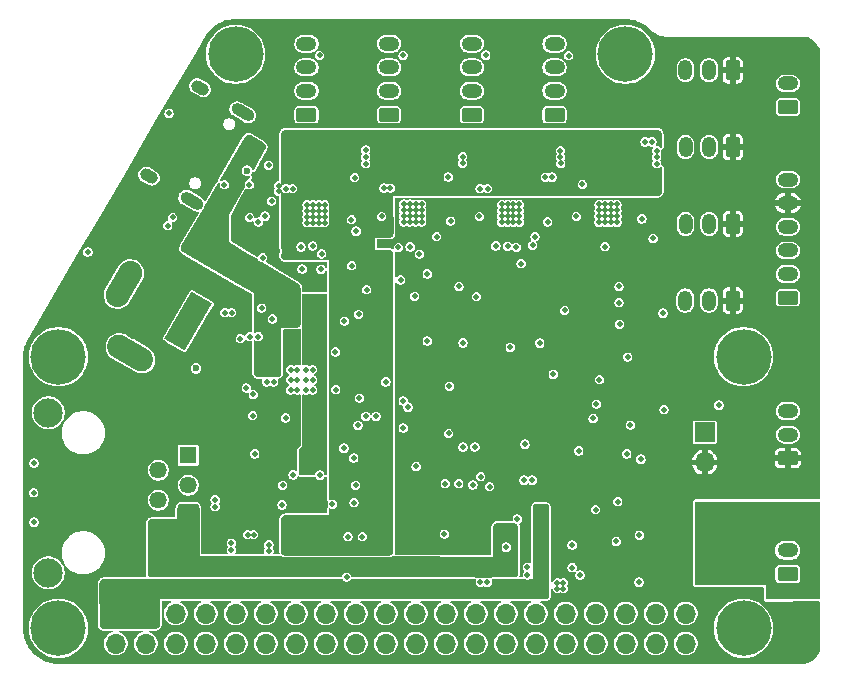
<source format=gbr>
%TF.GenerationSoftware,KiCad,Pcbnew,9.0.0*%
%TF.CreationDate,2025-07-02T21:21:17+02:00*%
%TF.ProjectId,PCK-ST1,50434b2d-5354-4312-9e6b-696361645f70,rev?*%
%TF.SameCoordinates,Original*%
%TF.FileFunction,Copper,L3,Inr*%
%TF.FilePolarity,Positive*%
%FSLAX46Y46*%
G04 Gerber Fmt 4.6, Leading zero omitted, Abs format (unit mm)*
G04 Created by KiCad (PCBNEW 9.0.0) date 2025-07-02 21:21:17*
%MOMM*%
%LPD*%
G01*
G04 APERTURE LIST*
G04 Aperture macros list*
%AMRoundRect*
0 Rectangle with rounded corners*
0 $1 Rounding radius*
0 $2 $3 $4 $5 $6 $7 $8 $9 X,Y pos of 4 corners*
0 Add a 4 corners polygon primitive as box body*
4,1,4,$2,$3,$4,$5,$6,$7,$8,$9,$2,$3,0*
0 Add four circle primitives for the rounded corners*
1,1,$1+$1,$2,$3*
1,1,$1+$1,$4,$5*
1,1,$1+$1,$6,$7*
1,1,$1+$1,$8,$9*
0 Add four rect primitives between the rounded corners*
20,1,$1+$1,$2,$3,$4,$5,0*
20,1,$1+$1,$4,$5,$6,$7,0*
20,1,$1+$1,$6,$7,$8,$9,0*
20,1,$1+$1,$8,$9,$2,$3,0*%
%AMHorizOval*
0 Thick line with rounded ends*
0 $1 width*
0 $2 $3 position (X,Y) of the first rounded end (center of the circle)*
0 $4 $5 position (X,Y) of the second rounded end (center of the circle)*
0 Add line between two ends*
20,1,$1,$2,$3,$4,$5,0*
0 Add two circle primitives to create the rounded ends*
1,1,$1,$2,$3*
1,1,$1,$4,$5*%
%AMRotRect*
0 Rectangle, with rotation*
0 The origin of the aperture is its center*
0 $1 length*
0 $2 width*
0 $3 Rotation angle, in degrees counterclockwise*
0 Add horizontal line*
21,1,$1,$2,0,0,$3*%
G04 Aperture macros list end*
%TA.AperFunction,ComponentPad*%
%ADD10RoundRect,0.250000X0.625000X-0.350000X0.625000X0.350000X-0.625000X0.350000X-0.625000X-0.350000X0*%
%TD*%
%TA.AperFunction,ComponentPad*%
%ADD11O,1.750000X1.200000*%
%TD*%
%TA.AperFunction,ComponentPad*%
%ADD12C,4.700000*%
%TD*%
%TA.AperFunction,ComponentPad*%
%ADD13RoundRect,0.250000X0.350000X0.625000X-0.350000X0.625000X-0.350000X-0.625000X0.350000X-0.625000X0*%
%TD*%
%TA.AperFunction,ComponentPad*%
%ADD14O,1.200000X1.750000*%
%TD*%
%TA.AperFunction,ComponentPad*%
%ADD15R,1.462000X1.462000*%
%TD*%
%TA.AperFunction,ComponentPad*%
%ADD16C,1.462000*%
%TD*%
%TA.AperFunction,ComponentPad*%
%ADD17C,2.475000*%
%TD*%
%TA.AperFunction,ComponentPad*%
%ADD18RotRect,4.600000X2.000000X240.000000*%
%TD*%
%TA.AperFunction,ComponentPad*%
%ADD19HorizOval,2.000000X-0.550000X-0.952628X0.550000X0.952628X0*%
%TD*%
%TA.AperFunction,ComponentPad*%
%ADD20HorizOval,2.000000X-0.952628X0.550000X0.952628X-0.550000X0*%
%TD*%
%TA.AperFunction,ComponentPad*%
%ADD21R,1.700000X1.700000*%
%TD*%
%TA.AperFunction,ComponentPad*%
%ADD22O,1.700000X1.700000*%
%TD*%
%TA.AperFunction,HeatsinkPad*%
%ADD23HorizOval,1.000000X-0.476314X0.275000X0.476314X-0.275000X0*%
%TD*%
%TA.AperFunction,HeatsinkPad*%
%ADD24HorizOval,1.000000X-0.259808X0.150000X0.259808X-0.150000X0*%
%TD*%
%TA.AperFunction,ViaPad*%
%ADD25C,0.500000*%
%TD*%
%TA.AperFunction,ViaPad*%
%ADD26C,0.600000*%
%TD*%
G04 APERTURE END LIST*
D10*
%TO.N,/MCU/CAM_SHT*%
%TO.C,J14*%
X182750000Y-106900000D03*
D11*
%TO.N,/MCU/CAM_FCS*%
X182750000Y-104900000D03*
%TO.N,/MCU/CAM_GND*%
X182750000Y-102900000D03*
%TD*%
D12*
%TO.N,GND*%
%TO.C,H5*%
X169000000Y-62900000D03*
%TD*%
%TO.N,GND*%
%TO.C,H4*%
X121000000Y-111500000D03*
%TD*%
D13*
%TO.N,+3V3*%
%TO.C,J11*%
X178098200Y-77250000D03*
D14*
%TO.N,/MCU/EL_LIM*%
X176098200Y-77250000D03*
%TO.N,GND*%
X174098200Y-77250000D03*
%TD*%
D10*
%TO.N,Net-(IC4-AOUT1)*%
%TO.C,J6*%
X163000000Y-68000000D03*
D11*
%TO.N,Net-(IC4-AOUT2)*%
X163000000Y-66000000D03*
%TO.N,Net-(IC4-BOUT2)*%
X163000000Y-64000000D03*
%TO.N,Net-(IC4-BOUT1)*%
X163000000Y-62000000D03*
%TD*%
D15*
%TO.N,GND*%
%TO.C,J2*%
X132000000Y-96850000D03*
D16*
%TO.N,/MCU/CTR_RX*%
X129460000Y-98120000D03*
%TO.N,/MCU/CTR_TX*%
X132000000Y-99390000D03*
%TO.N,GND*%
X129460000Y-100660000D03*
%TO.N,+5V*%
X132000000Y-101930000D03*
X129460000Y-103200000D03*
D17*
%TO.N,GND*%
X120140000Y-93235000D03*
X120140000Y-106805000D03*
%TD*%
D13*
%TO.N,+3V3*%
%TO.C,J10*%
X178098200Y-70750000D03*
D14*
%TO.N,/MCU/RA_LIM*%
X176098200Y-70750000D03*
%TO.N,GND*%
X174098200Y-70750000D03*
%TD*%
D18*
%TO.N,/Power/VIN_DC*%
%TO.C,J8*%
X132000000Y-85500000D03*
D19*
%TO.N,GND*%
X126544040Y-82350000D03*
D20*
X127088526Y-88206922D03*
%TD*%
D10*
%TO.N,Net-(IC2-AOUT1)*%
%TO.C,J4*%
X149000000Y-68000000D03*
D11*
%TO.N,Net-(IC2-AOUT2)*%
X149000000Y-66000000D03*
%TO.N,Net-(IC2-BOUT2)*%
X149000000Y-64000000D03*
%TO.N,Net-(IC2-BOUT1)*%
X149000000Y-62000000D03*
%TD*%
D12*
%TO.N,GND*%
%TO.C,H2*%
X179000000Y-88500000D03*
%TD*%
D10*
%TO.N,Net-(IC3-AOUT1)*%
%TO.C,J5*%
X156000000Y-68000000D03*
D11*
%TO.N,Net-(IC3-AOUT2)*%
X156000000Y-66000000D03*
%TO.N,Net-(IC3-BOUT2)*%
X156000000Y-64000000D03*
%TO.N,Net-(IC3-BOUT1)*%
X156000000Y-62000000D03*
%TD*%
D10*
%TO.N,+3V3*%
%TO.C,J15*%
X182750000Y-97100000D03*
D11*
%TO.N,/MCU/PWR_BTN*%
X182750000Y-95100000D03*
%TO.N,Net-(J15-Pin_3)*%
X182750000Y-93100000D03*
%TD*%
D21*
%TO.N,/MCU/BOOT*%
%TO.C,J16*%
X175717200Y-94914800D03*
D22*
%TO.N,+3V3*%
X175717200Y-97454800D03*
%TD*%
D10*
%TO.N,+12V*%
%TO.C,J17*%
X182753000Y-67360800D03*
D11*
%TO.N,GND*%
X182753000Y-65360800D03*
%TD*%
D13*
%TO.N,+3V3*%
%TO.C,J12*%
X178072800Y-83750000D03*
D14*
%TO.N,/MCU/AZ_LIM*%
X176072800Y-83750000D03*
%TO.N,GND*%
X174072800Y-83750000D03*
%TD*%
D10*
%TO.N,Net-(IC1-AOUT1)*%
%TO.C,J3*%
X142000000Y-68000000D03*
D11*
%TO.N,Net-(IC1-AOUT2)*%
X142000000Y-66000000D03*
%TO.N,Net-(IC1-BOUT2)*%
X142000000Y-64000000D03*
%TO.N,Net-(IC1-BOUT1)*%
X142000000Y-62000000D03*
%TD*%
D12*
%TO.N,GND*%
%TO.C,H3*%
X179000000Y-111500000D03*
%TD*%
D13*
%TO.N,+3V3*%
%TO.C,J9*%
X178079400Y-64250000D03*
D14*
%TO.N,/MCU/DEC_LIM*%
X176079400Y-64250000D03*
%TO.N,GND*%
X174079400Y-64250000D03*
%TD*%
D12*
%TO.N,GND*%
%TO.C,H6*%
X136000000Y-62900000D03*
%TD*%
D23*
%TO.N,GND*%
%TO.C,J7*%
X136599009Y-67811270D03*
D24*
X132979023Y-65721270D03*
D23*
X132279009Y-75293730D03*
D24*
X128659023Y-73203730D03*
%TD*%
D21*
%TO.N,/MCU/RPI_5V*%
%TO.C,J1*%
X125850000Y-110250000D03*
D22*
%TO.N,unconnected-(J1-Pin_2-Pad2)*%
X125850000Y-112790000D03*
%TO.N,/MCU/RPI_5V*%
X128390000Y-110250000D03*
%TO.N,unconnected-(J1-Pin_4-Pad4)*%
X128390000Y-112790000D03*
%TO.N,GND*%
X130930000Y-110250000D03*
%TO.N,unconnected-(J1-Pin_6-Pad6)*%
X130930000Y-112790000D03*
%TO.N,/MCU/RPI_TX0*%
X133470000Y-110250000D03*
%TO.N,unconnected-(J1-Pin_8-Pad8)*%
X133470000Y-112790000D03*
%TO.N,/MCU/RPI_RX0*%
X136010000Y-110250000D03*
%TO.N,GND*%
X136010000Y-112790000D03*
%TO.N,unconnected-(J1-Pin_11-Pad11)*%
X138550000Y-110250000D03*
%TO.N,unconnected-(J1-Pin_12-Pad12)*%
X138550000Y-112790000D03*
%TO.N,GND*%
X141090000Y-110250000D03*
%TO.N,unconnected-(J1-Pin_14-Pad14)*%
X141090000Y-112790000D03*
%TO.N,unconnected-(J1-Pin_15-Pad15)*%
X143630000Y-110250000D03*
%TO.N,unconnected-(J1-Pin_16-Pad16)*%
X143630000Y-112790000D03*
%TO.N,unconnected-(J1-Pin_17-Pad17)*%
X146170000Y-110250000D03*
%TO.N,unconnected-(J1-Pin_18-Pad18)*%
X146170000Y-112790000D03*
%TO.N,GND*%
X148710000Y-110250000D03*
%TO.N,unconnected-(J1-Pin_20-Pad20)*%
X148710000Y-112790000D03*
%TO.N,unconnected-(J1-Pin_21-Pad21)*%
X151250000Y-110250000D03*
%TO.N,unconnected-(J1-Pin_22-Pad22)*%
X151250000Y-112790000D03*
%TO.N,unconnected-(J1-Pin_23-Pad23)*%
X153790000Y-110250000D03*
%TO.N,unconnected-(J1-Pin_24-Pad24)*%
X153790000Y-112790000D03*
%TO.N,unconnected-(J1-Pin_25-Pad25)*%
X156330000Y-110250000D03*
%TO.N,GND*%
X156330000Y-112790000D03*
%TO.N,unconnected-(J1-Pin_27-Pad27)*%
X158870000Y-110250000D03*
%TO.N,unconnected-(J1-Pin_28-Pad28)*%
X158870000Y-112790000D03*
%TO.N,GND*%
X161410000Y-110250000D03*
%TO.N,unconnected-(J1-Pin_30-Pad30)*%
X161410000Y-112790000D03*
%TO.N,unconnected-(J1-Pin_31-Pad31)*%
X163950000Y-110250000D03*
%TO.N,unconnected-(J1-Pin_32-Pad32)*%
X163950000Y-112790000D03*
%TO.N,GND*%
X166490000Y-110250000D03*
%TO.N,unconnected-(J1-Pin_34-Pad34)*%
X166490000Y-112790000D03*
%TO.N,unconnected-(J1-Pin_35-Pad35)*%
X169030000Y-110250000D03*
%TO.N,unconnected-(J1-Pin_36-Pad36)*%
X169030000Y-112790000D03*
%TO.N,unconnected-(J1-Pin_37-Pad37)*%
X171570000Y-110250000D03*
%TO.N,unconnected-(J1-Pin_38-Pad38)*%
X171570000Y-112790000D03*
%TO.N,unconnected-(J1-Pin_39-Pad39)*%
X174110000Y-110250000D03*
%TO.N,GND*%
X174110000Y-112790000D03*
%TD*%
D12*
%TO.N,GND*%
%TO.C,H7*%
X121000000Y-88500000D03*
%TD*%
D10*
%TO.N,/MCU/SCL_MAG*%
%TO.C,J13*%
X182750000Y-83500000D03*
D11*
%TO.N,/MCU/SDA_MAG*%
X182750000Y-81500000D03*
%TO.N,/MCU/RX_GPS*%
X182750000Y-79500000D03*
%TO.N,/MCU/TX_GPS*%
X182750000Y-77500000D03*
%TO.N,+3V3*%
X182750000Y-75500000D03*
%TO.N,GND*%
X182750000Y-73500000D03*
%TD*%
D25*
%TO.N,+12V*%
X169646600Y-70586600D03*
X155831600Y-73964800D03*
X168478200Y-70053200D03*
X169621200Y-74429600D03*
X144932400Y-70027800D03*
X161442400Y-72136000D03*
X169646600Y-70053200D03*
X144348200Y-70561200D03*
X143764000Y-103886000D03*
X161899600Y-74429600D03*
X141935200Y-104902000D03*
X140182600Y-103784400D03*
X140766800Y-103784400D03*
X140766800Y-104343200D03*
X140182600Y-104902000D03*
X140182600Y-104343200D03*
X170154600Y-74429600D03*
X160375600Y-70510400D03*
X143179800Y-103327200D03*
X143764000Y-103327200D03*
X152603200Y-70027800D03*
X139651800Y-74015600D03*
X147906800Y-74041000D03*
X153187400Y-74429600D03*
X152603200Y-70561200D03*
X164391400Y-74599800D03*
X169062400Y-70586600D03*
X139651800Y-74498200D03*
X143764000Y-70027800D03*
X152019000Y-70027800D03*
X168478200Y-70586600D03*
X141351000Y-104902000D03*
X161442400Y-71069200D03*
X141935200Y-104343200D03*
X147906800Y-74574400D03*
X152019000Y-70561200D03*
X169062400Y-70053200D03*
X143179800Y-103886000D03*
X153187400Y-70561200D03*
X164391400Y-74015600D03*
X153720800Y-74429600D03*
X144348200Y-70027800D03*
X140766800Y-104902000D03*
X145338800Y-74429600D03*
X153187400Y-70027800D03*
X144805400Y-74429600D03*
X143764000Y-70561200D03*
X155831600Y-74549000D03*
X141351000Y-103784400D03*
X141351000Y-104343200D03*
X141935200Y-103784400D03*
X161442400Y-71602600D03*
X144932400Y-70561200D03*
%TO.N,/DEC Stepper driver/DVDD*%
X138480800Y-76606400D03*
X142524400Y-79121000D03*
%TO.N,/DEC Stepper driver/M0*%
X143230600Y-81102200D03*
X141528800Y-79197200D03*
%TO.N,/DEC Stepper driver/STEP*%
X154101800Y-91000000D03*
%TO.N,/RA Stepper driver/M0*%
X149783800Y-79248000D03*
X152222200Y-81483200D03*
%TO.N,/RA Stepper driver/DVDD*%
X148361400Y-76629600D03*
X150774400Y-79197200D03*
%TO.N,/EL Stepper driver/STEP*%
X161340800Y-78329600D03*
%TO.N,/EL Stepper driver/M0*%
X160170400Y-80619600D03*
X158025108Y-79113000D03*
%TO.N,/EL Stepper driver/DVDD*%
X156641800Y-76629600D03*
X159024400Y-79146400D03*
%TO.N,/AZ Stepper driver/DVDD*%
X164846000Y-76629600D03*
X167274400Y-79171800D03*
%TO.N,/AZ Stepper driver/STEP*%
X159250000Y-87706200D03*
%TO.N,+3V3*%
X164209000Y-101955600D03*
X166662100Y-95770700D03*
X156718000Y-78663800D03*
X172770800Y-87934800D03*
X174599600Y-89814400D03*
X163574000Y-101955600D03*
X164209000Y-101295200D03*
X163296600Y-98955800D03*
X168275000Y-79349600D03*
X163574000Y-101295200D03*
X154254200Y-83921600D03*
X161467800Y-84810600D03*
X172897800Y-91033600D03*
X150317200Y-95526800D03*
X139522200Y-79552800D03*
X164998400Y-78613000D03*
X148361400Y-78943200D03*
X166649400Y-89486800D03*
%TO.N,/MCU/RPI_RX0*%
X156750000Y-98653600D03*
%TO.N,/MCU/RPI_TX0*%
X156083000Y-99364800D03*
%TO.N,GND*%
X162890200Y-89992200D03*
X168275000Y-77114400D03*
X152222200Y-87172800D03*
X155219400Y-72110600D03*
X143281400Y-79781400D03*
X157302200Y-107594400D03*
X151739600Y-76589000D03*
X142519400Y-89585800D03*
X150239600Y-77089000D03*
X165354000Y-73914000D03*
X141630400Y-81076800D03*
X141224000Y-89585800D03*
X146024600Y-100863400D03*
X160020000Y-77114400D03*
X145516600Y-103733600D03*
X161747200Y-87350600D03*
X139928600Y-101041200D03*
X165049200Y-96469200D03*
X139039600Y-75311000D03*
X147015200Y-72161400D03*
X168275000Y-76614400D03*
X160705800Y-106324400D03*
X136398000Y-86969600D03*
X150190200Y-94538800D03*
X159520000Y-75614400D03*
X150239600Y-76589000D03*
X151739600Y-77089000D03*
X151239600Y-76589000D03*
X140665200Y-89585800D03*
X156718000Y-107594400D03*
X156692600Y-74269600D03*
X142535400Y-76139800D03*
X145389600Y-107145200D03*
X142519400Y-91313000D03*
X168351200Y-100761800D03*
X151739600Y-75589000D03*
X137439400Y-93489000D03*
X170180000Y-103606600D03*
X171653200Y-72161400D03*
X161137600Y-79070200D03*
X130251200Y-77393800D03*
X140868400Y-98501200D03*
X160020000Y-75614400D03*
X140665200Y-91313000D03*
X135636000Y-104292400D03*
X142035400Y-76639800D03*
X171653200Y-71602600D03*
X138785600Y-72288400D03*
X143035400Y-76139800D03*
X140260094Y-74269113D03*
X148717000Y-90627200D03*
X151282400Y-97790000D03*
X166471600Y-101447600D03*
X163525200Y-72136000D03*
X141224000Y-91313000D03*
X141960600Y-89585800D03*
X140817600Y-74269600D03*
X166801800Y-90449400D03*
X146405600Y-84912200D03*
X146151600Y-99390200D03*
X158520000Y-77114400D03*
X147091400Y-82829400D03*
X162788600Y-73304400D03*
X148564600Y-74218800D03*
X159520000Y-77114400D03*
X134264400Y-101193600D03*
X143535400Y-76639800D03*
X159520000Y-76614400D03*
X167275000Y-76114400D03*
X151239600Y-76089000D03*
X141960600Y-91313000D03*
X143035400Y-76639800D03*
X166775000Y-75614400D03*
X118922800Y-97506600D03*
X149961600Y-81991200D03*
X170307000Y-97180400D03*
X168452800Y-83921600D03*
X160705800Y-106984800D03*
X143035400Y-77139800D03*
X167775000Y-76114400D03*
X159520000Y-76114400D03*
X163499800Y-71602600D03*
X160020000Y-76114400D03*
X135077200Y-84759800D03*
X135661400Y-84759800D03*
X167275000Y-75614400D03*
X138811000Y-104978200D03*
X142519400Y-90474800D03*
X150239600Y-75589000D03*
X171653200Y-71043800D03*
X138811000Y-104419400D03*
X168452800Y-82550000D03*
X143535400Y-77139800D03*
X163855400Y-84582000D03*
X147015200Y-70993000D03*
X151155400Y-83388200D03*
X171246800Y-70307200D03*
X171348400Y-78486000D03*
X146202400Y-77876400D03*
X167775000Y-77114400D03*
X167275000Y-77114400D03*
X154025600Y-94996000D03*
X161112200Y-98958400D03*
X176911000Y-92608400D03*
X138277600Y-80111600D03*
X160020000Y-76614400D03*
X166268400Y-93726000D03*
X150739600Y-77089000D03*
X143535400Y-76139800D03*
X143129000Y-98526600D03*
X164490400Y-104444800D03*
X167775000Y-76614400D03*
X168224200Y-104140000D03*
X159020000Y-77114400D03*
X172186600Y-84810600D03*
X169113200Y-96723200D03*
X137490200Y-91694000D03*
X159766000Y-79248000D03*
X155244800Y-87325200D03*
X141960600Y-90449400D03*
X140665200Y-90449400D03*
X144475200Y-91287600D03*
X142035400Y-75639800D03*
X139115800Y-85293200D03*
X142035400Y-76139800D03*
X158520000Y-76114400D03*
D26*
X136982200Y-72745600D03*
D25*
X145211800Y-85471000D03*
X144449800Y-88087200D03*
X142535400Y-76639800D03*
X168503600Y-85750400D03*
X141224000Y-90474800D03*
X164490400Y-106349800D03*
X147015200Y-71577200D03*
X135636000Y-104876600D03*
X138201400Y-84378800D03*
X170662600Y-70307200D03*
X156387800Y-83413600D03*
X145821400Y-80797400D03*
X165150800Y-106984800D03*
X170154600Y-107594400D03*
X150164800Y-62992000D03*
X155219400Y-71551800D03*
X164185600Y-63017400D03*
X159020000Y-76114400D03*
X154914600Y-82550000D03*
X157327600Y-74269600D03*
X158520000Y-75614400D03*
X150739600Y-76589000D03*
X142535400Y-77139800D03*
X137007600Y-103555800D03*
X137515600Y-103555800D03*
X139217400Y-90627200D03*
X142535400Y-75639800D03*
X146735800Y-103733600D03*
X166775000Y-76114400D03*
X139979400Y-99390200D03*
X143035400Y-75639800D03*
X145161000Y-96240600D03*
X151239600Y-75589000D03*
X143103600Y-62992000D03*
X168275000Y-76114400D03*
X169418000Y-94284800D03*
X166775000Y-76614400D03*
X166775000Y-77114400D03*
X149098000Y-74218800D03*
X168275000Y-75614400D03*
X162229800Y-73304400D03*
X130657600Y-76708000D03*
X157175200Y-62966600D03*
X137617200Y-96723200D03*
X145999200Y-97078800D03*
X150239600Y-76089000D03*
X167775000Y-75614400D03*
X154000200Y-73279000D03*
X150739600Y-76089000D03*
X163499800Y-71043800D03*
X169189400Y-88519000D03*
X150739600Y-75589000D03*
X142035400Y-77139800D03*
X153670000Y-103505000D03*
X143535400Y-75639800D03*
X151739600Y-76089000D03*
X159020000Y-75614400D03*
X134264400Y-100609400D03*
X118922800Y-102510400D03*
X151239600Y-77089000D03*
X159842200Y-102235000D03*
X146075400Y-73329800D03*
X138633200Y-90627200D03*
X158520000Y-76614400D03*
X118897400Y-100021200D03*
X167275000Y-76614400D03*
X159020000Y-76614400D03*
X151561800Y-79806800D03*
%TO.N,/MCU/RPI_5V*%
X161620200Y-101269800D03*
X162204400Y-101269800D03*
X161620200Y-101803200D03*
X162204400Y-101803200D03*
%TO.N,/STEP_n_SLEEP*%
X154203400Y-77012800D03*
X162410775Y-77085825D03*
X145808700Y-76898500D03*
X170394867Y-76825360D03*
%TO.N,/MCU/RA_STEP*%
X153009600Y-78329600D03*
%TO.N,/Power/VBUS*%
X137388600Y-70815200D03*
X141173200Y-85191600D03*
X141173200Y-83464400D03*
X135102600Y-75057000D03*
X137134600Y-70078600D03*
X138455400Y-89966800D03*
X140563600Y-85750400D03*
X134594600Y-75057000D03*
X137617200Y-70358000D03*
X141198600Y-85750400D03*
X140563600Y-83464400D03*
X135001000Y-78511400D03*
X135001000Y-79959200D03*
X136906000Y-70535800D03*
X134594600Y-75565000D03*
X138988800Y-89458800D03*
X135102600Y-75565000D03*
X138988800Y-89966800D03*
X138455400Y-89458800D03*
X140563600Y-85191600D03*
%TO.N,Net-(U1-NRST)*%
X172262800Y-92989400D03*
X166547800Y-92500000D03*
%TO.N,/MCU/BOOT*%
X160502600Y-95910400D03*
%TO.N,/Power/LDO_3V3*%
X146481800Y-91998800D03*
X146354800Y-94310200D03*
X140233400Y-93675200D03*
X136904000Y-91158600D03*
%TO.N,+5V*%
X163245800Y-107619800D03*
X158191200Y-103149400D03*
X158851600Y-103149400D03*
X158851600Y-103708200D03*
X163245800Y-108127800D03*
X163753800Y-107619800D03*
X158191200Y-103708200D03*
X163753800Y-108127800D03*
X159512000Y-103149400D03*
%TO.N,/Power/VIN_USB*%
X142316200Y-96494600D03*
X141630400Y-97485200D03*
X143052800Y-96494600D03*
X142011400Y-85369400D03*
X142316200Y-97053400D03*
X141630400Y-98069400D03*
X142595600Y-85369400D03*
X143357600Y-83515200D03*
X143357600Y-84734400D03*
X143357600Y-84124800D03*
X143052800Y-97078800D03*
%TO.N,/Power/CC1*%
X137919400Y-86791800D03*
X137922000Y-77089000D03*
%TO.N,/Power/CC2*%
X137185400Y-86791800D03*
X135051800Y-73939400D03*
X137185400Y-76708000D03*
X137152400Y-73939400D03*
D26*
%TO.N,/Power/VIN_DC*%
X132638800Y-89484200D03*
D25*
%TO.N,/Power/PWR_STATE*%
X157505400Y-99491800D03*
X144195800Y-100990400D03*
%TO.N,/MCU/CTR_TX*%
X150597657Y-92781050D03*
%TO.N,/MCU/CTR_RX*%
X150190200Y-92252800D03*
%TO.N,Net-(D4-A)*%
X147878800Y-93548200D03*
X130365550Y-67898005D03*
%TO.N,Net-(D5-A)*%
X147015200Y-93548200D03*
X123482150Y-79632805D03*
%TO.N,/MCU/RPI_PWR_EN*%
X160426400Y-98958400D03*
X158911800Y-104632000D03*
%TO.N,/MCU/LED1*%
X156250000Y-96139000D03*
%TO.N,/MCU/LED2*%
X154891818Y-99240605D03*
%TO.N,/MCU/LED3*%
X155250000Y-96144200D03*
%TO.N,/MCU/LED4*%
X153746200Y-99237800D03*
%TD*%
%TA.AperFunction,Conductor*%
%TO.N,/MCU/CAM_GND*%
G36*
X185477826Y-100783474D02*
G01*
X185499500Y-100835800D01*
X185499500Y-108927875D01*
X185477826Y-108980201D01*
X185426167Y-109001872D01*
X180973467Y-109041988D01*
X180920948Y-109020786D01*
X180898803Y-108968658D01*
X180898800Y-108967991D01*
X180898800Y-107797600D01*
X174978400Y-107797600D01*
X174926074Y-107775926D01*
X174904400Y-107723600D01*
X174904400Y-106495734D01*
X181674500Y-106495734D01*
X181674500Y-107304266D01*
X181677354Y-107334699D01*
X181677354Y-107334701D01*
X181677355Y-107334704D01*
X181722206Y-107462881D01*
X181722207Y-107462883D01*
X181802846Y-107572146D01*
X181802853Y-107572153D01*
X181912116Y-107652792D01*
X181912118Y-107652793D01*
X182040295Y-107697644D01*
X182040301Y-107697646D01*
X182070734Y-107700500D01*
X182070741Y-107700500D01*
X183429258Y-107700500D01*
X183429266Y-107700500D01*
X183459699Y-107697646D01*
X183587882Y-107652793D01*
X183697150Y-107572150D01*
X183777793Y-107462882D01*
X183822646Y-107334699D01*
X183825500Y-107304266D01*
X183825500Y-106495734D01*
X183822646Y-106465301D01*
X183777793Y-106337118D01*
X183777792Y-106337116D01*
X183697153Y-106227853D01*
X183697146Y-106227846D01*
X183587883Y-106147207D01*
X183587881Y-106147206D01*
X183459704Y-106102355D01*
X183459705Y-106102355D01*
X183459700Y-106102354D01*
X183459699Y-106102354D01*
X183429266Y-106099500D01*
X182070734Y-106099500D01*
X182040301Y-106102354D01*
X182040299Y-106102354D01*
X182040295Y-106102355D01*
X181912118Y-106147206D01*
X181912116Y-106147207D01*
X181802853Y-106227846D01*
X181802846Y-106227853D01*
X181722207Y-106337116D01*
X181722206Y-106337118D01*
X181677355Y-106465295D01*
X181677354Y-106465299D01*
X181677354Y-106465301D01*
X181674500Y-106495734D01*
X174904400Y-106495734D01*
X174904400Y-104821159D01*
X181674500Y-104821159D01*
X181674500Y-104978840D01*
X181705261Y-105133491D01*
X181705264Y-105133501D01*
X181765603Y-105279174D01*
X181765605Y-105279177D01*
X181765606Y-105279179D01*
X181853211Y-105410289D01*
X181964711Y-105521789D01*
X182095821Y-105609394D01*
X182095826Y-105609396D01*
X182095825Y-105609396D01*
X182241498Y-105669735D01*
X182241503Y-105669737D01*
X182396158Y-105700500D01*
X182396160Y-105700500D01*
X183103840Y-105700500D01*
X183103842Y-105700500D01*
X183258497Y-105669737D01*
X183404179Y-105609394D01*
X183535289Y-105521789D01*
X183646789Y-105410289D01*
X183734394Y-105279179D01*
X183794737Y-105133497D01*
X183825500Y-104978842D01*
X183825500Y-104821158D01*
X183794737Y-104666503D01*
X183734394Y-104520821D01*
X183646789Y-104389711D01*
X183535289Y-104278211D01*
X183404179Y-104190606D01*
X183404175Y-104190604D01*
X183404173Y-104190603D01*
X183404174Y-104190603D01*
X183258501Y-104130264D01*
X183258491Y-104130261D01*
X183154925Y-104109661D01*
X183103842Y-104099500D01*
X182396158Y-104099500D01*
X182352315Y-104108220D01*
X182241508Y-104130261D01*
X182241498Y-104130264D01*
X182095825Y-104190603D01*
X181964711Y-104278210D01*
X181964710Y-104278212D01*
X181853212Y-104389710D01*
X181853210Y-104389711D01*
X181765603Y-104520825D01*
X181705264Y-104666498D01*
X181705261Y-104666508D01*
X181674500Y-104821159D01*
X174904400Y-104821159D01*
X174904400Y-100835800D01*
X174926074Y-100783474D01*
X174978400Y-100761800D01*
X185425500Y-100761800D01*
X185477826Y-100783474D01*
G37*
%TD.AperFunction*%
%TD*%
%TA.AperFunction,Conductor*%
%TO.N,+12V*%
G36*
X171740751Y-69292111D02*
G01*
X171759087Y-69295015D01*
X171831583Y-69306497D01*
X171853597Y-69313650D01*
X171930281Y-69352722D01*
X171949010Y-69366329D01*
X172009870Y-69427189D01*
X172023478Y-69445920D01*
X172062548Y-69522599D01*
X172069703Y-69544618D01*
X172084089Y-69635448D01*
X172085000Y-69647024D01*
X172085000Y-70730555D01*
X172063326Y-70782881D01*
X172011000Y-70804555D01*
X171958674Y-70782881D01*
X171899113Y-70723320D01*
X171807791Y-70670595D01*
X171807782Y-70670591D01*
X171705929Y-70643300D01*
X171705927Y-70643300D01*
X171643382Y-70643300D01*
X171591056Y-70621626D01*
X171569382Y-70569300D01*
X171579296Y-70532300D01*
X171620007Y-70461787D01*
X171647299Y-70359929D01*
X171647300Y-70359929D01*
X171647300Y-70254471D01*
X171647299Y-70254470D01*
X171620008Y-70152617D01*
X171620007Y-70152613D01*
X171567280Y-70061287D01*
X171492713Y-69986720D01*
X171401391Y-69933995D01*
X171401382Y-69933991D01*
X171299529Y-69906700D01*
X171299527Y-69906700D01*
X171194073Y-69906700D01*
X171194071Y-69906700D01*
X171092217Y-69933991D01*
X171092208Y-69933995D01*
X171000882Y-69986722D01*
X170999743Y-69987597D01*
X170999043Y-69987784D01*
X170996687Y-69989145D01*
X170996322Y-69988513D01*
X170945035Y-70002251D01*
X170912844Y-69988917D01*
X170912713Y-69989145D01*
X170910983Y-69988146D01*
X170909657Y-69987597D01*
X170908517Y-69986722D01*
X170817191Y-69933995D01*
X170817182Y-69933991D01*
X170715329Y-69906700D01*
X170715327Y-69906700D01*
X170609873Y-69906700D01*
X170609871Y-69906700D01*
X170508017Y-69933991D01*
X170508008Y-69933995D01*
X170416686Y-69986720D01*
X170342120Y-70061286D01*
X170289395Y-70152608D01*
X170289391Y-70152617D01*
X170262100Y-70254470D01*
X170262100Y-70359929D01*
X170289391Y-70461782D01*
X170289392Y-70461785D01*
X170289393Y-70461787D01*
X170342120Y-70553113D01*
X170416687Y-70627680D01*
X170508013Y-70680407D01*
X170609870Y-70707699D01*
X170609871Y-70707700D01*
X170609873Y-70707700D01*
X170715329Y-70707700D01*
X170715329Y-70707699D01*
X170817187Y-70680407D01*
X170908513Y-70627680D01*
X170908516Y-70627676D01*
X170909649Y-70626808D01*
X170910347Y-70626620D01*
X170912713Y-70625255D01*
X170913078Y-70625888D01*
X170964356Y-70612147D01*
X170996554Y-70625484D01*
X170996687Y-70625255D01*
X170998426Y-70626259D01*
X170999751Y-70626808D01*
X171000886Y-70627679D01*
X171000887Y-70627680D01*
X171092213Y-70680407D01*
X171194070Y-70707699D01*
X171194071Y-70707700D01*
X171256618Y-70707700D01*
X171308944Y-70729374D01*
X171330618Y-70781700D01*
X171320704Y-70818700D01*
X171279995Y-70889208D01*
X171279991Y-70889217D01*
X171252700Y-70991070D01*
X171252700Y-71096529D01*
X171279991Y-71198382D01*
X171279995Y-71198391D01*
X171330691Y-71286200D01*
X171338083Y-71342353D01*
X171330691Y-71360200D01*
X171279995Y-71448008D01*
X171279991Y-71448017D01*
X171252700Y-71549870D01*
X171252700Y-71655329D01*
X171279991Y-71757182D01*
X171279995Y-71757191D01*
X171330691Y-71845000D01*
X171338083Y-71901153D01*
X171330691Y-71919000D01*
X171279995Y-72006808D01*
X171279991Y-72006817D01*
X171252700Y-72108670D01*
X171252700Y-72214129D01*
X171279991Y-72315982D01*
X171279995Y-72315991D01*
X171318055Y-72381913D01*
X171332720Y-72407313D01*
X171407287Y-72481880D01*
X171498613Y-72534607D01*
X171600470Y-72561899D01*
X171600471Y-72561900D01*
X171600473Y-72561900D01*
X171705929Y-72561900D01*
X171705929Y-72561899D01*
X171807787Y-72534607D01*
X171899113Y-72481880D01*
X171958674Y-72422319D01*
X172011000Y-72400645D01*
X172063326Y-72422319D01*
X172085000Y-72474645D01*
X172085000Y-74523375D01*
X172084089Y-74534951D01*
X172069703Y-74625781D01*
X172062548Y-74647800D01*
X172023478Y-74724479D01*
X172009870Y-74743210D01*
X171949010Y-74804070D01*
X171930279Y-74817678D01*
X171853600Y-74856748D01*
X171831581Y-74863903D01*
X171740752Y-74878289D01*
X171729176Y-74879200D01*
X149352000Y-74879200D01*
X149354534Y-75231439D01*
X149354534Y-75231452D01*
X149374821Y-78051433D01*
X149373985Y-78063068D01*
X149360126Y-78154394D01*
X149353067Y-78176553D01*
X149314206Y-78253782D01*
X149300617Y-78272657D01*
X149239709Y-78334005D01*
X149220933Y-78347730D01*
X149143988Y-78387145D01*
X149121879Y-78394364D01*
X149030649Y-78408881D01*
X149019020Y-78409800D01*
X147777200Y-78409800D01*
X147777200Y-79451200D01*
X148996176Y-79451200D01*
X149007751Y-79452111D01*
X149026087Y-79455015D01*
X149098583Y-79466497D01*
X149120597Y-79473650D01*
X149197281Y-79512722D01*
X149216010Y-79526329D01*
X149276870Y-79587189D01*
X149290478Y-79605920D01*
X149329548Y-79682599D01*
X149336703Y-79704618D01*
X149351089Y-79795448D01*
X149352000Y-79807024D01*
X149352000Y-104977975D01*
X149351089Y-104989550D01*
X149351089Y-104989551D01*
X149336703Y-105080381D01*
X149329548Y-105102400D01*
X149290478Y-105179079D01*
X149276870Y-105197810D01*
X149216010Y-105258670D01*
X149197279Y-105272278D01*
X149120600Y-105311348D01*
X149098581Y-105318503D01*
X149007752Y-105332889D01*
X148996176Y-105333800D01*
X140208224Y-105333800D01*
X140196648Y-105332889D01*
X140105818Y-105318503D01*
X140083799Y-105311348D01*
X140007120Y-105272278D01*
X139988389Y-105258670D01*
X139927529Y-105197810D01*
X139913921Y-105179079D01*
X139874851Y-105102400D01*
X139867697Y-105080383D01*
X139853311Y-104989550D01*
X139852400Y-104977975D01*
X139852400Y-103680870D01*
X145116100Y-103680870D01*
X145116100Y-103786329D01*
X145143391Y-103888182D01*
X145143395Y-103888191D01*
X145165848Y-103927080D01*
X145196120Y-103979513D01*
X145270687Y-104054080D01*
X145362013Y-104106807D01*
X145463870Y-104134099D01*
X145463871Y-104134100D01*
X145463873Y-104134100D01*
X145569329Y-104134100D01*
X145569329Y-104134099D01*
X145671187Y-104106807D01*
X145762513Y-104054080D01*
X145837080Y-103979513D01*
X145889807Y-103888187D01*
X145917099Y-103786329D01*
X145917100Y-103786329D01*
X145917100Y-103680871D01*
X145917099Y-103680870D01*
X146335300Y-103680870D01*
X146335300Y-103786329D01*
X146362591Y-103888182D01*
X146362595Y-103888191D01*
X146385048Y-103927080D01*
X146415320Y-103979513D01*
X146489887Y-104054080D01*
X146581213Y-104106807D01*
X146683070Y-104134099D01*
X146683071Y-104134100D01*
X146683073Y-104134100D01*
X146788529Y-104134100D01*
X146788529Y-104134099D01*
X146890387Y-104106807D01*
X146981713Y-104054080D01*
X147056280Y-103979513D01*
X147109007Y-103888187D01*
X147136299Y-103786329D01*
X147136300Y-103786329D01*
X147136300Y-103680871D01*
X147136299Y-103680870D01*
X147109008Y-103579017D01*
X147109007Y-103579013D01*
X147056280Y-103487687D01*
X146981713Y-103413120D01*
X146950870Y-103395313D01*
X146890391Y-103360395D01*
X146890382Y-103360391D01*
X146788529Y-103333100D01*
X146788527Y-103333100D01*
X146683073Y-103333100D01*
X146683071Y-103333100D01*
X146581217Y-103360391D01*
X146581208Y-103360395D01*
X146489886Y-103413120D01*
X146415320Y-103487686D01*
X146362595Y-103579008D01*
X146362591Y-103579017D01*
X146335300Y-103680870D01*
X145917099Y-103680870D01*
X145889808Y-103579017D01*
X145889807Y-103579013D01*
X145837080Y-103487687D01*
X145762513Y-103413120D01*
X145731670Y-103395313D01*
X145671191Y-103360395D01*
X145671182Y-103360391D01*
X145569329Y-103333100D01*
X145569327Y-103333100D01*
X145463873Y-103333100D01*
X145463871Y-103333100D01*
X145362017Y-103360391D01*
X145362008Y-103360395D01*
X145270686Y-103413120D01*
X145196120Y-103487686D01*
X145143395Y-103579008D01*
X145143391Y-103579017D01*
X145116100Y-103680870D01*
X139852400Y-103680870D01*
X139852400Y-102286024D01*
X139853311Y-102274449D01*
X139855684Y-102259459D01*
X139867697Y-102183614D01*
X139874849Y-102161604D01*
X139913924Y-102084915D01*
X139927526Y-102066192D01*
X139988392Y-102005326D01*
X140007115Y-101991724D01*
X140083804Y-101952649D01*
X140105814Y-101945497D01*
X140181659Y-101933484D01*
X140196649Y-101931111D01*
X140208224Y-101930200D01*
X143891000Y-101930200D01*
X143891000Y-101405053D01*
X143912674Y-101352727D01*
X143965000Y-101331053D01*
X144001997Y-101340966D01*
X144041213Y-101363607D01*
X144143070Y-101390899D01*
X144143071Y-101390900D01*
X144143073Y-101390900D01*
X144248529Y-101390900D01*
X144248529Y-101390899D01*
X144350387Y-101363607D01*
X144441713Y-101310880D01*
X144516280Y-101236313D01*
X144569007Y-101144987D01*
X144596299Y-101043129D01*
X144596300Y-101043129D01*
X144596300Y-100937671D01*
X144596299Y-100937670D01*
X144569007Y-100835813D01*
X144554491Y-100810670D01*
X145624100Y-100810670D01*
X145624100Y-100916129D01*
X145651391Y-101017982D01*
X145651395Y-101017991D01*
X145695237Y-101093927D01*
X145704120Y-101109313D01*
X145778687Y-101183880D01*
X145870013Y-101236607D01*
X145971870Y-101263899D01*
X145971871Y-101263900D01*
X145971873Y-101263900D01*
X146077329Y-101263900D01*
X146077329Y-101263899D01*
X146179187Y-101236607D01*
X146270513Y-101183880D01*
X146345080Y-101109313D01*
X146397807Y-101017987D01*
X146425099Y-100916129D01*
X146425100Y-100916129D01*
X146425100Y-100810671D01*
X146425099Y-100810670D01*
X146397808Y-100708817D01*
X146397807Y-100708813D01*
X146345080Y-100617487D01*
X146270513Y-100542920D01*
X146179191Y-100490195D01*
X146179182Y-100490191D01*
X146077329Y-100462900D01*
X146077327Y-100462900D01*
X145971873Y-100462900D01*
X145971871Y-100462900D01*
X145870017Y-100490191D01*
X145870008Y-100490195D01*
X145778686Y-100542920D01*
X145704120Y-100617486D01*
X145651395Y-100708808D01*
X145651391Y-100708817D01*
X145624100Y-100810670D01*
X144554491Y-100810670D01*
X144516280Y-100744487D01*
X144441713Y-100669920D01*
X144438375Y-100667993D01*
X144350391Y-100617195D01*
X144350382Y-100617191D01*
X144248529Y-100589900D01*
X144248527Y-100589900D01*
X144143073Y-100589900D01*
X144143071Y-100589900D01*
X144041217Y-100617191D01*
X144041204Y-100617196D01*
X144001999Y-100639832D01*
X143945847Y-100647224D01*
X143900914Y-100612745D01*
X143891000Y-100575746D01*
X143891000Y-99337470D01*
X145751100Y-99337470D01*
X145751100Y-99442929D01*
X145778391Y-99544782D01*
X145778395Y-99544791D01*
X145831120Y-99636113D01*
X145905687Y-99710680D01*
X145997013Y-99763407D01*
X146098870Y-99790699D01*
X146098871Y-99790700D01*
X146098873Y-99790700D01*
X146204329Y-99790700D01*
X146204329Y-99790699D01*
X146306187Y-99763407D01*
X146397513Y-99710680D01*
X146472080Y-99636113D01*
X146524807Y-99544787D01*
X146552099Y-99442929D01*
X146552100Y-99442929D01*
X146552100Y-99337471D01*
X146552099Y-99337470D01*
X146549831Y-99329007D01*
X146524807Y-99235613D01*
X146472080Y-99144287D01*
X146397513Y-99069720D01*
X146353519Y-99044320D01*
X146306191Y-99016995D01*
X146306182Y-99016991D01*
X146204329Y-98989700D01*
X146204327Y-98989700D01*
X146098873Y-98989700D01*
X146098871Y-98989700D01*
X145997017Y-99016991D01*
X145997008Y-99016995D01*
X145905686Y-99069720D01*
X145831120Y-99144286D01*
X145778395Y-99235608D01*
X145778391Y-99235617D01*
X145751100Y-99337470D01*
X143891000Y-99337470D01*
X143891000Y-97026070D01*
X145598700Y-97026070D01*
X145598700Y-97131529D01*
X145625991Y-97233382D01*
X145625992Y-97233385D01*
X145625993Y-97233387D01*
X145678720Y-97324713D01*
X145753287Y-97399280D01*
X145844613Y-97452007D01*
X145946470Y-97479299D01*
X145946471Y-97479300D01*
X145946473Y-97479300D01*
X146051929Y-97479300D01*
X146051929Y-97479299D01*
X146153787Y-97452007D01*
X146245113Y-97399280D01*
X146319680Y-97324713D01*
X146372407Y-97233387D01*
X146399699Y-97131529D01*
X146399700Y-97131529D01*
X146399700Y-97026071D01*
X146399699Y-97026070D01*
X146372408Y-96924217D01*
X146372407Y-96924213D01*
X146319680Y-96832887D01*
X146245113Y-96758320D01*
X146214270Y-96740513D01*
X146153791Y-96705595D01*
X146153782Y-96705591D01*
X146051929Y-96678300D01*
X146051927Y-96678300D01*
X145946473Y-96678300D01*
X145946471Y-96678300D01*
X145844617Y-96705591D01*
X145844608Y-96705595D01*
X145753286Y-96758320D01*
X145678720Y-96832886D01*
X145625995Y-96924208D01*
X145625991Y-96924217D01*
X145598700Y-97026070D01*
X143891000Y-97026070D01*
X143891000Y-96187870D01*
X144760500Y-96187870D01*
X144760500Y-96293329D01*
X144787791Y-96395182D01*
X144787795Y-96395191D01*
X144827915Y-96464680D01*
X144840520Y-96486513D01*
X144915087Y-96561080D01*
X145006413Y-96613807D01*
X145108270Y-96641099D01*
X145108271Y-96641100D01*
X145108273Y-96641100D01*
X145213729Y-96641100D01*
X145213729Y-96641099D01*
X145315587Y-96613807D01*
X145406913Y-96561080D01*
X145481480Y-96486513D01*
X145534207Y-96395187D01*
X145561499Y-96293329D01*
X145561500Y-96293329D01*
X145561500Y-96187871D01*
X145561499Y-96187870D01*
X145557032Y-96171200D01*
X145534207Y-96086013D01*
X145481480Y-95994687D01*
X145406913Y-95920120D01*
X145369097Y-95898287D01*
X145315591Y-95867395D01*
X145315582Y-95867391D01*
X145213729Y-95840100D01*
X145213727Y-95840100D01*
X145108273Y-95840100D01*
X145108271Y-95840100D01*
X145006417Y-95867391D01*
X145006408Y-95867395D01*
X144915086Y-95920120D01*
X144840520Y-95994686D01*
X144787795Y-96086008D01*
X144787791Y-96086017D01*
X144760500Y-96187870D01*
X143891000Y-96187870D01*
X143891000Y-94257470D01*
X145954300Y-94257470D01*
X145954300Y-94362929D01*
X145981591Y-94464782D01*
X145981592Y-94464785D01*
X145981593Y-94464787D01*
X146034320Y-94556113D01*
X146108887Y-94630680D01*
X146200213Y-94683407D01*
X146302070Y-94710699D01*
X146302071Y-94710700D01*
X146302073Y-94710700D01*
X146407529Y-94710700D01*
X146407529Y-94710699D01*
X146509387Y-94683407D01*
X146600713Y-94630680D01*
X146675280Y-94556113D01*
X146728007Y-94464787D01*
X146755299Y-94362929D01*
X146755300Y-94362929D01*
X146755300Y-94257471D01*
X146755299Y-94257470D01*
X146728008Y-94155617D01*
X146728007Y-94155613D01*
X146675280Y-94064287D01*
X146600713Y-93989720D01*
X146556719Y-93964320D01*
X146509391Y-93936995D01*
X146509382Y-93936991D01*
X146407529Y-93909700D01*
X146407527Y-93909700D01*
X146302073Y-93909700D01*
X146302071Y-93909700D01*
X146200217Y-93936991D01*
X146200208Y-93936995D01*
X146108886Y-93989720D01*
X146034320Y-94064286D01*
X145981595Y-94155608D01*
X145981591Y-94155617D01*
X145954300Y-94257470D01*
X143891000Y-94257470D01*
X143891000Y-93495470D01*
X146614700Y-93495470D01*
X146614700Y-93600929D01*
X146641991Y-93702782D01*
X146641995Y-93702791D01*
X146685837Y-93778727D01*
X146694720Y-93794113D01*
X146769287Y-93868680D01*
X146860613Y-93921407D01*
X146962470Y-93948699D01*
X146962471Y-93948700D01*
X146962473Y-93948700D01*
X147067929Y-93948700D01*
X147067929Y-93948699D01*
X147169787Y-93921407D01*
X147261113Y-93868680D01*
X147335680Y-93794113D01*
X147382914Y-93712300D01*
X147427847Y-93677822D01*
X147484000Y-93685215D01*
X147511085Y-93712300D01*
X147558320Y-93794113D01*
X147632887Y-93868680D01*
X147724213Y-93921407D01*
X147826070Y-93948699D01*
X147826071Y-93948700D01*
X147826073Y-93948700D01*
X147931529Y-93948700D01*
X147931529Y-93948699D01*
X148033387Y-93921407D01*
X148124713Y-93868680D01*
X148199280Y-93794113D01*
X148252007Y-93702787D01*
X148279299Y-93600929D01*
X148279300Y-93600929D01*
X148279300Y-93495471D01*
X148279299Y-93495470D01*
X148252008Y-93393617D01*
X148252007Y-93393613D01*
X148199280Y-93302287D01*
X148124713Y-93227720D01*
X148033391Y-93174995D01*
X148033382Y-93174991D01*
X147931529Y-93147700D01*
X147931527Y-93147700D01*
X147826073Y-93147700D01*
X147826071Y-93147700D01*
X147724217Y-93174991D01*
X147724208Y-93174995D01*
X147632886Y-93227720D01*
X147558320Y-93302286D01*
X147511086Y-93384098D01*
X147466152Y-93418577D01*
X147410000Y-93411184D01*
X147382914Y-93384098D01*
X147349082Y-93325500D01*
X147335680Y-93302287D01*
X147261113Y-93227720D01*
X147169791Y-93174995D01*
X147169782Y-93174991D01*
X147067929Y-93147700D01*
X147067927Y-93147700D01*
X146962473Y-93147700D01*
X146962471Y-93147700D01*
X146860617Y-93174991D01*
X146860608Y-93174995D01*
X146769286Y-93227720D01*
X146694720Y-93302286D01*
X146641995Y-93393608D01*
X146641991Y-93393617D01*
X146614700Y-93495470D01*
X143891000Y-93495470D01*
X143891000Y-91946070D01*
X146081300Y-91946070D01*
X146081300Y-92051529D01*
X146108591Y-92153382D01*
X146108592Y-92153385D01*
X146108593Y-92153387D01*
X146161320Y-92244713D01*
X146235887Y-92319280D01*
X146327213Y-92372007D01*
X146429070Y-92399299D01*
X146429071Y-92399300D01*
X146429073Y-92399300D01*
X146534529Y-92399300D01*
X146534529Y-92399299D01*
X146636387Y-92372007D01*
X146727713Y-92319280D01*
X146802280Y-92244713D01*
X146855007Y-92153387D01*
X146882299Y-92051529D01*
X146882300Y-92051529D01*
X146882300Y-91946071D01*
X146882299Y-91946070D01*
X146855008Y-91844217D01*
X146855007Y-91844213D01*
X146802280Y-91752887D01*
X146727713Y-91678320D01*
X146697380Y-91660807D01*
X146636391Y-91625595D01*
X146636382Y-91625591D01*
X146534529Y-91598300D01*
X146534527Y-91598300D01*
X146429073Y-91598300D01*
X146429071Y-91598300D01*
X146327217Y-91625591D01*
X146327208Y-91625595D01*
X146235886Y-91678320D01*
X146161320Y-91752886D01*
X146108595Y-91844208D01*
X146108591Y-91844217D01*
X146081300Y-91946070D01*
X143891000Y-91946070D01*
X143891000Y-91234870D01*
X144074700Y-91234870D01*
X144074700Y-91340329D01*
X144101991Y-91442182D01*
X144101995Y-91442191D01*
X144154720Y-91533513D01*
X144229287Y-91608080D01*
X144320613Y-91660807D01*
X144422470Y-91688099D01*
X144422471Y-91688100D01*
X144422473Y-91688100D01*
X144527929Y-91688100D01*
X144527929Y-91688099D01*
X144629787Y-91660807D01*
X144721113Y-91608080D01*
X144795680Y-91533513D01*
X144848407Y-91442187D01*
X144875699Y-91340329D01*
X144875700Y-91340329D01*
X144875700Y-91234871D01*
X144875699Y-91234870D01*
X144848408Y-91133017D01*
X144848407Y-91133013D01*
X144795680Y-91041687D01*
X144721113Y-90967120D01*
X144673781Y-90939793D01*
X144629791Y-90914395D01*
X144629782Y-90914391D01*
X144527929Y-90887100D01*
X144527927Y-90887100D01*
X144422473Y-90887100D01*
X144422471Y-90887100D01*
X144320617Y-90914391D01*
X144320608Y-90914395D01*
X144229286Y-90967120D01*
X144154720Y-91041686D01*
X144101995Y-91133008D01*
X144101991Y-91133017D01*
X144074700Y-91234870D01*
X143891000Y-91234870D01*
X143891000Y-90574470D01*
X148316500Y-90574470D01*
X148316500Y-90679929D01*
X148343791Y-90781782D01*
X148343792Y-90781785D01*
X148343793Y-90781787D01*
X148396520Y-90873113D01*
X148471087Y-90947680D01*
X148562413Y-91000407D01*
X148664270Y-91027699D01*
X148664271Y-91027700D01*
X148664273Y-91027700D01*
X148769729Y-91027700D01*
X148769729Y-91027699D01*
X148871587Y-91000407D01*
X148962913Y-90947680D01*
X149037480Y-90873113D01*
X149090207Y-90781787D01*
X149117499Y-90679929D01*
X149117500Y-90679929D01*
X149117500Y-90574471D01*
X149117499Y-90574470D01*
X149090208Y-90472617D01*
X149090207Y-90472613D01*
X149037480Y-90381287D01*
X148962913Y-90306720D01*
X148952228Y-90300551D01*
X148871591Y-90253995D01*
X148871582Y-90253991D01*
X148769729Y-90226700D01*
X148769727Y-90226700D01*
X148664273Y-90226700D01*
X148664271Y-90226700D01*
X148562417Y-90253991D01*
X148562408Y-90253995D01*
X148471086Y-90306720D01*
X148396520Y-90381286D01*
X148343795Y-90472608D01*
X148343791Y-90472617D01*
X148316500Y-90574470D01*
X143891000Y-90574470D01*
X143891000Y-88034470D01*
X144049300Y-88034470D01*
X144049300Y-88139929D01*
X144076591Y-88241782D01*
X144076592Y-88241785D01*
X144076593Y-88241787D01*
X144129320Y-88333113D01*
X144203887Y-88407680D01*
X144295213Y-88460407D01*
X144397070Y-88487699D01*
X144397071Y-88487700D01*
X144397073Y-88487700D01*
X144502529Y-88487700D01*
X144502529Y-88487699D01*
X144604387Y-88460407D01*
X144695713Y-88407680D01*
X144770280Y-88333113D01*
X144823007Y-88241787D01*
X144850299Y-88139929D01*
X144850300Y-88139929D01*
X144850300Y-88034471D01*
X144850299Y-88034470D01*
X144823008Y-87932617D01*
X144823007Y-87932613D01*
X144770280Y-87841287D01*
X144695713Y-87766720D01*
X144668658Y-87751100D01*
X144604391Y-87713995D01*
X144604382Y-87713991D01*
X144502529Y-87686700D01*
X144502527Y-87686700D01*
X144397073Y-87686700D01*
X144397071Y-87686700D01*
X144295217Y-87713991D01*
X144295208Y-87713995D01*
X144203886Y-87766720D01*
X144129320Y-87841286D01*
X144076595Y-87932608D01*
X144076591Y-87932617D01*
X144049300Y-88034470D01*
X143891000Y-88034470D01*
X143891000Y-85418270D01*
X144811300Y-85418270D01*
X144811300Y-85523729D01*
X144838591Y-85625582D01*
X144838595Y-85625591D01*
X144877918Y-85693700D01*
X144891320Y-85716913D01*
X144965887Y-85791480D01*
X145057213Y-85844207D01*
X145159070Y-85871499D01*
X145159071Y-85871500D01*
X145159073Y-85871500D01*
X145264529Y-85871500D01*
X145264529Y-85871499D01*
X145366387Y-85844207D01*
X145457713Y-85791480D01*
X145532280Y-85716913D01*
X145585007Y-85625587D01*
X145612299Y-85523729D01*
X145612300Y-85523729D01*
X145612300Y-85418271D01*
X145612299Y-85418270D01*
X145585008Y-85316417D01*
X145585007Y-85316413D01*
X145532280Y-85225087D01*
X145457713Y-85150520D01*
X145437540Y-85138873D01*
X145366391Y-85097795D01*
X145366382Y-85097791D01*
X145264529Y-85070500D01*
X145264527Y-85070500D01*
X145159073Y-85070500D01*
X145159071Y-85070500D01*
X145057217Y-85097791D01*
X145057208Y-85097795D01*
X144965886Y-85150520D01*
X144891320Y-85225086D01*
X144838595Y-85316408D01*
X144838591Y-85316417D01*
X144811300Y-85418270D01*
X143891000Y-85418270D01*
X143891000Y-84859470D01*
X146005100Y-84859470D01*
X146005100Y-84964929D01*
X146032391Y-85066782D01*
X146032395Y-85066791D01*
X146071718Y-85134900D01*
X146085120Y-85158113D01*
X146159687Y-85232680D01*
X146251013Y-85285407D01*
X146352870Y-85312699D01*
X146352871Y-85312700D01*
X146352873Y-85312700D01*
X146458329Y-85312700D01*
X146458329Y-85312699D01*
X146560187Y-85285407D01*
X146651513Y-85232680D01*
X146726080Y-85158113D01*
X146778807Y-85066787D01*
X146806099Y-84964929D01*
X146806100Y-84964929D01*
X146806100Y-84859471D01*
X146806099Y-84859470D01*
X146797643Y-84827913D01*
X146778807Y-84757613D01*
X146726080Y-84666287D01*
X146651513Y-84591720D01*
X146560191Y-84538995D01*
X146560182Y-84538991D01*
X146458329Y-84511700D01*
X146458327Y-84511700D01*
X146352873Y-84511700D01*
X146352871Y-84511700D01*
X146251017Y-84538991D01*
X146251008Y-84538995D01*
X146159686Y-84591720D01*
X146085120Y-84666286D01*
X146032395Y-84757608D01*
X146032391Y-84757617D01*
X146005100Y-84859470D01*
X143891000Y-84859470D01*
X143891000Y-82776670D01*
X146690900Y-82776670D01*
X146690900Y-82882129D01*
X146718191Y-82983982D01*
X146718195Y-82983991D01*
X146735001Y-83013100D01*
X146770920Y-83075313D01*
X146845487Y-83149880D01*
X146936813Y-83202607D01*
X147038670Y-83229899D01*
X147038671Y-83229900D01*
X147038673Y-83229900D01*
X147144129Y-83229900D01*
X147144129Y-83229899D01*
X147245987Y-83202607D01*
X147337313Y-83149880D01*
X147411880Y-83075313D01*
X147464607Y-82983987D01*
X147491899Y-82882129D01*
X147491900Y-82882129D01*
X147491900Y-82776671D01*
X147491899Y-82776670D01*
X147464608Y-82674817D01*
X147464607Y-82674813D01*
X147411880Y-82583487D01*
X147337313Y-82508920D01*
X147317140Y-82497273D01*
X147245991Y-82456195D01*
X147245982Y-82456191D01*
X147144129Y-82428900D01*
X147144127Y-82428900D01*
X147038673Y-82428900D01*
X147038671Y-82428900D01*
X146936817Y-82456191D01*
X146936808Y-82456195D01*
X146845486Y-82508920D01*
X146770920Y-82583486D01*
X146718195Y-82674808D01*
X146718191Y-82674817D01*
X146690900Y-82776670D01*
X143891000Y-82776670D01*
X143891000Y-80744670D01*
X145420900Y-80744670D01*
X145420900Y-80850129D01*
X145448191Y-80951982D01*
X145448192Y-80951985D01*
X145448193Y-80951987D01*
X145500920Y-81043313D01*
X145575487Y-81117880D01*
X145666813Y-81170607D01*
X145768670Y-81197899D01*
X145768671Y-81197900D01*
X145768673Y-81197900D01*
X145874129Y-81197900D01*
X145874129Y-81197899D01*
X145975987Y-81170607D01*
X146067313Y-81117880D01*
X146141880Y-81043313D01*
X146194607Y-80951987D01*
X146221899Y-80850129D01*
X146221900Y-80850129D01*
X146221900Y-80744671D01*
X146221899Y-80744670D01*
X146217698Y-80728993D01*
X146194607Y-80642813D01*
X146141880Y-80551487D01*
X146067313Y-80476920D01*
X145975991Y-80424195D01*
X145975982Y-80424191D01*
X145874129Y-80396900D01*
X145874127Y-80396900D01*
X145768673Y-80396900D01*
X145768671Y-80396900D01*
X145666817Y-80424191D01*
X145666808Y-80424195D01*
X145575486Y-80476920D01*
X145500920Y-80551486D01*
X145448195Y-80642808D01*
X145448191Y-80642817D01*
X145420900Y-80744670D01*
X143891000Y-80744670D01*
X143891000Y-80314800D01*
X143541000Y-80314800D01*
X143400224Y-80314800D01*
X143347898Y-80293126D01*
X143326224Y-80240800D01*
X143347898Y-80188474D01*
X143381071Y-80169322D01*
X143415565Y-80160079D01*
X143435987Y-80154607D01*
X143527313Y-80101880D01*
X143601880Y-80027313D01*
X143654607Y-79935987D01*
X143681899Y-79834129D01*
X143681900Y-79834129D01*
X143681900Y-79728671D01*
X143681899Y-79728670D01*
X143675454Y-79704618D01*
X143654607Y-79626813D01*
X143601880Y-79535487D01*
X143527313Y-79460920D01*
X143512055Y-79452111D01*
X143435991Y-79408195D01*
X143435982Y-79408191D01*
X143334129Y-79380900D01*
X143334127Y-79380900D01*
X143228673Y-79380900D01*
X143228671Y-79380900D01*
X143126817Y-79408191D01*
X143126808Y-79408195D01*
X143035486Y-79460920D01*
X142960920Y-79535486D01*
X142908195Y-79626808D01*
X142908191Y-79626817D01*
X142880900Y-79728670D01*
X142880900Y-79834129D01*
X142908191Y-79935982D01*
X142908195Y-79935991D01*
X142928148Y-79970550D01*
X142960920Y-80027313D01*
X143035487Y-80101880D01*
X143126813Y-80154607D01*
X143126817Y-80154608D01*
X143181729Y-80169322D01*
X143226662Y-80203800D01*
X143234054Y-80259953D01*
X143199576Y-80304886D01*
X143162576Y-80314800D01*
X140208224Y-80314800D01*
X140196648Y-80313889D01*
X140105818Y-80299503D01*
X140083799Y-80292348D01*
X140007120Y-80253278D01*
X139988389Y-80239670D01*
X139927529Y-80178810D01*
X139913921Y-80160079D01*
X139874850Y-80083397D01*
X139867697Y-80061383D01*
X139853311Y-79970550D01*
X139852400Y-79958975D01*
X139852400Y-79801705D01*
X139862314Y-79764705D01*
X139895407Y-79707387D01*
X139922699Y-79605529D01*
X139922700Y-79605529D01*
X139922700Y-79500071D01*
X139922699Y-79500070D01*
X139918984Y-79486207D01*
X139895407Y-79398213D01*
X139891058Y-79390680D01*
X139862314Y-79340892D01*
X139852400Y-79303893D01*
X139852400Y-79144470D01*
X141128300Y-79144470D01*
X141128300Y-79249929D01*
X141155591Y-79351782D01*
X141155595Y-79351791D01*
X141182394Y-79398208D01*
X141208320Y-79443113D01*
X141282887Y-79517680D01*
X141374213Y-79570407D01*
X141476070Y-79597699D01*
X141476071Y-79597700D01*
X141476073Y-79597700D01*
X141581529Y-79597700D01*
X141581529Y-79597699D01*
X141683387Y-79570407D01*
X141774713Y-79517680D01*
X141849280Y-79443113D01*
X141902007Y-79351787D01*
X141929299Y-79249929D01*
X141929300Y-79249929D01*
X141929300Y-79144471D01*
X141929299Y-79144470D01*
X141912715Y-79082576D01*
X141912714Y-79082575D01*
X141908881Y-79068270D01*
X142123900Y-79068270D01*
X142123900Y-79173729D01*
X142151191Y-79275582D01*
X142151195Y-79275591D01*
X142174760Y-79316407D01*
X142203920Y-79366913D01*
X142278487Y-79441480D01*
X142369813Y-79494207D01*
X142471670Y-79521499D01*
X142471671Y-79521500D01*
X142471673Y-79521500D01*
X142577129Y-79521500D01*
X142577129Y-79521499D01*
X142678987Y-79494207D01*
X142770313Y-79441480D01*
X142844880Y-79366913D01*
X142897607Y-79275587D01*
X142924899Y-79173729D01*
X142924900Y-79173729D01*
X142924900Y-79068271D01*
X142924899Y-79068270D01*
X142918025Y-79042617D01*
X142897607Y-78966413D01*
X142844880Y-78875087D01*
X142770313Y-78800520D01*
X142756457Y-78792520D01*
X142678991Y-78747795D01*
X142678982Y-78747791D01*
X142577129Y-78720500D01*
X142577127Y-78720500D01*
X142471673Y-78720500D01*
X142471671Y-78720500D01*
X142369817Y-78747791D01*
X142369808Y-78747795D01*
X142278486Y-78800520D01*
X142203920Y-78875086D01*
X142151195Y-78966408D01*
X142151191Y-78966417D01*
X142123900Y-79068270D01*
X141908881Y-79068270D01*
X141902007Y-79042613D01*
X141849280Y-78951287D01*
X141774713Y-78876720D01*
X141730719Y-78851320D01*
X141683391Y-78823995D01*
X141683382Y-78823991D01*
X141581529Y-78796700D01*
X141581527Y-78796700D01*
X141476073Y-78796700D01*
X141476071Y-78796700D01*
X141374217Y-78823991D01*
X141374208Y-78823995D01*
X141282886Y-78876720D01*
X141208320Y-78951286D01*
X141155595Y-79042608D01*
X141155591Y-79042617D01*
X141128300Y-79144470D01*
X139852400Y-79144470D01*
X139852400Y-77823670D01*
X145801900Y-77823670D01*
X145801900Y-77929129D01*
X145829191Y-78030982D01*
X145829192Y-78030985D01*
X145829193Y-78030987D01*
X145881920Y-78122313D01*
X145956487Y-78196880D01*
X146047813Y-78249607D01*
X146149670Y-78276899D01*
X146149671Y-78276900D01*
X146149673Y-78276900D01*
X146255129Y-78276900D01*
X146255129Y-78276899D01*
X146356987Y-78249607D01*
X146448313Y-78196880D01*
X146522880Y-78122313D01*
X146575607Y-78030987D01*
X146602899Y-77929129D01*
X146602900Y-77929129D01*
X146602900Y-77823671D01*
X146602899Y-77823670D01*
X146575608Y-77721817D01*
X146575607Y-77721813D01*
X146522880Y-77630487D01*
X146448313Y-77555920D01*
X146421257Y-77540299D01*
X146356991Y-77503195D01*
X146356982Y-77503191D01*
X146255129Y-77475900D01*
X146255127Y-77475900D01*
X146149673Y-77475900D01*
X146149671Y-77475900D01*
X146047817Y-77503191D01*
X146047808Y-77503195D01*
X145956486Y-77555920D01*
X145881920Y-77630486D01*
X145829195Y-77721808D01*
X145829191Y-77721817D01*
X145801900Y-77823670D01*
X139852400Y-77823670D01*
X139852400Y-75587070D01*
X141634900Y-75587070D01*
X141634900Y-75692529D01*
X141662191Y-75794382D01*
X141662195Y-75794391D01*
X141695917Y-75852800D01*
X141703309Y-75908953D01*
X141695917Y-75926800D01*
X141662195Y-75985208D01*
X141662191Y-75985217D01*
X141634900Y-76087070D01*
X141634900Y-76192529D01*
X141662191Y-76294382D01*
X141662195Y-76294391D01*
X141695917Y-76352800D01*
X141703309Y-76408953D01*
X141695917Y-76426800D01*
X141662195Y-76485208D01*
X141662191Y-76485217D01*
X141634900Y-76587070D01*
X141634900Y-76692529D01*
X141662191Y-76794382D01*
X141662195Y-76794391D01*
X141695917Y-76852800D01*
X141703309Y-76908953D01*
X141695917Y-76926800D01*
X141662195Y-76985208D01*
X141662191Y-76985217D01*
X141634900Y-77087070D01*
X141634900Y-77192529D01*
X141662191Y-77294382D01*
X141662195Y-77294391D01*
X141700255Y-77360313D01*
X141714920Y-77385713D01*
X141789487Y-77460280D01*
X141880813Y-77513007D01*
X141982670Y-77540299D01*
X141982671Y-77540300D01*
X141982673Y-77540300D01*
X142088129Y-77540300D01*
X142088129Y-77540299D01*
X142189987Y-77513007D01*
X142248400Y-77479281D01*
X142304552Y-77471889D01*
X142322398Y-77479281D01*
X142380813Y-77513007D01*
X142482670Y-77540299D01*
X142482671Y-77540300D01*
X142482673Y-77540300D01*
X142588129Y-77540300D01*
X142588129Y-77540299D01*
X142689987Y-77513007D01*
X142748400Y-77479281D01*
X142804552Y-77471889D01*
X142822398Y-77479281D01*
X142880813Y-77513007D01*
X142982670Y-77540299D01*
X142982671Y-77540300D01*
X142982673Y-77540300D01*
X143088129Y-77540300D01*
X143088129Y-77540299D01*
X143189987Y-77513007D01*
X143248400Y-77479281D01*
X143304552Y-77471889D01*
X143322398Y-77479281D01*
X143380813Y-77513007D01*
X143482670Y-77540299D01*
X143482671Y-77540300D01*
X143482673Y-77540300D01*
X143588129Y-77540300D01*
X143588129Y-77540299D01*
X143689987Y-77513007D01*
X143781313Y-77460280D01*
X143855880Y-77385713D01*
X143908607Y-77294387D01*
X143935899Y-77192529D01*
X143935900Y-77192529D01*
X143935900Y-77087071D01*
X143935899Y-77087070D01*
X143926794Y-77053091D01*
X143908607Y-76985213D01*
X143874881Y-76926799D01*
X143873576Y-76916885D01*
X143867490Y-76908953D01*
X143870010Y-76889802D01*
X143867489Y-76870648D01*
X143874882Y-76852800D01*
X143878941Y-76845770D01*
X145408200Y-76845770D01*
X145408200Y-76951229D01*
X145435491Y-77053082D01*
X145435495Y-77053091D01*
X145455115Y-77087073D01*
X145488220Y-77144413D01*
X145562787Y-77218980D01*
X145654113Y-77271707D01*
X145755970Y-77298999D01*
X145755971Y-77299000D01*
X145755973Y-77299000D01*
X145861429Y-77299000D01*
X145861429Y-77298999D01*
X145963287Y-77271707D01*
X146054613Y-77218980D01*
X146129180Y-77144413D01*
X146181907Y-77053087D01*
X146209199Y-76951229D01*
X146209200Y-76951229D01*
X146209200Y-76845771D01*
X146209199Y-76845770D01*
X146207629Y-76839912D01*
X146181907Y-76743913D01*
X146129180Y-76652587D01*
X146054613Y-76578020D01*
X146052621Y-76576870D01*
X147960900Y-76576870D01*
X147960900Y-76682329D01*
X147988191Y-76784182D01*
X147988195Y-76784191D01*
X148019839Y-76839000D01*
X148040920Y-76875513D01*
X148115487Y-76950080D01*
X148206813Y-77002807D01*
X148308670Y-77030099D01*
X148308671Y-77030100D01*
X148308673Y-77030100D01*
X148414129Y-77030100D01*
X148414129Y-77030099D01*
X148515987Y-77002807D01*
X148607313Y-76950080D01*
X148681880Y-76875513D01*
X148734607Y-76784187D01*
X148761899Y-76682329D01*
X148761900Y-76682329D01*
X148761900Y-76576871D01*
X148761899Y-76576870D01*
X148734608Y-76475017D01*
X148734607Y-76475013D01*
X148681880Y-76383687D01*
X148607313Y-76309120D01*
X148581786Y-76294382D01*
X148515991Y-76256395D01*
X148515982Y-76256391D01*
X148414129Y-76229100D01*
X148414127Y-76229100D01*
X148308673Y-76229100D01*
X148308671Y-76229100D01*
X148206817Y-76256391D01*
X148206808Y-76256395D01*
X148115486Y-76309120D01*
X148040920Y-76383686D01*
X147988195Y-76475008D01*
X147988191Y-76475017D01*
X147960900Y-76576870D01*
X146052621Y-76576870D01*
X145982305Y-76536273D01*
X145963291Y-76525295D01*
X145963282Y-76525291D01*
X145861429Y-76498000D01*
X145861427Y-76498000D01*
X145755973Y-76498000D01*
X145755971Y-76498000D01*
X145654117Y-76525291D01*
X145654108Y-76525295D01*
X145562786Y-76578020D01*
X145488220Y-76652586D01*
X145435495Y-76743908D01*
X145435491Y-76743917D01*
X145408200Y-76845770D01*
X143878941Y-76845770D01*
X143882323Y-76839912D01*
X143908607Y-76794387D01*
X143935899Y-76692529D01*
X143935900Y-76692529D01*
X143935900Y-76587071D01*
X143935899Y-76587070D01*
X143933856Y-76579447D01*
X143908607Y-76485213D01*
X143874881Y-76426799D01*
X143867489Y-76370648D01*
X143874882Y-76352800D01*
X143880490Y-76343087D01*
X143908607Y-76294387D01*
X143935899Y-76192529D01*
X143935900Y-76192529D01*
X143935900Y-76087071D01*
X143935899Y-76087070D01*
X143908608Y-75985217D01*
X143908607Y-75985213D01*
X143874881Y-75926799D01*
X143867489Y-75870648D01*
X143874882Y-75852800D01*
X143880490Y-75843087D01*
X143908607Y-75794387D01*
X143935899Y-75692529D01*
X143935900Y-75692529D01*
X143935900Y-75587071D01*
X143935899Y-75587070D01*
X143908608Y-75485217D01*
X143908607Y-75485213D01*
X143855880Y-75393887D01*
X143781313Y-75319320D01*
X143693325Y-75268520D01*
X143689991Y-75266595D01*
X143689982Y-75266591D01*
X143588129Y-75239300D01*
X143588127Y-75239300D01*
X143482673Y-75239300D01*
X143482671Y-75239300D01*
X143380817Y-75266591D01*
X143380808Y-75266595D01*
X143322400Y-75300317D01*
X143266247Y-75307709D01*
X143248400Y-75300317D01*
X143189991Y-75266595D01*
X143189982Y-75266591D01*
X143088129Y-75239300D01*
X143088127Y-75239300D01*
X142982673Y-75239300D01*
X142982671Y-75239300D01*
X142880817Y-75266591D01*
X142880808Y-75266595D01*
X142822400Y-75300317D01*
X142766247Y-75307709D01*
X142748400Y-75300317D01*
X142689991Y-75266595D01*
X142689982Y-75266591D01*
X142588129Y-75239300D01*
X142588127Y-75239300D01*
X142482673Y-75239300D01*
X142482671Y-75239300D01*
X142380817Y-75266591D01*
X142380808Y-75266595D01*
X142322400Y-75300317D01*
X142266247Y-75307709D01*
X142248400Y-75300317D01*
X142189991Y-75266595D01*
X142189982Y-75266591D01*
X142088129Y-75239300D01*
X142088127Y-75239300D01*
X141982673Y-75239300D01*
X141982671Y-75239300D01*
X141880817Y-75266591D01*
X141880808Y-75266595D01*
X141789486Y-75319320D01*
X141714920Y-75393886D01*
X141662195Y-75485208D01*
X141662191Y-75485217D01*
X141634900Y-75587070D01*
X139852400Y-75587070D01*
X139852400Y-74606464D01*
X139874074Y-74554138D01*
X139926400Y-74532464D01*
X139978726Y-74554138D01*
X140014181Y-74589593D01*
X140105507Y-74642320D01*
X140207364Y-74669612D01*
X140207365Y-74669613D01*
X140207367Y-74669613D01*
X140312823Y-74669613D01*
X140312823Y-74669612D01*
X140414681Y-74642320D01*
X140501425Y-74592237D01*
X140557577Y-74584845D01*
X140575424Y-74592237D01*
X140663013Y-74642807D01*
X140764870Y-74670099D01*
X140764871Y-74670100D01*
X140764873Y-74670100D01*
X140870329Y-74670100D01*
X140870329Y-74670099D01*
X140972187Y-74642807D01*
X141063513Y-74590080D01*
X141138080Y-74515513D01*
X141190807Y-74424187D01*
X141218099Y-74322329D01*
X141218100Y-74322329D01*
X141218100Y-74216871D01*
X141218099Y-74216870D01*
X141204487Y-74166070D01*
X148164100Y-74166070D01*
X148164100Y-74271529D01*
X148191391Y-74373382D01*
X148191392Y-74373385D01*
X148191393Y-74373387D01*
X148244120Y-74464713D01*
X148318687Y-74539280D01*
X148410013Y-74592007D01*
X148511870Y-74619299D01*
X148511871Y-74619300D01*
X148511873Y-74619300D01*
X148617329Y-74619300D01*
X148617329Y-74619299D01*
X148719187Y-74592007D01*
X148794301Y-74548639D01*
X148850452Y-74541247D01*
X148868296Y-74548638D01*
X148943413Y-74592007D01*
X149045270Y-74619299D01*
X149045271Y-74619300D01*
X149045273Y-74619300D01*
X149150729Y-74619300D01*
X149150729Y-74619299D01*
X149252587Y-74592007D01*
X149343913Y-74539280D01*
X149418480Y-74464713D01*
X149471207Y-74373387D01*
X149498499Y-74271529D01*
X149498500Y-74271529D01*
X149498500Y-74216870D01*
X156292100Y-74216870D01*
X156292100Y-74322329D01*
X156319391Y-74424182D01*
X156319395Y-74424191D01*
X156371839Y-74515026D01*
X156372120Y-74515513D01*
X156446687Y-74590080D01*
X156538013Y-74642807D01*
X156639870Y-74670099D01*
X156639871Y-74670100D01*
X156639873Y-74670100D01*
X156745329Y-74670100D01*
X156745329Y-74670099D01*
X156847187Y-74642807D01*
X156938513Y-74590080D01*
X156957774Y-74570819D01*
X157010100Y-74549145D01*
X157062426Y-74570819D01*
X157081687Y-74590080D01*
X157173013Y-74642807D01*
X157274870Y-74670099D01*
X157274871Y-74670100D01*
X157274873Y-74670100D01*
X157380329Y-74670100D01*
X157380329Y-74670099D01*
X157482187Y-74642807D01*
X157573513Y-74590080D01*
X157648080Y-74515513D01*
X157700807Y-74424187D01*
X157728099Y-74322329D01*
X157728100Y-74322329D01*
X157728100Y-74216871D01*
X157728099Y-74216870D01*
X157727969Y-74216386D01*
X157700807Y-74115013D01*
X157648080Y-74023687D01*
X157573513Y-73949120D01*
X157485525Y-73898320D01*
X157482191Y-73896395D01*
X157482182Y-73896391D01*
X157380329Y-73869100D01*
X157380327Y-73869100D01*
X157274873Y-73869100D01*
X157274871Y-73869100D01*
X157173017Y-73896391D01*
X157173008Y-73896395D01*
X157081686Y-73949120D01*
X157062426Y-73968381D01*
X157010100Y-73990055D01*
X156957774Y-73968381D01*
X156938513Y-73949120D01*
X156847191Y-73896395D01*
X156847182Y-73896391D01*
X156745329Y-73869100D01*
X156745327Y-73869100D01*
X156639873Y-73869100D01*
X156639871Y-73869100D01*
X156538017Y-73896391D01*
X156538008Y-73896395D01*
X156446686Y-73949120D01*
X156372120Y-74023686D01*
X156319395Y-74115008D01*
X156319391Y-74115017D01*
X156292100Y-74216870D01*
X149498500Y-74216870D01*
X149498500Y-74166071D01*
X149498499Y-74166070D01*
X149471208Y-74064217D01*
X149471207Y-74064213D01*
X149418480Y-73972887D01*
X149343913Y-73898320D01*
X149327699Y-73888959D01*
X149279741Y-73861270D01*
X164953500Y-73861270D01*
X164953500Y-73966729D01*
X164980791Y-74068582D01*
X164980792Y-74068585D01*
X164980793Y-74068587D01*
X165033520Y-74159913D01*
X165108087Y-74234480D01*
X165199413Y-74287207D01*
X165301270Y-74314499D01*
X165301271Y-74314500D01*
X165301273Y-74314500D01*
X165406729Y-74314500D01*
X165406729Y-74314499D01*
X165508587Y-74287207D01*
X165599913Y-74234480D01*
X165674480Y-74159913D01*
X165727207Y-74068587D01*
X165754499Y-73966729D01*
X165754500Y-73966729D01*
X165754500Y-73861271D01*
X165754499Y-73861270D01*
X165750298Y-73845593D01*
X165727207Y-73759413D01*
X165674480Y-73668087D01*
X165599913Y-73593520D01*
X165569070Y-73575713D01*
X165508591Y-73540795D01*
X165508582Y-73540791D01*
X165406729Y-73513500D01*
X165406727Y-73513500D01*
X165301273Y-73513500D01*
X165301271Y-73513500D01*
X165199417Y-73540791D01*
X165199408Y-73540795D01*
X165108086Y-73593520D01*
X165033520Y-73668086D01*
X164980795Y-73759408D01*
X164980791Y-73759417D01*
X164953500Y-73861270D01*
X149279741Y-73861270D01*
X149252591Y-73845595D01*
X149252582Y-73845591D01*
X149150729Y-73818300D01*
X149150727Y-73818300D01*
X149045273Y-73818300D01*
X149045271Y-73818300D01*
X148943417Y-73845591D01*
X148943408Y-73845595D01*
X148868300Y-73888959D01*
X148812147Y-73896351D01*
X148794300Y-73888959D01*
X148719191Y-73845595D01*
X148719182Y-73845591D01*
X148617329Y-73818300D01*
X148617327Y-73818300D01*
X148511873Y-73818300D01*
X148511871Y-73818300D01*
X148410017Y-73845591D01*
X148410008Y-73845595D01*
X148318686Y-73898320D01*
X148244120Y-73972886D01*
X148191395Y-74064208D01*
X148191391Y-74064217D01*
X148164100Y-74166070D01*
X141204487Y-74166070D01*
X141190807Y-74115013D01*
X141138080Y-74023687D01*
X141063513Y-73949120D01*
X140975525Y-73898320D01*
X140972191Y-73896395D01*
X140972182Y-73896391D01*
X140870329Y-73869100D01*
X140870327Y-73869100D01*
X140764873Y-73869100D01*
X140764871Y-73869100D01*
X140663017Y-73896391D01*
X140663004Y-73896396D01*
X140576267Y-73946474D01*
X140520115Y-73953866D01*
X140502268Y-73946474D01*
X140414685Y-73895908D01*
X140414676Y-73895904D01*
X140312823Y-73868613D01*
X140312821Y-73868613D01*
X140207367Y-73868613D01*
X140207365Y-73868613D01*
X140105511Y-73895904D01*
X140105502Y-73895908D01*
X140014180Y-73948633D01*
X139978726Y-73984088D01*
X139926400Y-74005762D01*
X139874074Y-73984088D01*
X139852400Y-73931762D01*
X139852400Y-73277070D01*
X145674900Y-73277070D01*
X145674900Y-73382529D01*
X145702191Y-73484382D01*
X145702195Y-73484391D01*
X145734758Y-73540791D01*
X145754920Y-73575713D01*
X145829487Y-73650280D01*
X145920813Y-73703007D01*
X146022670Y-73730299D01*
X146022671Y-73730300D01*
X146022673Y-73730300D01*
X146128129Y-73730300D01*
X146128129Y-73730299D01*
X146229987Y-73703007D01*
X146321313Y-73650280D01*
X146395880Y-73575713D01*
X146448607Y-73484387D01*
X146475899Y-73382529D01*
X146475900Y-73382529D01*
X146475900Y-73277071D01*
X146475899Y-73277070D01*
X146469094Y-73251673D01*
X146462287Y-73226270D01*
X153599700Y-73226270D01*
X153599700Y-73331729D01*
X153626991Y-73433582D01*
X153626995Y-73433591D01*
X153641660Y-73458991D01*
X153679720Y-73524913D01*
X153754287Y-73599480D01*
X153845613Y-73652207D01*
X153947470Y-73679499D01*
X153947471Y-73679500D01*
X153947473Y-73679500D01*
X154052929Y-73679500D01*
X154052929Y-73679499D01*
X154154787Y-73652207D01*
X154246113Y-73599480D01*
X154320680Y-73524913D01*
X154373407Y-73433587D01*
X154400699Y-73331729D01*
X154400700Y-73331729D01*
X154400700Y-73251670D01*
X161829300Y-73251670D01*
X161829300Y-73357129D01*
X161856591Y-73458982D01*
X161856595Y-73458991D01*
X161871260Y-73484391D01*
X161909320Y-73550313D01*
X161983887Y-73624880D01*
X162075213Y-73677607D01*
X162177070Y-73704899D01*
X162177071Y-73704900D01*
X162177073Y-73704900D01*
X162282529Y-73704900D01*
X162282529Y-73704899D01*
X162384387Y-73677607D01*
X162472200Y-73626907D01*
X162528352Y-73619515D01*
X162546198Y-73626907D01*
X162634013Y-73677607D01*
X162735870Y-73704899D01*
X162735871Y-73704900D01*
X162735873Y-73704900D01*
X162841329Y-73704900D01*
X162841329Y-73704899D01*
X162943187Y-73677607D01*
X163034513Y-73624880D01*
X163109080Y-73550313D01*
X163161807Y-73458987D01*
X163189099Y-73357129D01*
X163189100Y-73357129D01*
X163189100Y-73251671D01*
X163189099Y-73251670D01*
X163186126Y-73240576D01*
X163161807Y-73149813D01*
X163109080Y-73058487D01*
X163034513Y-72983920D01*
X162987178Y-72956591D01*
X162943191Y-72931195D01*
X162943182Y-72931191D01*
X162841329Y-72903900D01*
X162841327Y-72903900D01*
X162735873Y-72903900D01*
X162735871Y-72903900D01*
X162634017Y-72931191D01*
X162634008Y-72931195D01*
X162546200Y-72981891D01*
X162490047Y-72989283D01*
X162472200Y-72981891D01*
X162384391Y-72931195D01*
X162384382Y-72931191D01*
X162282529Y-72903900D01*
X162282527Y-72903900D01*
X162177073Y-72903900D01*
X162177071Y-72903900D01*
X162075217Y-72931191D01*
X162075208Y-72931195D01*
X161983886Y-72983920D01*
X161909320Y-73058486D01*
X161856595Y-73149808D01*
X161856591Y-73149817D01*
X161829300Y-73251670D01*
X154400700Y-73251670D01*
X154400700Y-73226271D01*
X154400699Y-73226270D01*
X154373408Y-73124417D01*
X154373407Y-73124413D01*
X154320680Y-73033087D01*
X154246113Y-72958520D01*
X154198778Y-72931191D01*
X154154791Y-72905795D01*
X154154782Y-72905791D01*
X154052929Y-72878500D01*
X154052927Y-72878500D01*
X153947473Y-72878500D01*
X153947471Y-72878500D01*
X153845617Y-72905791D01*
X153845608Y-72905795D01*
X153754286Y-72958520D01*
X153679720Y-73033086D01*
X153626995Y-73124408D01*
X153626991Y-73124417D01*
X153599700Y-73226270D01*
X146462287Y-73226270D01*
X146448607Y-73175213D01*
X146395880Y-73083887D01*
X146321313Y-73009320D01*
X146277319Y-72983920D01*
X146229991Y-72956595D01*
X146229982Y-72956591D01*
X146128129Y-72929300D01*
X146128127Y-72929300D01*
X146022673Y-72929300D01*
X146022671Y-72929300D01*
X145920817Y-72956591D01*
X145920808Y-72956595D01*
X145829486Y-73009320D01*
X145754920Y-73083886D01*
X145702195Y-73175208D01*
X145702191Y-73175217D01*
X145674900Y-73277070D01*
X139852400Y-73277070D01*
X139852400Y-70940270D01*
X146614700Y-70940270D01*
X146614700Y-71045729D01*
X146641991Y-71147582D01*
X146641995Y-71147591D01*
X146694722Y-71238917D01*
X146695597Y-71240057D01*
X146695784Y-71240756D01*
X146697145Y-71243113D01*
X146696513Y-71243477D01*
X146710251Y-71294765D01*
X146696917Y-71326955D01*
X146697145Y-71327087D01*
X146696146Y-71328816D01*
X146695597Y-71330143D01*
X146694722Y-71331282D01*
X146641995Y-71422608D01*
X146641991Y-71422617D01*
X146614700Y-71524470D01*
X146614700Y-71629929D01*
X146641991Y-71731782D01*
X146641995Y-71731791D01*
X146694722Y-71823117D01*
X146695597Y-71824257D01*
X146695784Y-71824956D01*
X146697145Y-71827313D01*
X146696513Y-71827677D01*
X146710251Y-71878965D01*
X146696917Y-71911155D01*
X146697145Y-71911287D01*
X146696146Y-71913016D01*
X146695597Y-71914343D01*
X146694722Y-71915482D01*
X146641995Y-72006808D01*
X146641991Y-72006817D01*
X146614700Y-72108670D01*
X146614700Y-72214129D01*
X146641991Y-72315982D01*
X146641995Y-72315991D01*
X146680055Y-72381913D01*
X146694720Y-72407313D01*
X146769287Y-72481880D01*
X146860613Y-72534607D01*
X146962470Y-72561899D01*
X146962471Y-72561900D01*
X146962473Y-72561900D01*
X147067929Y-72561900D01*
X147067929Y-72561899D01*
X147169787Y-72534607D01*
X147261113Y-72481880D01*
X147335680Y-72407313D01*
X147388407Y-72315987D01*
X147415699Y-72214129D01*
X147415700Y-72214129D01*
X147415700Y-72108671D01*
X147415699Y-72108670D01*
X147408893Y-72083271D01*
X147388407Y-72006813D01*
X147335680Y-71915487D01*
X147334808Y-71914351D01*
X147334620Y-71913652D01*
X147333255Y-71911287D01*
X147333888Y-71910921D01*
X147320147Y-71859644D01*
X147333484Y-71827445D01*
X147333255Y-71827313D01*
X147334259Y-71825573D01*
X147334808Y-71824249D01*
X147335676Y-71823116D01*
X147335680Y-71823113D01*
X147388407Y-71731787D01*
X147415699Y-71629929D01*
X147415700Y-71629929D01*
X147415700Y-71524471D01*
X147412727Y-71513377D01*
X147412726Y-71513376D01*
X147408893Y-71499070D01*
X154818900Y-71499070D01*
X154818900Y-71604529D01*
X154846191Y-71706382D01*
X154846195Y-71706391D01*
X154896891Y-71794200D01*
X154904283Y-71850353D01*
X154896891Y-71868200D01*
X154846195Y-71956008D01*
X154846191Y-71956017D01*
X154818900Y-72057870D01*
X154818900Y-72163329D01*
X154846191Y-72265182D01*
X154846195Y-72265191D01*
X154860860Y-72290591D01*
X154898920Y-72356513D01*
X154973487Y-72431080D01*
X155064813Y-72483807D01*
X155166670Y-72511099D01*
X155166671Y-72511100D01*
X155166673Y-72511100D01*
X155272129Y-72511100D01*
X155272129Y-72511099D01*
X155373987Y-72483807D01*
X155465313Y-72431080D01*
X155539880Y-72356513D01*
X155592607Y-72265187D01*
X155619899Y-72163329D01*
X155619900Y-72163329D01*
X155619900Y-72057871D01*
X155619899Y-72057870D01*
X155592608Y-71956017D01*
X155592607Y-71956013D01*
X155541907Y-71868199D01*
X155534515Y-71812048D01*
X155541908Y-71794200D01*
X155563275Y-71757191D01*
X155592607Y-71706387D01*
X155619899Y-71604529D01*
X155619900Y-71604529D01*
X155619900Y-71499071D01*
X155619899Y-71499070D01*
X155592608Y-71397217D01*
X155592607Y-71397213D01*
X155539880Y-71305887D01*
X155465313Y-71231320D01*
X155373991Y-71178595D01*
X155373982Y-71178591D01*
X155272129Y-71151300D01*
X155272127Y-71151300D01*
X155166673Y-71151300D01*
X155166671Y-71151300D01*
X155064817Y-71178591D01*
X155064808Y-71178595D01*
X154973486Y-71231320D01*
X154898920Y-71305886D01*
X154846195Y-71397208D01*
X154846191Y-71397217D01*
X154818900Y-71499070D01*
X147408893Y-71499070D01*
X147388407Y-71422613D01*
X147335680Y-71331287D01*
X147334808Y-71330151D01*
X147334620Y-71329452D01*
X147333255Y-71327087D01*
X147333888Y-71326721D01*
X147320147Y-71275444D01*
X147333484Y-71243245D01*
X147333255Y-71243113D01*
X147334259Y-71241373D01*
X147334808Y-71240049D01*
X147335676Y-71238916D01*
X147335680Y-71238913D01*
X147388407Y-71147587D01*
X147415699Y-71045729D01*
X147415700Y-71045729D01*
X147415700Y-70991070D01*
X163099300Y-70991070D01*
X163099300Y-71096529D01*
X163126591Y-71198382D01*
X163126595Y-71198391D01*
X163177291Y-71286200D01*
X163184683Y-71342353D01*
X163177291Y-71360200D01*
X163126595Y-71448008D01*
X163126591Y-71448017D01*
X163099300Y-71549870D01*
X163099300Y-71655329D01*
X163126591Y-71757182D01*
X163126595Y-71757191D01*
X163181745Y-71852713D01*
X163179547Y-71853981D01*
X163192066Y-71900751D01*
X163182788Y-71928072D01*
X163151996Y-71981404D01*
X163151991Y-71981417D01*
X163124700Y-72083270D01*
X163124700Y-72188729D01*
X163151991Y-72290582D01*
X163151995Y-72290591D01*
X163166660Y-72315991D01*
X163204720Y-72381913D01*
X163279287Y-72456480D01*
X163370613Y-72509207D01*
X163472470Y-72536499D01*
X163472471Y-72536500D01*
X163472473Y-72536500D01*
X163577929Y-72536500D01*
X163577929Y-72536499D01*
X163679787Y-72509207D01*
X163771113Y-72456480D01*
X163845680Y-72381913D01*
X163898407Y-72290587D01*
X163925699Y-72188729D01*
X163925700Y-72188729D01*
X163925700Y-72083271D01*
X163925699Y-72083270D01*
X163918893Y-72057871D01*
X163898407Y-71981413D01*
X163845680Y-71890087D01*
X163845679Y-71890086D01*
X163843255Y-71885887D01*
X163845453Y-71884617D01*
X163832932Y-71837856D01*
X163842212Y-71810525D01*
X163849609Y-71797713D01*
X163873007Y-71757187D01*
X163900299Y-71655329D01*
X163900300Y-71655329D01*
X163900300Y-71549871D01*
X163900299Y-71549870D01*
X163893493Y-71524471D01*
X163873007Y-71448013D01*
X163822307Y-71360199D01*
X163814915Y-71304048D01*
X163822308Y-71286200D01*
X163848545Y-71240756D01*
X163873007Y-71198387D01*
X163900299Y-71096529D01*
X163900300Y-71096529D01*
X163900300Y-70991071D01*
X163900299Y-70991070D01*
X163886687Y-70940270D01*
X163873007Y-70889213D01*
X163820280Y-70797887D01*
X163745713Y-70723320D01*
X163718657Y-70707699D01*
X163654391Y-70670595D01*
X163654382Y-70670591D01*
X163552529Y-70643300D01*
X163552527Y-70643300D01*
X163447073Y-70643300D01*
X163447071Y-70643300D01*
X163345217Y-70670591D01*
X163345208Y-70670595D01*
X163253886Y-70723320D01*
X163179320Y-70797886D01*
X163126595Y-70889208D01*
X163126591Y-70889217D01*
X163099300Y-70991070D01*
X147415700Y-70991070D01*
X147415700Y-70940271D01*
X147415699Y-70940270D01*
X147388408Y-70838417D01*
X147388407Y-70838413D01*
X147335680Y-70747087D01*
X147261113Y-70672520D01*
X147257772Y-70670591D01*
X147169791Y-70619795D01*
X147169782Y-70619791D01*
X147067929Y-70592500D01*
X147067927Y-70592500D01*
X146962473Y-70592500D01*
X146962471Y-70592500D01*
X146860617Y-70619791D01*
X146860608Y-70619795D01*
X146769286Y-70672520D01*
X146694720Y-70747086D01*
X146641995Y-70838408D01*
X146641991Y-70838417D01*
X146614700Y-70940270D01*
X139852400Y-70940270D01*
X139852400Y-69647024D01*
X139853311Y-69635449D01*
X139855684Y-69620459D01*
X139867697Y-69544614D01*
X139874849Y-69522604D01*
X139913924Y-69445915D01*
X139927526Y-69427192D01*
X139988392Y-69366326D01*
X140007115Y-69352724D01*
X140083804Y-69313649D01*
X140105814Y-69306497D01*
X140181659Y-69294484D01*
X140196649Y-69292111D01*
X140208224Y-69291200D01*
X171729176Y-69291200D01*
X171740751Y-69292111D01*
G37*
%TD.AperFunction*%
%TD*%
%TA.AperFunction,Conductor*%
%TO.N,/Power/VIN_USB*%
G36*
X143713826Y-83181274D02*
G01*
X143735500Y-83233600D01*
X143735500Y-98427200D01*
X143713826Y-98479526D01*
X143661500Y-98501200D01*
X143593605Y-98501200D01*
X143541279Y-98479526D01*
X143522127Y-98446353D01*
X143502208Y-98372017D01*
X143502207Y-98372013D01*
X143449480Y-98280687D01*
X143374913Y-98206120D01*
X143330919Y-98180720D01*
X143283591Y-98153395D01*
X143283582Y-98153391D01*
X143181729Y-98126100D01*
X143181727Y-98126100D01*
X143076273Y-98126100D01*
X143076271Y-98126100D01*
X142974417Y-98153391D01*
X142974408Y-98153395D01*
X142883086Y-98206120D01*
X142808520Y-98280686D01*
X142755795Y-98372008D01*
X142755791Y-98372017D01*
X142735873Y-98446353D01*
X142701395Y-98491286D01*
X142664395Y-98501200D01*
X141399600Y-98501200D01*
X141347274Y-98479526D01*
X141325600Y-98427200D01*
X141325600Y-96425399D01*
X141347274Y-96373073D01*
X141349372Y-96371056D01*
X141655800Y-96088200D01*
X141655800Y-91727653D01*
X141677474Y-91675327D01*
X141729800Y-91653653D01*
X141766797Y-91663566D01*
X141806013Y-91686207D01*
X141907870Y-91713499D01*
X141907871Y-91713500D01*
X141907873Y-91713500D01*
X142013329Y-91713500D01*
X142013329Y-91713499D01*
X142115187Y-91686207D01*
X142203000Y-91635507D01*
X142259152Y-91628115D01*
X142276998Y-91635507D01*
X142364813Y-91686207D01*
X142466670Y-91713499D01*
X142466671Y-91713500D01*
X142466673Y-91713500D01*
X142572129Y-91713500D01*
X142572129Y-91713499D01*
X142673987Y-91686207D01*
X142765313Y-91633480D01*
X142839880Y-91558913D01*
X142892607Y-91467587D01*
X142919899Y-91365729D01*
X142919900Y-91365729D01*
X142919900Y-91260271D01*
X142919899Y-91260270D01*
X142892608Y-91158417D01*
X142892607Y-91158413D01*
X142839880Y-91067087D01*
X142765313Y-90992520D01*
X142705497Y-90957985D01*
X142671020Y-90913053D01*
X142678412Y-90856900D01*
X142705498Y-90829814D01*
X142765313Y-90795280D01*
X142839880Y-90720713D01*
X142892607Y-90629387D01*
X142919899Y-90527529D01*
X142919900Y-90527529D01*
X142919900Y-90422071D01*
X142919899Y-90422070D01*
X142913689Y-90398895D01*
X142892607Y-90320213D01*
X142839880Y-90228887D01*
X142765313Y-90154320D01*
X142721319Y-90128920D01*
X142673991Y-90101595D01*
X142673989Y-90101594D01*
X142673987Y-90101593D01*
X142673984Y-90101592D01*
X142669509Y-90099739D01*
X142670114Y-90098275D01*
X142629746Y-90067303D01*
X142622351Y-90011151D01*
X142656827Y-89966216D01*
X142669545Y-89960948D01*
X142669509Y-89960861D01*
X142673977Y-89959009D01*
X142673987Y-89959007D01*
X142765313Y-89906280D01*
X142839880Y-89831713D01*
X142892607Y-89740387D01*
X142919899Y-89638529D01*
X142919900Y-89638529D01*
X142919900Y-89533071D01*
X142919899Y-89533070D01*
X142892608Y-89431217D01*
X142892607Y-89431213D01*
X142839880Y-89339887D01*
X142765313Y-89265320D01*
X142761799Y-89263291D01*
X142673991Y-89212595D01*
X142673982Y-89212591D01*
X142572129Y-89185300D01*
X142572127Y-89185300D01*
X142466673Y-89185300D01*
X142466671Y-89185300D01*
X142364817Y-89212591D01*
X142364808Y-89212595D01*
X142277000Y-89263291D01*
X142220847Y-89270683D01*
X142203000Y-89263291D01*
X142115191Y-89212595D01*
X142115182Y-89212591D01*
X142013329Y-89185300D01*
X142013327Y-89185300D01*
X141907873Y-89185300D01*
X141907871Y-89185300D01*
X141806017Y-89212591D01*
X141806004Y-89212596D01*
X141766799Y-89235232D01*
X141710647Y-89242624D01*
X141665714Y-89208145D01*
X141655800Y-89171146D01*
X141655800Y-83233600D01*
X141677474Y-83181274D01*
X141729800Y-83159600D01*
X143661500Y-83159600D01*
X143713826Y-83181274D01*
G37*
%TD.AperFunction*%
%TD*%
%TA.AperFunction,Conductor*%
%TO.N,/Power/VBUS*%
G36*
X137172845Y-69713274D02*
G01*
X137195684Y-69718562D01*
X137281924Y-69753668D01*
X137292429Y-69758953D01*
X138386720Y-70423344D01*
X138395866Y-70429899D01*
X138464316Y-70487343D01*
X138479142Y-70504247D01*
X138524087Y-70574755D01*
X138533154Y-70595336D01*
X138554844Y-70676089D01*
X138557310Y-70698443D01*
X138553742Y-70781984D01*
X138549379Y-70804046D01*
X138518931Y-70888037D01*
X138514290Y-70898316D01*
X137555526Y-72651952D01*
X137511408Y-72687467D01*
X137455098Y-72681382D01*
X137419583Y-72637264D01*
X137419132Y-72635657D01*
X137401999Y-72571714D01*
X137401998Y-72571712D01*
X137342691Y-72468990D01*
X137342690Y-72468989D01*
X137342689Y-72468987D01*
X137258813Y-72385111D01*
X137258810Y-72385109D01*
X137258809Y-72385108D01*
X137156087Y-72325801D01*
X137156082Y-72325799D01*
X137041511Y-72295100D01*
X137041509Y-72295100D01*
X136922891Y-72295100D01*
X136922889Y-72295100D01*
X136808317Y-72325799D01*
X136808312Y-72325801D01*
X136705590Y-72385108D01*
X136621708Y-72468990D01*
X136562401Y-72571712D01*
X136562399Y-72571717D01*
X136531700Y-72686288D01*
X136531700Y-72804911D01*
X136562399Y-72919482D01*
X136562401Y-72919487D01*
X136621708Y-73022209D01*
X136621709Y-73022210D01*
X136621711Y-73022213D01*
X136705587Y-73106089D01*
X136705589Y-73106090D01*
X136705590Y-73106091D01*
X136788508Y-73153964D01*
X136808314Y-73165399D01*
X136808315Y-73165399D01*
X136808317Y-73165400D01*
X136863839Y-73180277D01*
X136922888Y-73196099D01*
X136922889Y-73196100D01*
X136922891Y-73196100D01*
X137041511Y-73196100D01*
X137041511Y-73196099D01*
X137128147Y-73172885D01*
X137184299Y-73180277D01*
X137218778Y-73225210D01*
X137212229Y-73279862D01*
X137080807Y-73520240D01*
X137036689Y-73555755D01*
X137035032Y-73556219D01*
X136997815Y-73566192D01*
X136997811Y-73566193D01*
X136906486Y-73618920D01*
X136831920Y-73693486D01*
X136779195Y-73784808D01*
X136779191Y-73784817D01*
X136751900Y-73886670D01*
X136751900Y-73886673D01*
X136751900Y-73992127D01*
X136756305Y-74008567D01*
X136767550Y-74050536D01*
X136761000Y-74105187D01*
X135432800Y-76534547D01*
X135432800Y-78765401D01*
X137068346Y-79764520D01*
X137896386Y-80270352D01*
X137921894Y-80296500D01*
X137957120Y-80357513D01*
X138031687Y-80432080D01*
X138123013Y-80484807D01*
X138224870Y-80512099D01*
X138224871Y-80512100D01*
X138271310Y-80512100D01*
X138309887Y-80522951D01*
X138468100Y-80619600D01*
X141330465Y-82368158D01*
X141340614Y-82375614D01*
X141415610Y-82441228D01*
X141431424Y-82460718D01*
X141477041Y-82542041D01*
X141485429Y-82565695D01*
X141502328Y-82663901D01*
X141503400Y-82676450D01*
X141503400Y-83210728D01*
X141501978Y-83225164D01*
X141500300Y-83233600D01*
X141500300Y-85693547D01*
X141499389Y-85705123D01*
X141488103Y-85776381D01*
X141480948Y-85798400D01*
X141441878Y-85875079D01*
X141428270Y-85893810D01*
X141367410Y-85954670D01*
X141348679Y-85968278D01*
X141272000Y-86007348D01*
X141249981Y-86014503D01*
X141159152Y-86028889D01*
X141147576Y-86029800D01*
X139877800Y-86029800D01*
X139877800Y-89864975D01*
X139876889Y-89876550D01*
X139876889Y-89876551D01*
X139862503Y-89967381D01*
X139855348Y-89989400D01*
X139816278Y-90066079D01*
X139802670Y-90084810D01*
X139741810Y-90145670D01*
X139723079Y-90159278D01*
X139646400Y-90198348D01*
X139624381Y-90205503D01*
X139533552Y-90219889D01*
X139521976Y-90220800D01*
X137922224Y-90220800D01*
X137910648Y-90219889D01*
X137819818Y-90205503D01*
X137797799Y-90198348D01*
X137721120Y-90159278D01*
X137702389Y-90145670D01*
X137641529Y-90084810D01*
X137627921Y-90066079D01*
X137588851Y-89989400D01*
X137581697Y-89967383D01*
X137567311Y-89876550D01*
X137566400Y-89864975D01*
X137566400Y-87178625D01*
X137588074Y-87126299D01*
X137640400Y-87104625D01*
X137677399Y-87114538D01*
X137764813Y-87165007D01*
X137866670Y-87192299D01*
X137866671Y-87192300D01*
X137866673Y-87192300D01*
X137972129Y-87192300D01*
X137972129Y-87192299D01*
X138073987Y-87165007D01*
X138165313Y-87112280D01*
X138239880Y-87037713D01*
X138292607Y-86946387D01*
X138319899Y-86844529D01*
X138319900Y-86844529D01*
X138319900Y-86739071D01*
X138319899Y-86739070D01*
X138292608Y-86637217D01*
X138292607Y-86637213D01*
X138239880Y-86545887D01*
X138165313Y-86471320D01*
X138114484Y-86441974D01*
X138073991Y-86418595D01*
X138073982Y-86418591D01*
X137972129Y-86391300D01*
X137972127Y-86391300D01*
X137866673Y-86391300D01*
X137866671Y-86391300D01*
X137764817Y-86418591D01*
X137764808Y-86418595D01*
X137677400Y-86469060D01*
X137621247Y-86476452D01*
X137576314Y-86441974D01*
X137566400Y-86404974D01*
X137566400Y-85240470D01*
X138715300Y-85240470D01*
X138715300Y-85345929D01*
X138742591Y-85447782D01*
X138742592Y-85447785D01*
X138742593Y-85447787D01*
X138795320Y-85539113D01*
X138869887Y-85613680D01*
X138961213Y-85666407D01*
X139063070Y-85693699D01*
X139063071Y-85693700D01*
X139063073Y-85693700D01*
X139168529Y-85693700D01*
X139168529Y-85693699D01*
X139270387Y-85666407D01*
X139361713Y-85613680D01*
X139436280Y-85539113D01*
X139489007Y-85447787D01*
X139516299Y-85345929D01*
X139516300Y-85345929D01*
X139516300Y-85240471D01*
X139516299Y-85240470D01*
X139489008Y-85138617D01*
X139489007Y-85138613D01*
X139436280Y-85047287D01*
X139361713Y-84972720D01*
X139270391Y-84919995D01*
X139270382Y-84919991D01*
X139168529Y-84892700D01*
X139168527Y-84892700D01*
X139063073Y-84892700D01*
X139063071Y-84892700D01*
X138961217Y-84919991D01*
X138961208Y-84919995D01*
X138869886Y-84972720D01*
X138795320Y-85047286D01*
X138742595Y-85138608D01*
X138742591Y-85138617D01*
X138715300Y-85240470D01*
X137566400Y-85240470D01*
X137566400Y-84326070D01*
X137800900Y-84326070D01*
X137800900Y-84431529D01*
X137828191Y-84533382D01*
X137828192Y-84533385D01*
X137828193Y-84533387D01*
X137880920Y-84624713D01*
X137955487Y-84699280D01*
X138046813Y-84752007D01*
X138148670Y-84779299D01*
X138148671Y-84779300D01*
X138148673Y-84779300D01*
X138254129Y-84779300D01*
X138254129Y-84779299D01*
X138355987Y-84752007D01*
X138447313Y-84699280D01*
X138521880Y-84624713D01*
X138574607Y-84533387D01*
X138601899Y-84431529D01*
X138601900Y-84431529D01*
X138601900Y-84326071D01*
X138601899Y-84326070D01*
X138574608Y-84224217D01*
X138574607Y-84224213D01*
X138521880Y-84132887D01*
X138447313Y-84058320D01*
X138395092Y-84028170D01*
X138355991Y-84005595D01*
X138355982Y-84005591D01*
X138254129Y-83978300D01*
X138254127Y-83978300D01*
X138148673Y-83978300D01*
X138148671Y-83978300D01*
X138046817Y-84005591D01*
X138046808Y-84005595D01*
X137955486Y-84058320D01*
X137880920Y-84132886D01*
X137828195Y-84224208D01*
X137828191Y-84224217D01*
X137800900Y-84326070D01*
X137566400Y-84326070D01*
X137566400Y-83149557D01*
X136228058Y-82371452D01*
X131545317Y-79648927D01*
X131535772Y-79642325D01*
X131464513Y-79584273D01*
X131449079Y-79567032D01*
X131402432Y-79494764D01*
X131393077Y-79473600D01*
X131371029Y-79390454D01*
X131368669Y-79367441D01*
X131373380Y-79281544D01*
X131378243Y-79258930D01*
X131411377Y-79173187D01*
X131416386Y-79162745D01*
X133266017Y-75975083D01*
X133274372Y-75963450D01*
X133286638Y-75949465D01*
X133350707Y-75838495D01*
X133356003Y-75822891D01*
X133362062Y-75809558D01*
X134520401Y-73813271D01*
X134565408Y-73778892D01*
X134621544Y-73786407D01*
X134655925Y-73831415D01*
X134655884Y-73869563D01*
X134651300Y-73886671D01*
X134651300Y-73992129D01*
X134678591Y-74093982D01*
X134678595Y-74093991D01*
X134706488Y-74142303D01*
X134731320Y-74185313D01*
X134805887Y-74259880D01*
X134897213Y-74312607D01*
X134999070Y-74339899D01*
X134999071Y-74339900D01*
X134999073Y-74339900D01*
X135104529Y-74339900D01*
X135104529Y-74339899D01*
X135206387Y-74312607D01*
X135297713Y-74259880D01*
X135372280Y-74185313D01*
X135425007Y-74093987D01*
X135452299Y-73992129D01*
X135452300Y-73992129D01*
X135452300Y-73886671D01*
X135452299Y-73886670D01*
X135445424Y-73861013D01*
X135425007Y-73784813D01*
X135372280Y-73693487D01*
X135297713Y-73618920D01*
X135221295Y-73574800D01*
X135206391Y-73566195D01*
X135206382Y-73566191D01*
X135104529Y-73538900D01*
X135104527Y-73538900D01*
X134999073Y-73538900D01*
X134999071Y-73538900D01*
X134897217Y-73566191D01*
X134897208Y-73566195D01*
X134805886Y-73618920D01*
X134795234Y-73629572D01*
X134742907Y-73651244D01*
X134690582Y-73629568D01*
X134668910Y-73577241D01*
X134678904Y-73540107D01*
X136800057Y-69884502D01*
X136806740Y-69874843D01*
X136865643Y-69802721D01*
X136883156Y-69787148D01*
X136935641Y-69753668D01*
X136956624Y-69740283D01*
X136978127Y-69730968D01*
X137062570Y-69709435D01*
X137085906Y-69707314D01*
X137172845Y-69713274D01*
G37*
%TD.AperFunction*%
%TD*%
%TA.AperFunction,Conductor*%
%TO.N,+3V3*%
G36*
X169001811Y-59900588D02*
G01*
X169290385Y-59914765D01*
X169297587Y-59915474D01*
X169581580Y-59957602D01*
X169588702Y-59959019D01*
X169867179Y-60028773D01*
X169874129Y-60030881D01*
X169913022Y-60044797D01*
X170144440Y-60127599D01*
X170151142Y-60130375D01*
X170410671Y-60253124D01*
X170417061Y-60256539D01*
X170489455Y-60299930D01*
X170663318Y-60404140D01*
X170669356Y-60408175D01*
X170899946Y-60579192D01*
X170905559Y-60583799D01*
X171111242Y-60770219D01*
X171117069Y-60776128D01*
X171173947Y-60840681D01*
X171173949Y-60840683D01*
X171173952Y-60840686D01*
X171342124Y-60991187D01*
X171526906Y-61120753D01*
X171725708Y-61227569D01*
X171935743Y-61310138D01*
X172154065Y-61367300D01*
X172377613Y-61398255D01*
X172420392Y-61399070D01*
X172420393Y-61399071D01*
X172429420Y-61399243D01*
X172434108Y-61400500D01*
X172495195Y-61400500D01*
X172495926Y-61400513D01*
X172495927Y-61400514D01*
X172556311Y-61401668D01*
X172556311Y-61401667D01*
X172556313Y-61401668D01*
X172556314Y-61401667D01*
X172561134Y-61401127D01*
X172561184Y-61401580D01*
X172570055Y-61400500D01*
X183934108Y-61400500D01*
X183997364Y-61400500D01*
X184002642Y-61400688D01*
X184208118Y-61415385D01*
X184218567Y-61416887D01*
X184274033Y-61428952D01*
X184417296Y-61460117D01*
X184427406Y-61463085D01*
X184617965Y-61534161D01*
X184627556Y-61538541D01*
X184747496Y-61604033D01*
X184806041Y-61636001D01*
X184814924Y-61641709D01*
X184977727Y-61763582D01*
X184985706Y-61770496D01*
X185129503Y-61914293D01*
X185136417Y-61922272D01*
X185258290Y-62085075D01*
X185263998Y-62093958D01*
X185361456Y-62272439D01*
X185365842Y-62282042D01*
X185436909Y-62472578D01*
X185439884Y-62482710D01*
X185483112Y-62681432D01*
X185484614Y-62691881D01*
X185499311Y-62897356D01*
X185499500Y-62902636D01*
X185499500Y-100482300D01*
X185477826Y-100534626D01*
X185425500Y-100556300D01*
X174978400Y-100556300D01*
X174956107Y-100560734D01*
X174899764Y-100571941D01*
X174899754Y-100571944D01*
X174847437Y-100593614D01*
X174789139Y-100630245D01*
X174789137Y-100630247D01*
X174736216Y-100704833D01*
X174714544Y-100757154D01*
X174714541Y-100757164D01*
X174698900Y-100835801D01*
X174698900Y-107723598D01*
X174714541Y-107802235D01*
X174714544Y-107802245D01*
X174736214Y-107854562D01*
X174736216Y-107854566D01*
X174736217Y-107854567D01*
X174772845Y-107912861D01*
X174847433Y-107965783D01*
X174899759Y-107987457D01*
X174978400Y-108003100D01*
X180619300Y-108003100D01*
X180671626Y-108024774D01*
X180693300Y-108077100D01*
X180693300Y-108968071D01*
X180693302Y-108969026D01*
X180693304Y-108969576D01*
X180693305Y-108969582D01*
X180709663Y-109049009D01*
X180731808Y-109101137D01*
X180768958Y-109159095D01*
X180844020Y-109211344D01*
X180844025Y-109211346D01*
X180844027Y-109211347D01*
X180896536Y-109232545D01*
X180896539Y-109232546D01*
X180975318Y-109247480D01*
X180975323Y-109247479D01*
X180975324Y-109247480D01*
X185424833Y-109207393D01*
X185477352Y-109228595D01*
X185499497Y-109280723D01*
X185499500Y-109281390D01*
X185499500Y-112997363D01*
X185499311Y-113002643D01*
X185484614Y-113208118D01*
X185483112Y-113218567D01*
X185439884Y-113417289D01*
X185436909Y-113427421D01*
X185365842Y-113617957D01*
X185361456Y-113627560D01*
X185263998Y-113806041D01*
X185258290Y-113814924D01*
X185136417Y-113977727D01*
X185129503Y-113985706D01*
X184985706Y-114129503D01*
X184977727Y-114136417D01*
X184814924Y-114258290D01*
X184806041Y-114263998D01*
X184627560Y-114361456D01*
X184617957Y-114365842D01*
X184487109Y-114414646D01*
X184435344Y-114433954D01*
X184427421Y-114436909D01*
X184417289Y-114439884D01*
X184218567Y-114483112D01*
X184208118Y-114484614D01*
X184025297Y-114497690D01*
X184002641Y-114499311D01*
X183997364Y-114499500D01*
X121001946Y-114499500D01*
X120998073Y-114499399D01*
X120690336Y-114483270D01*
X120682633Y-114482460D01*
X120380195Y-114434560D01*
X120372618Y-114432949D01*
X120076852Y-114353698D01*
X120069486Y-114351305D01*
X119783609Y-114241568D01*
X119776539Y-114238420D01*
X119503709Y-114099405D01*
X119497003Y-114095534D01*
X119240192Y-113928759D01*
X119233925Y-113924206D01*
X118995955Y-113731502D01*
X118990199Y-113726319D01*
X118773680Y-113509800D01*
X118768497Y-113504044D01*
X118575793Y-113266074D01*
X118571240Y-113259807D01*
X118544458Y-113218567D01*
X118404465Y-113002996D01*
X118400597Y-112996296D01*
X118261575Y-112723451D01*
X118258435Y-112716399D01*
X118148691Y-112430505D01*
X118146301Y-112423147D01*
X118117614Y-112316086D01*
X118067046Y-112127366D01*
X118065442Y-112119820D01*
X118017538Y-111817364D01*
X118016729Y-111809663D01*
X118014173Y-111760900D01*
X118000601Y-111501927D01*
X118000500Y-111498054D01*
X118000500Y-111359575D01*
X118499500Y-111359575D01*
X118499500Y-111640425D01*
X118509884Y-111732582D01*
X118530945Y-111919512D01*
X118530945Y-111919513D01*
X118593437Y-112193309D01*
X118593442Y-112193325D01*
X118686198Y-112458407D01*
X118808052Y-112711440D01*
X118808054Y-112711444D01*
X118808055Y-112711445D01*
X118957477Y-112949248D01*
X119132584Y-113168825D01*
X119331175Y-113367416D01*
X119550752Y-113542523D01*
X119788555Y-113691945D01*
X120041592Y-113813801D01*
X120306682Y-113906560D01*
X120306687Y-113906561D01*
X120306690Y-113906562D01*
X120580486Y-113969054D01*
X120580487Y-113969054D01*
X120580491Y-113969055D01*
X120859575Y-114000500D01*
X120859579Y-114000500D01*
X121140421Y-114000500D01*
X121140425Y-114000500D01*
X121419509Y-113969055D01*
X121693318Y-113906560D01*
X121958408Y-113813801D01*
X122211445Y-113691945D01*
X122449248Y-113542523D01*
X122668825Y-113367416D01*
X122867416Y-113168825D01*
X123042523Y-112949248D01*
X123191945Y-112711445D01*
X123313801Y-112458408D01*
X123406560Y-112193318D01*
X123469055Y-111919509D01*
X123500500Y-111640425D01*
X123500500Y-111359575D01*
X123469055Y-111080491D01*
X123406560Y-110806682D01*
X123313801Y-110541592D01*
X123191945Y-110288555D01*
X123042523Y-110050752D01*
X122867416Y-109831175D01*
X122668825Y-109632584D01*
X122449248Y-109457477D01*
X122211445Y-109308055D01*
X122211444Y-109308054D01*
X122211440Y-109308052D01*
X121958407Y-109186198D01*
X121693325Y-109093442D01*
X121693309Y-109093437D01*
X121419513Y-109030945D01*
X121279967Y-109015222D01*
X121140425Y-108999500D01*
X120859575Y-108999500D01*
X120720033Y-109015222D01*
X120580487Y-109030945D01*
X120580486Y-109030945D01*
X120306690Y-109093437D01*
X120306674Y-109093442D01*
X120041592Y-109186198D01*
X119788559Y-109308052D01*
X119550751Y-109457477D01*
X119331175Y-109632583D01*
X119132583Y-109831175D01*
X118957477Y-110050751D01*
X118808052Y-110288559D01*
X118686198Y-110541592D01*
X118593442Y-110806674D01*
X118593437Y-110806690D01*
X118530945Y-111080486D01*
X118530945Y-111080487D01*
X118519883Y-111178671D01*
X118499500Y-111359575D01*
X118000500Y-111359575D01*
X118000500Y-106695761D01*
X118752000Y-106695761D01*
X118752000Y-106914238D01*
X118786176Y-107130021D01*
X118786179Y-107130034D01*
X118853687Y-107337801D01*
X118952875Y-107532470D01*
X119065176Y-107687039D01*
X119081293Y-107709221D01*
X119235779Y-107863707D01*
X119235782Y-107863709D01*
X119235783Y-107863710D01*
X119276032Y-107892953D01*
X119412529Y-107992124D01*
X119607193Y-108091310D01*
X119607195Y-108091310D01*
X119607198Y-108091312D01*
X119814965Y-108158820D01*
X119814971Y-108158821D01*
X119814976Y-108158823D01*
X119952010Y-108180527D01*
X120030761Y-108193000D01*
X120030762Y-108193000D01*
X120249239Y-108193000D01*
X120327977Y-108180529D01*
X120465024Y-108158823D01*
X120465031Y-108158820D01*
X120465034Y-108158820D01*
X120672801Y-108091312D01*
X120672801Y-108091311D01*
X120672807Y-108091310D01*
X120867471Y-107992124D01*
X121044221Y-107863707D01*
X121198707Y-107709221D01*
X121205922Y-107699291D01*
X124312370Y-107699291D01*
X124312370Y-107699300D01*
X124313366Y-107863702D01*
X124333457Y-111178690D01*
X124334005Y-111190814D01*
X124334981Y-111202352D01*
X124336473Y-111214381D01*
X124336476Y-111214399D01*
X124351302Y-111304813D01*
X124351304Y-111304821D01*
X124357097Y-111328414D01*
X124364335Y-111350326D01*
X124364335Y-111350327D01*
X124373734Y-111372727D01*
X124373744Y-111372749D01*
X124412972Y-111448938D01*
X124412977Y-111448946D01*
X124412982Y-111448956D01*
X124421136Y-111462146D01*
X124425763Y-111469631D01*
X124439390Y-111488244D01*
X124439393Y-111488248D01*
X124455237Y-111506673D01*
X124514622Y-111565699D01*
X124516043Y-111567111D01*
X124534568Y-111582846D01*
X124553256Y-111596355D01*
X124574009Y-111609013D01*
X124598585Y-111621479D01*
X124650460Y-111647793D01*
X124650471Y-111647797D01*
X124650474Y-111647799D01*
X124672945Y-111657066D01*
X124694887Y-111664166D01*
X124718527Y-111669819D01*
X124809020Y-111684096D01*
X124815060Y-111684808D01*
X124821090Y-111685519D01*
X124821097Y-111685519D01*
X124821101Y-111685520D01*
X124832633Y-111686424D01*
X124832635Y-111686424D01*
X124832647Y-111686425D01*
X124844775Y-111686900D01*
X125526665Y-111686900D01*
X125578991Y-111708574D01*
X125600665Y-111760900D01*
X125578991Y-111813226D01*
X125554983Y-111829267D01*
X125376086Y-111903367D01*
X125212218Y-112012860D01*
X125212217Y-112012862D01*
X125072862Y-112152217D01*
X125072860Y-112152218D01*
X124963367Y-112316086D01*
X124887950Y-112498160D01*
X124887947Y-112498170D01*
X124849500Y-112691460D01*
X124849500Y-112888539D01*
X124887947Y-113081829D01*
X124887950Y-113081839D01*
X124963367Y-113263913D01*
X125072620Y-113427421D01*
X125072861Y-113427782D01*
X125212218Y-113567139D01*
X125376086Y-113676632D01*
X125558165Y-113752051D01*
X125751459Y-113790500D01*
X125751461Y-113790500D01*
X125948539Y-113790500D01*
X125948541Y-113790500D01*
X126141835Y-113752051D01*
X126323914Y-113676632D01*
X126487782Y-113567139D01*
X126627139Y-113427782D01*
X126736632Y-113263914D01*
X126812051Y-113081835D01*
X126850500Y-112888541D01*
X126850500Y-112691459D01*
X126812051Y-112498165D01*
X126736632Y-112316086D01*
X126627139Y-112152218D01*
X126487782Y-112012861D01*
X126348076Y-111919512D01*
X126323913Y-111903367D01*
X126145017Y-111829267D01*
X126104968Y-111789219D01*
X126104968Y-111732582D01*
X126145016Y-111692533D01*
X126173335Y-111686900D01*
X128066665Y-111686900D01*
X128118991Y-111708574D01*
X128140665Y-111760900D01*
X128118991Y-111813226D01*
X128094983Y-111829267D01*
X127916086Y-111903367D01*
X127752218Y-112012860D01*
X127752217Y-112012862D01*
X127612862Y-112152217D01*
X127612860Y-112152218D01*
X127503367Y-112316086D01*
X127427950Y-112498160D01*
X127427947Y-112498170D01*
X127389500Y-112691460D01*
X127389500Y-112888539D01*
X127427947Y-113081829D01*
X127427950Y-113081839D01*
X127503367Y-113263913D01*
X127612620Y-113427421D01*
X127612861Y-113427782D01*
X127752218Y-113567139D01*
X127916086Y-113676632D01*
X128098165Y-113752051D01*
X128291459Y-113790500D01*
X128291461Y-113790500D01*
X128488539Y-113790500D01*
X128488541Y-113790500D01*
X128681835Y-113752051D01*
X128863914Y-113676632D01*
X129027782Y-113567139D01*
X129167139Y-113427782D01*
X129276632Y-113263914D01*
X129352051Y-113081835D01*
X129390500Y-112888541D01*
X129390500Y-112691460D01*
X129929500Y-112691460D01*
X129929500Y-112888539D01*
X129967947Y-113081829D01*
X129967950Y-113081839D01*
X130043367Y-113263913D01*
X130152620Y-113427421D01*
X130152861Y-113427782D01*
X130292218Y-113567139D01*
X130456086Y-113676632D01*
X130638165Y-113752051D01*
X130831459Y-113790500D01*
X130831461Y-113790500D01*
X131028539Y-113790500D01*
X131028541Y-113790500D01*
X131221835Y-113752051D01*
X131403914Y-113676632D01*
X131567782Y-113567139D01*
X131707139Y-113427782D01*
X131816632Y-113263914D01*
X131892051Y-113081835D01*
X131930500Y-112888541D01*
X131930500Y-112691460D01*
X132469500Y-112691460D01*
X132469500Y-112888539D01*
X132507947Y-113081829D01*
X132507950Y-113081839D01*
X132583367Y-113263913D01*
X132692620Y-113427421D01*
X132692861Y-113427782D01*
X132832218Y-113567139D01*
X132996086Y-113676632D01*
X133178165Y-113752051D01*
X133371459Y-113790500D01*
X133371461Y-113790500D01*
X133568539Y-113790500D01*
X133568541Y-113790500D01*
X133761835Y-113752051D01*
X133943914Y-113676632D01*
X134107782Y-113567139D01*
X134247139Y-113427782D01*
X134356632Y-113263914D01*
X134432051Y-113081835D01*
X134470500Y-112888541D01*
X134470500Y-112691460D01*
X135009500Y-112691460D01*
X135009500Y-112888539D01*
X135047947Y-113081829D01*
X135047950Y-113081839D01*
X135123367Y-113263913D01*
X135232620Y-113427421D01*
X135232861Y-113427782D01*
X135372218Y-113567139D01*
X135536086Y-113676632D01*
X135718165Y-113752051D01*
X135911459Y-113790500D01*
X135911461Y-113790500D01*
X136108539Y-113790500D01*
X136108541Y-113790500D01*
X136301835Y-113752051D01*
X136483914Y-113676632D01*
X136647782Y-113567139D01*
X136787139Y-113427782D01*
X136896632Y-113263914D01*
X136972051Y-113081835D01*
X137010500Y-112888541D01*
X137010500Y-112691460D01*
X137549500Y-112691460D01*
X137549500Y-112888539D01*
X137587947Y-113081829D01*
X137587950Y-113081839D01*
X137663367Y-113263913D01*
X137772620Y-113427421D01*
X137772861Y-113427782D01*
X137912218Y-113567139D01*
X138076086Y-113676632D01*
X138258165Y-113752051D01*
X138451459Y-113790500D01*
X138451461Y-113790500D01*
X138648539Y-113790500D01*
X138648541Y-113790500D01*
X138841835Y-113752051D01*
X139023914Y-113676632D01*
X139187782Y-113567139D01*
X139327139Y-113427782D01*
X139436632Y-113263914D01*
X139512051Y-113081835D01*
X139550500Y-112888541D01*
X139550500Y-112691460D01*
X140089500Y-112691460D01*
X140089500Y-112888539D01*
X140127947Y-113081829D01*
X140127950Y-113081839D01*
X140203367Y-113263913D01*
X140312620Y-113427421D01*
X140312861Y-113427782D01*
X140452218Y-113567139D01*
X140616086Y-113676632D01*
X140798165Y-113752051D01*
X140991459Y-113790500D01*
X140991461Y-113790500D01*
X141188539Y-113790500D01*
X141188541Y-113790500D01*
X141381835Y-113752051D01*
X141563914Y-113676632D01*
X141727782Y-113567139D01*
X141867139Y-113427782D01*
X141976632Y-113263914D01*
X142052051Y-113081835D01*
X142090500Y-112888541D01*
X142090500Y-112691460D01*
X142629500Y-112691460D01*
X142629500Y-112888539D01*
X142667947Y-113081829D01*
X142667950Y-113081839D01*
X142743367Y-113263913D01*
X142852620Y-113427421D01*
X142852861Y-113427782D01*
X142992218Y-113567139D01*
X143156086Y-113676632D01*
X143338165Y-113752051D01*
X143531459Y-113790500D01*
X143531461Y-113790500D01*
X143728539Y-113790500D01*
X143728541Y-113790500D01*
X143921835Y-113752051D01*
X144103914Y-113676632D01*
X144267782Y-113567139D01*
X144407139Y-113427782D01*
X144516632Y-113263914D01*
X144592051Y-113081835D01*
X144630500Y-112888541D01*
X144630500Y-112691460D01*
X145169500Y-112691460D01*
X145169500Y-112888539D01*
X145207947Y-113081829D01*
X145207950Y-113081839D01*
X145283367Y-113263913D01*
X145392620Y-113427421D01*
X145392861Y-113427782D01*
X145532218Y-113567139D01*
X145696086Y-113676632D01*
X145878165Y-113752051D01*
X146071459Y-113790500D01*
X146071461Y-113790500D01*
X146268539Y-113790500D01*
X146268541Y-113790500D01*
X146461835Y-113752051D01*
X146643914Y-113676632D01*
X146807782Y-113567139D01*
X146947139Y-113427782D01*
X147056632Y-113263914D01*
X147132051Y-113081835D01*
X147170500Y-112888541D01*
X147170500Y-112691460D01*
X147709500Y-112691460D01*
X147709500Y-112888539D01*
X147747947Y-113081829D01*
X147747950Y-113081839D01*
X147823367Y-113263913D01*
X147932620Y-113427421D01*
X147932861Y-113427782D01*
X148072218Y-113567139D01*
X148236086Y-113676632D01*
X148418165Y-113752051D01*
X148611459Y-113790500D01*
X148611461Y-113790500D01*
X148808539Y-113790500D01*
X148808541Y-113790500D01*
X149001835Y-113752051D01*
X149183914Y-113676632D01*
X149347782Y-113567139D01*
X149487139Y-113427782D01*
X149596632Y-113263914D01*
X149672051Y-113081835D01*
X149710500Y-112888541D01*
X149710500Y-112691460D01*
X150249500Y-112691460D01*
X150249500Y-112888539D01*
X150287947Y-113081829D01*
X150287950Y-113081839D01*
X150363367Y-113263913D01*
X150472620Y-113427421D01*
X150472861Y-113427782D01*
X150612218Y-113567139D01*
X150776086Y-113676632D01*
X150958165Y-113752051D01*
X151151459Y-113790500D01*
X151151461Y-113790500D01*
X151348539Y-113790500D01*
X151348541Y-113790500D01*
X151541835Y-113752051D01*
X151723914Y-113676632D01*
X151887782Y-113567139D01*
X152027139Y-113427782D01*
X152136632Y-113263914D01*
X152212051Y-113081835D01*
X152250500Y-112888541D01*
X152250500Y-112691460D01*
X152789500Y-112691460D01*
X152789500Y-112888539D01*
X152827947Y-113081829D01*
X152827950Y-113081839D01*
X152903367Y-113263913D01*
X153012620Y-113427421D01*
X153012861Y-113427782D01*
X153152218Y-113567139D01*
X153316086Y-113676632D01*
X153498165Y-113752051D01*
X153691459Y-113790500D01*
X153691461Y-113790500D01*
X153888539Y-113790500D01*
X153888541Y-113790500D01*
X154081835Y-113752051D01*
X154263914Y-113676632D01*
X154427782Y-113567139D01*
X154567139Y-113427782D01*
X154676632Y-113263914D01*
X154752051Y-113081835D01*
X154790500Y-112888541D01*
X154790500Y-112691460D01*
X155329500Y-112691460D01*
X155329500Y-112888539D01*
X155367947Y-113081829D01*
X155367950Y-113081839D01*
X155443367Y-113263913D01*
X155552620Y-113427421D01*
X155552861Y-113427782D01*
X155692218Y-113567139D01*
X155856086Y-113676632D01*
X156038165Y-113752051D01*
X156231459Y-113790500D01*
X156231461Y-113790500D01*
X156428539Y-113790500D01*
X156428541Y-113790500D01*
X156621835Y-113752051D01*
X156803914Y-113676632D01*
X156967782Y-113567139D01*
X157107139Y-113427782D01*
X157216632Y-113263914D01*
X157292051Y-113081835D01*
X157330500Y-112888541D01*
X157330500Y-112691460D01*
X157869500Y-112691460D01*
X157869500Y-112888539D01*
X157907947Y-113081829D01*
X157907950Y-113081839D01*
X157983367Y-113263913D01*
X158092620Y-113427421D01*
X158092861Y-113427782D01*
X158232218Y-113567139D01*
X158396086Y-113676632D01*
X158578165Y-113752051D01*
X158771459Y-113790500D01*
X158771461Y-113790500D01*
X158968539Y-113790500D01*
X158968541Y-113790500D01*
X159161835Y-113752051D01*
X159343914Y-113676632D01*
X159507782Y-113567139D01*
X159647139Y-113427782D01*
X159756632Y-113263914D01*
X159832051Y-113081835D01*
X159870500Y-112888541D01*
X159870500Y-112691460D01*
X160409500Y-112691460D01*
X160409500Y-112888539D01*
X160447947Y-113081829D01*
X160447950Y-113081839D01*
X160523367Y-113263913D01*
X160632620Y-113427421D01*
X160632861Y-113427782D01*
X160772218Y-113567139D01*
X160936086Y-113676632D01*
X161118165Y-113752051D01*
X161311459Y-113790500D01*
X161311461Y-113790500D01*
X161508539Y-113790500D01*
X161508541Y-113790500D01*
X161701835Y-113752051D01*
X161883914Y-113676632D01*
X162047782Y-113567139D01*
X162187139Y-113427782D01*
X162296632Y-113263914D01*
X162372051Y-113081835D01*
X162410500Y-112888541D01*
X162410500Y-112691460D01*
X162949500Y-112691460D01*
X162949500Y-112888539D01*
X162987947Y-113081829D01*
X162987950Y-113081839D01*
X163063367Y-113263913D01*
X163172620Y-113427421D01*
X163172861Y-113427782D01*
X163312218Y-113567139D01*
X163476086Y-113676632D01*
X163658165Y-113752051D01*
X163851459Y-113790500D01*
X163851461Y-113790500D01*
X164048539Y-113790500D01*
X164048541Y-113790500D01*
X164241835Y-113752051D01*
X164423914Y-113676632D01*
X164587782Y-113567139D01*
X164727139Y-113427782D01*
X164836632Y-113263914D01*
X164912051Y-113081835D01*
X164950500Y-112888541D01*
X164950500Y-112691460D01*
X165489500Y-112691460D01*
X165489500Y-112888539D01*
X165527947Y-113081829D01*
X165527950Y-113081839D01*
X165603367Y-113263913D01*
X165712620Y-113427421D01*
X165712861Y-113427782D01*
X165852218Y-113567139D01*
X166016086Y-113676632D01*
X166198165Y-113752051D01*
X166391459Y-113790500D01*
X166391461Y-113790500D01*
X166588539Y-113790500D01*
X166588541Y-113790500D01*
X166781835Y-113752051D01*
X166963914Y-113676632D01*
X167127782Y-113567139D01*
X167267139Y-113427782D01*
X167376632Y-113263914D01*
X167452051Y-113081835D01*
X167490500Y-112888541D01*
X167490500Y-112691460D01*
X168029500Y-112691460D01*
X168029500Y-112888539D01*
X168067947Y-113081829D01*
X168067950Y-113081839D01*
X168143367Y-113263913D01*
X168252620Y-113427421D01*
X168252861Y-113427782D01*
X168392218Y-113567139D01*
X168556086Y-113676632D01*
X168738165Y-113752051D01*
X168931459Y-113790500D01*
X168931461Y-113790500D01*
X169128539Y-113790500D01*
X169128541Y-113790500D01*
X169321835Y-113752051D01*
X169503914Y-113676632D01*
X169667782Y-113567139D01*
X169807139Y-113427782D01*
X169916632Y-113263914D01*
X169992051Y-113081835D01*
X170030500Y-112888541D01*
X170030500Y-112691460D01*
X170569500Y-112691460D01*
X170569500Y-112888539D01*
X170607947Y-113081829D01*
X170607950Y-113081839D01*
X170683367Y-113263913D01*
X170792620Y-113427421D01*
X170792861Y-113427782D01*
X170932218Y-113567139D01*
X171096086Y-113676632D01*
X171278165Y-113752051D01*
X171471459Y-113790500D01*
X171471461Y-113790500D01*
X171668539Y-113790500D01*
X171668541Y-113790500D01*
X171861835Y-113752051D01*
X172043914Y-113676632D01*
X172207782Y-113567139D01*
X172347139Y-113427782D01*
X172456632Y-113263914D01*
X172532051Y-113081835D01*
X172570500Y-112888541D01*
X172570500Y-112691460D01*
X173109500Y-112691460D01*
X173109500Y-112888539D01*
X173147947Y-113081829D01*
X173147950Y-113081839D01*
X173223367Y-113263913D01*
X173332620Y-113427421D01*
X173332861Y-113427782D01*
X173472218Y-113567139D01*
X173636086Y-113676632D01*
X173818165Y-113752051D01*
X174011459Y-113790500D01*
X174011461Y-113790500D01*
X174208539Y-113790500D01*
X174208541Y-113790500D01*
X174401835Y-113752051D01*
X174583914Y-113676632D01*
X174747782Y-113567139D01*
X174887139Y-113427782D01*
X174996632Y-113263914D01*
X175072051Y-113081835D01*
X175110500Y-112888541D01*
X175110500Y-112691459D01*
X175072051Y-112498165D01*
X174996632Y-112316086D01*
X174887139Y-112152218D01*
X174747782Y-112012861D01*
X174608076Y-111919512D01*
X174583913Y-111903367D01*
X174401839Y-111827950D01*
X174401829Y-111827947D01*
X174272388Y-111802200D01*
X174208541Y-111789500D01*
X174011459Y-111789500D01*
X173956662Y-111800399D01*
X173818170Y-111827947D01*
X173818160Y-111827950D01*
X173636086Y-111903367D01*
X173472218Y-112012860D01*
X173472217Y-112012862D01*
X173332862Y-112152217D01*
X173332860Y-112152218D01*
X173223367Y-112316086D01*
X173147950Y-112498160D01*
X173147947Y-112498170D01*
X173109500Y-112691460D01*
X172570500Y-112691460D01*
X172570500Y-112691459D01*
X172532051Y-112498165D01*
X172456632Y-112316086D01*
X172347139Y-112152218D01*
X172207782Y-112012861D01*
X172068076Y-111919512D01*
X172043913Y-111903367D01*
X171861839Y-111827950D01*
X171861829Y-111827947D01*
X171732388Y-111802200D01*
X171668541Y-111789500D01*
X171471459Y-111789500D01*
X171416662Y-111800399D01*
X171278170Y-111827947D01*
X171278160Y-111827950D01*
X171096086Y-111903367D01*
X170932218Y-112012860D01*
X170932217Y-112012862D01*
X170792862Y-112152217D01*
X170792860Y-112152218D01*
X170683367Y-112316086D01*
X170607950Y-112498160D01*
X170607947Y-112498170D01*
X170569500Y-112691460D01*
X170030500Y-112691460D01*
X170030500Y-112691459D01*
X169992051Y-112498165D01*
X169916632Y-112316086D01*
X169807139Y-112152218D01*
X169667782Y-112012861D01*
X169528076Y-111919512D01*
X169503913Y-111903367D01*
X169321839Y-111827950D01*
X169321829Y-111827947D01*
X169192388Y-111802200D01*
X169128541Y-111789500D01*
X168931459Y-111789500D01*
X168876662Y-111800399D01*
X168738170Y-111827947D01*
X168738160Y-111827950D01*
X168556086Y-111903367D01*
X168392218Y-112012860D01*
X168392217Y-112012862D01*
X168252862Y-112152217D01*
X168252860Y-112152218D01*
X168143367Y-112316086D01*
X168067950Y-112498160D01*
X168067947Y-112498170D01*
X168029500Y-112691460D01*
X167490500Y-112691460D01*
X167490500Y-112691459D01*
X167452051Y-112498165D01*
X167376632Y-112316086D01*
X167267139Y-112152218D01*
X167127782Y-112012861D01*
X166988076Y-111919512D01*
X166963913Y-111903367D01*
X166781839Y-111827950D01*
X166781829Y-111827947D01*
X166652388Y-111802200D01*
X166588541Y-111789500D01*
X166391459Y-111789500D01*
X166336662Y-111800399D01*
X166198170Y-111827947D01*
X166198160Y-111827950D01*
X166016086Y-111903367D01*
X165852218Y-112012860D01*
X165852217Y-112012862D01*
X165712862Y-112152217D01*
X165712860Y-112152218D01*
X165603367Y-112316086D01*
X165527950Y-112498160D01*
X165527947Y-112498170D01*
X165489500Y-112691460D01*
X164950500Y-112691460D01*
X164950500Y-112691459D01*
X164912051Y-112498165D01*
X164836632Y-112316086D01*
X164727139Y-112152218D01*
X164587782Y-112012861D01*
X164448076Y-111919512D01*
X164423913Y-111903367D01*
X164241839Y-111827950D01*
X164241829Y-111827947D01*
X164112388Y-111802200D01*
X164048541Y-111789500D01*
X163851459Y-111789500D01*
X163796662Y-111800399D01*
X163658170Y-111827947D01*
X163658160Y-111827950D01*
X163476086Y-111903367D01*
X163312218Y-112012860D01*
X163312217Y-112012862D01*
X163172862Y-112152217D01*
X163172860Y-112152218D01*
X163063367Y-112316086D01*
X162987950Y-112498160D01*
X162987947Y-112498170D01*
X162949500Y-112691460D01*
X162410500Y-112691460D01*
X162410500Y-112691459D01*
X162372051Y-112498165D01*
X162296632Y-112316086D01*
X162187139Y-112152218D01*
X162047782Y-112012861D01*
X161908076Y-111919512D01*
X161883913Y-111903367D01*
X161701839Y-111827950D01*
X161701829Y-111827947D01*
X161572388Y-111802200D01*
X161508541Y-111789500D01*
X161311459Y-111789500D01*
X161256662Y-111800399D01*
X161118170Y-111827947D01*
X161118160Y-111827950D01*
X160936086Y-111903367D01*
X160772218Y-112012860D01*
X160772217Y-112012862D01*
X160632862Y-112152217D01*
X160632860Y-112152218D01*
X160523367Y-112316086D01*
X160447950Y-112498160D01*
X160447947Y-112498170D01*
X160409500Y-112691460D01*
X159870500Y-112691460D01*
X159870500Y-112691459D01*
X159832051Y-112498165D01*
X159756632Y-112316086D01*
X159647139Y-112152218D01*
X159507782Y-112012861D01*
X159368076Y-111919512D01*
X159343913Y-111903367D01*
X159161839Y-111827950D01*
X159161829Y-111827947D01*
X159032388Y-111802200D01*
X158968541Y-111789500D01*
X158771459Y-111789500D01*
X158716662Y-111800399D01*
X158578170Y-111827947D01*
X158578160Y-111827950D01*
X158396086Y-111903367D01*
X158232218Y-112012860D01*
X158232217Y-112012862D01*
X158092862Y-112152217D01*
X158092860Y-112152218D01*
X157983367Y-112316086D01*
X157907950Y-112498160D01*
X157907947Y-112498170D01*
X157869500Y-112691460D01*
X157330500Y-112691460D01*
X157330500Y-112691459D01*
X157292051Y-112498165D01*
X157216632Y-112316086D01*
X157107139Y-112152218D01*
X156967782Y-112012861D01*
X156828076Y-111919512D01*
X156803913Y-111903367D01*
X156621839Y-111827950D01*
X156621829Y-111827947D01*
X156492388Y-111802200D01*
X156428541Y-111789500D01*
X156231459Y-111789500D01*
X156176662Y-111800399D01*
X156038170Y-111827947D01*
X156038160Y-111827950D01*
X155856086Y-111903367D01*
X155692218Y-112012860D01*
X155692217Y-112012862D01*
X155552862Y-112152217D01*
X155552860Y-112152218D01*
X155443367Y-112316086D01*
X155367950Y-112498160D01*
X155367947Y-112498170D01*
X155329500Y-112691460D01*
X154790500Y-112691460D01*
X154790500Y-112691459D01*
X154752051Y-112498165D01*
X154676632Y-112316086D01*
X154567139Y-112152218D01*
X154427782Y-112012861D01*
X154288076Y-111919512D01*
X154263913Y-111903367D01*
X154081839Y-111827950D01*
X154081829Y-111827947D01*
X153952388Y-111802200D01*
X153888541Y-111789500D01*
X153691459Y-111789500D01*
X153636662Y-111800399D01*
X153498170Y-111827947D01*
X153498160Y-111827950D01*
X153316086Y-111903367D01*
X153152218Y-112012860D01*
X153152217Y-112012862D01*
X153012862Y-112152217D01*
X153012860Y-112152218D01*
X152903367Y-112316086D01*
X152827950Y-112498160D01*
X152827947Y-112498170D01*
X152789500Y-112691460D01*
X152250500Y-112691460D01*
X152250500Y-112691459D01*
X152212051Y-112498165D01*
X152136632Y-112316086D01*
X152027139Y-112152218D01*
X151887782Y-112012861D01*
X151748076Y-111919512D01*
X151723913Y-111903367D01*
X151541839Y-111827950D01*
X151541829Y-111827947D01*
X151412388Y-111802200D01*
X151348541Y-111789500D01*
X151151459Y-111789500D01*
X151096662Y-111800399D01*
X150958170Y-111827947D01*
X150958160Y-111827950D01*
X150776086Y-111903367D01*
X150612218Y-112012860D01*
X150612217Y-112012862D01*
X150472862Y-112152217D01*
X150472860Y-112152218D01*
X150363367Y-112316086D01*
X150287950Y-112498160D01*
X150287947Y-112498170D01*
X150249500Y-112691460D01*
X149710500Y-112691460D01*
X149710500Y-112691459D01*
X149672051Y-112498165D01*
X149596632Y-112316086D01*
X149487139Y-112152218D01*
X149347782Y-112012861D01*
X149208076Y-111919512D01*
X149183913Y-111903367D01*
X149001839Y-111827950D01*
X149001829Y-111827947D01*
X148872388Y-111802200D01*
X148808541Y-111789500D01*
X148611459Y-111789500D01*
X148556662Y-111800399D01*
X148418170Y-111827947D01*
X148418160Y-111827950D01*
X148236086Y-111903367D01*
X148072218Y-112012860D01*
X148072217Y-112012862D01*
X147932862Y-112152217D01*
X147932860Y-112152218D01*
X147823367Y-112316086D01*
X147747950Y-112498160D01*
X147747947Y-112498170D01*
X147709500Y-112691460D01*
X147170500Y-112691460D01*
X147170500Y-112691459D01*
X147132051Y-112498165D01*
X147056632Y-112316086D01*
X146947139Y-112152218D01*
X146807782Y-112012861D01*
X146668076Y-111919512D01*
X146643913Y-111903367D01*
X146461839Y-111827950D01*
X146461829Y-111827947D01*
X146332388Y-111802200D01*
X146268541Y-111789500D01*
X146071459Y-111789500D01*
X146016662Y-111800399D01*
X145878170Y-111827947D01*
X145878160Y-111827950D01*
X145696086Y-111903367D01*
X145532218Y-112012860D01*
X145532217Y-112012862D01*
X145392862Y-112152217D01*
X145392860Y-112152218D01*
X145283367Y-112316086D01*
X145207950Y-112498160D01*
X145207947Y-112498170D01*
X145169500Y-112691460D01*
X144630500Y-112691460D01*
X144630500Y-112691459D01*
X144592051Y-112498165D01*
X144516632Y-112316086D01*
X144407139Y-112152218D01*
X144267782Y-112012861D01*
X144128076Y-111919512D01*
X144103913Y-111903367D01*
X143921839Y-111827950D01*
X143921829Y-111827947D01*
X143792388Y-111802200D01*
X143728541Y-111789500D01*
X143531459Y-111789500D01*
X143476662Y-111800399D01*
X143338170Y-111827947D01*
X143338160Y-111827950D01*
X143156086Y-111903367D01*
X142992218Y-112012860D01*
X142992217Y-112012862D01*
X142852862Y-112152217D01*
X142852860Y-112152218D01*
X142743367Y-112316086D01*
X142667950Y-112498160D01*
X142667947Y-112498170D01*
X142629500Y-112691460D01*
X142090500Y-112691460D01*
X142090500Y-112691459D01*
X142052051Y-112498165D01*
X141976632Y-112316086D01*
X141867139Y-112152218D01*
X141727782Y-112012861D01*
X141588076Y-111919512D01*
X141563913Y-111903367D01*
X141381839Y-111827950D01*
X141381829Y-111827947D01*
X141252388Y-111802200D01*
X141188541Y-111789500D01*
X140991459Y-111789500D01*
X140936662Y-111800399D01*
X140798170Y-111827947D01*
X140798160Y-111827950D01*
X140616086Y-111903367D01*
X140452218Y-112012860D01*
X140452217Y-112012862D01*
X140312862Y-112152217D01*
X140312860Y-112152218D01*
X140203367Y-112316086D01*
X140127950Y-112498160D01*
X140127947Y-112498170D01*
X140089500Y-112691460D01*
X139550500Y-112691460D01*
X139550500Y-112691459D01*
X139512051Y-112498165D01*
X139436632Y-112316086D01*
X139327139Y-112152218D01*
X139187782Y-112012861D01*
X139048076Y-111919512D01*
X139023913Y-111903367D01*
X138841839Y-111827950D01*
X138841829Y-111827947D01*
X138712388Y-111802200D01*
X138648541Y-111789500D01*
X138451459Y-111789500D01*
X138396662Y-111800399D01*
X138258170Y-111827947D01*
X138258160Y-111827950D01*
X138076086Y-111903367D01*
X137912218Y-112012860D01*
X137912217Y-112012862D01*
X137772862Y-112152217D01*
X137772860Y-112152218D01*
X137663367Y-112316086D01*
X137587950Y-112498160D01*
X137587947Y-112498170D01*
X137549500Y-112691460D01*
X137010500Y-112691460D01*
X137010500Y-112691459D01*
X136972051Y-112498165D01*
X136896632Y-112316086D01*
X136787139Y-112152218D01*
X136647782Y-112012861D01*
X136508076Y-111919512D01*
X136483913Y-111903367D01*
X136301839Y-111827950D01*
X136301829Y-111827947D01*
X136172388Y-111802200D01*
X136108541Y-111789500D01*
X135911459Y-111789500D01*
X135856662Y-111800399D01*
X135718170Y-111827947D01*
X135718160Y-111827950D01*
X135536086Y-111903367D01*
X135372218Y-112012860D01*
X135372217Y-112012862D01*
X135232862Y-112152217D01*
X135232860Y-112152218D01*
X135123367Y-112316086D01*
X135047950Y-112498160D01*
X135047947Y-112498170D01*
X135009500Y-112691460D01*
X134470500Y-112691460D01*
X134470500Y-112691459D01*
X134432051Y-112498165D01*
X134356632Y-112316086D01*
X134247139Y-112152218D01*
X134107782Y-112012861D01*
X133968076Y-111919512D01*
X133943913Y-111903367D01*
X133761839Y-111827950D01*
X133761829Y-111827947D01*
X133632388Y-111802200D01*
X133568541Y-111789500D01*
X133371459Y-111789500D01*
X133316662Y-111800399D01*
X133178170Y-111827947D01*
X133178160Y-111827950D01*
X132996086Y-111903367D01*
X132832218Y-112012860D01*
X132832217Y-112012862D01*
X132692862Y-112152217D01*
X132692860Y-112152218D01*
X132583367Y-112316086D01*
X132507950Y-112498160D01*
X132507947Y-112498170D01*
X132469500Y-112691460D01*
X131930500Y-112691460D01*
X131930500Y-112691459D01*
X131892051Y-112498165D01*
X131816632Y-112316086D01*
X131707139Y-112152218D01*
X131567782Y-112012861D01*
X131428076Y-111919512D01*
X131403913Y-111903367D01*
X131221839Y-111827950D01*
X131221829Y-111827947D01*
X131092388Y-111802200D01*
X131028541Y-111789500D01*
X130831459Y-111789500D01*
X130776662Y-111800399D01*
X130638170Y-111827947D01*
X130638160Y-111827950D01*
X130456086Y-111903367D01*
X130292218Y-112012860D01*
X130292217Y-112012862D01*
X130152862Y-112152217D01*
X130152860Y-112152218D01*
X130043367Y-112316086D01*
X129967950Y-112498160D01*
X129967947Y-112498170D01*
X129929500Y-112691460D01*
X129390500Y-112691460D01*
X129390500Y-112691459D01*
X129352051Y-112498165D01*
X129276632Y-112316086D01*
X129167139Y-112152218D01*
X129027782Y-112012861D01*
X128888076Y-111919512D01*
X128863913Y-111903367D01*
X128685017Y-111829267D01*
X128644968Y-111789219D01*
X128644968Y-111732582D01*
X128685016Y-111692533D01*
X128713335Y-111686900D01*
X129234977Y-111686900D01*
X129239042Y-111686740D01*
X129247176Y-111686421D01*
X129258752Y-111685510D01*
X129270878Y-111684075D01*
X129361707Y-111669689D01*
X129385437Y-111663991D01*
X129407456Y-111656836D01*
X129429996Y-111647499D01*
X129506675Y-111608429D01*
X129527476Y-111595683D01*
X129527480Y-111595679D01*
X129527485Y-111595677D01*
X129534904Y-111590286D01*
X129546207Y-111582075D01*
X129564765Y-111566225D01*
X129625625Y-111505365D01*
X129641475Y-111486807D01*
X129653953Y-111469632D01*
X129655077Y-111468085D01*
X129655083Y-111468076D01*
X129667829Y-111447275D01*
X129706899Y-111370596D01*
X129711464Y-111359575D01*
X176499500Y-111359575D01*
X176499500Y-111640425D01*
X176509884Y-111732582D01*
X176530945Y-111919512D01*
X176530945Y-111919513D01*
X176593437Y-112193309D01*
X176593442Y-112193325D01*
X176686198Y-112458407D01*
X176808052Y-112711440D01*
X176808054Y-112711444D01*
X176808055Y-112711445D01*
X176957477Y-112949248D01*
X177132584Y-113168825D01*
X177331175Y-113367416D01*
X177550752Y-113542523D01*
X177788555Y-113691945D01*
X178041592Y-113813801D01*
X178306682Y-113906560D01*
X178306687Y-113906561D01*
X178306690Y-113906562D01*
X178580486Y-113969054D01*
X178580487Y-113969054D01*
X178580491Y-113969055D01*
X178859575Y-114000500D01*
X178859579Y-114000500D01*
X179140421Y-114000500D01*
X179140425Y-114000500D01*
X179419509Y-113969055D01*
X179693318Y-113906560D01*
X179958408Y-113813801D01*
X180211445Y-113691945D01*
X180449248Y-113542523D01*
X180668825Y-113367416D01*
X180867416Y-113168825D01*
X181042523Y-112949248D01*
X181191945Y-112711445D01*
X181313801Y-112458408D01*
X181406560Y-112193318D01*
X181469055Y-111919509D01*
X181500500Y-111640425D01*
X181500500Y-111359575D01*
X181469055Y-111080491D01*
X181406560Y-110806682D01*
X181313801Y-110541592D01*
X181191945Y-110288555D01*
X181042523Y-110050752D01*
X180867416Y-109831175D01*
X180668825Y-109632584D01*
X180449248Y-109457477D01*
X180211445Y-109308055D01*
X180211444Y-109308054D01*
X180211440Y-109308052D01*
X179958407Y-109186198D01*
X179693325Y-109093442D01*
X179693309Y-109093437D01*
X179419513Y-109030945D01*
X179279967Y-109015222D01*
X179140425Y-108999500D01*
X178859575Y-108999500D01*
X178720033Y-109015222D01*
X178580487Y-109030945D01*
X178580486Y-109030945D01*
X178306690Y-109093437D01*
X178306674Y-109093442D01*
X178041592Y-109186198D01*
X177788559Y-109308052D01*
X177550751Y-109457477D01*
X177331175Y-109632583D01*
X177132583Y-109831175D01*
X176957477Y-110050751D01*
X176808052Y-110288559D01*
X176686198Y-110541592D01*
X176593442Y-110806674D01*
X176593437Y-110806690D01*
X176530945Y-111080486D01*
X176530945Y-111080487D01*
X176519883Y-111178671D01*
X176499500Y-111359575D01*
X129711464Y-111359575D01*
X129716236Y-111348056D01*
X129716240Y-111348043D01*
X129716243Y-111348036D01*
X129720600Y-111334629D01*
X129723387Y-111326049D01*
X129723391Y-111326037D01*
X129729089Y-111302306D01*
X129743475Y-111211476D01*
X129744910Y-111199351D01*
X129745821Y-111187775D01*
X129746300Y-111175575D01*
X129746300Y-109271700D01*
X129767974Y-109219374D01*
X129820300Y-109197700D01*
X130484021Y-109197700D01*
X130536347Y-109219374D01*
X130558021Y-109271700D01*
X130536347Y-109324026D01*
X130512339Y-109340067D01*
X130456086Y-109363367D01*
X130292218Y-109472860D01*
X130292217Y-109472862D01*
X130152862Y-109612217D01*
X130152860Y-109612218D01*
X130043367Y-109776086D01*
X129967950Y-109958160D01*
X129967947Y-109958170D01*
X129929500Y-110151460D01*
X129929500Y-110348539D01*
X129967947Y-110541829D01*
X129967950Y-110541839D01*
X130043367Y-110723913D01*
X130152860Y-110887781D01*
X130292218Y-111027139D01*
X130456086Y-111136632D01*
X130614715Y-111202338D01*
X130638165Y-111212051D01*
X130831459Y-111250500D01*
X130831461Y-111250500D01*
X131028539Y-111250500D01*
X131028541Y-111250500D01*
X131221835Y-111212051D01*
X131403914Y-111136632D01*
X131567782Y-111027139D01*
X131707139Y-110887782D01*
X131816632Y-110723914D01*
X131892051Y-110541835D01*
X131930500Y-110348541D01*
X131930500Y-110151459D01*
X131892051Y-109958165D01*
X131816632Y-109776086D01*
X131707139Y-109612218D01*
X131567782Y-109472861D01*
X131544759Y-109457477D01*
X131403913Y-109363367D01*
X131347661Y-109340067D01*
X131307612Y-109300019D01*
X131307612Y-109243382D01*
X131347660Y-109203333D01*
X131375979Y-109197700D01*
X133024021Y-109197700D01*
X133076347Y-109219374D01*
X133098021Y-109271700D01*
X133076347Y-109324026D01*
X133052339Y-109340067D01*
X132996086Y-109363367D01*
X132832218Y-109472860D01*
X132832217Y-109472862D01*
X132692862Y-109612217D01*
X132692860Y-109612218D01*
X132583367Y-109776086D01*
X132507950Y-109958160D01*
X132507947Y-109958170D01*
X132469500Y-110151460D01*
X132469500Y-110348539D01*
X132507947Y-110541829D01*
X132507950Y-110541839D01*
X132583367Y-110723913D01*
X132692860Y-110887781D01*
X132832218Y-111027139D01*
X132996086Y-111136632D01*
X133154715Y-111202338D01*
X133178165Y-111212051D01*
X133371459Y-111250500D01*
X133371461Y-111250500D01*
X133568539Y-111250500D01*
X133568541Y-111250500D01*
X133761835Y-111212051D01*
X133943914Y-111136632D01*
X134107782Y-111027139D01*
X134247139Y-110887782D01*
X134356632Y-110723914D01*
X134432051Y-110541835D01*
X134470500Y-110348541D01*
X134470500Y-110151459D01*
X134432051Y-109958165D01*
X134356632Y-109776086D01*
X134247139Y-109612218D01*
X134107782Y-109472861D01*
X134084759Y-109457477D01*
X133943913Y-109363367D01*
X133887661Y-109340067D01*
X133847612Y-109300019D01*
X133847612Y-109243382D01*
X133887660Y-109203333D01*
X133915979Y-109197700D01*
X135564021Y-109197700D01*
X135616347Y-109219374D01*
X135638021Y-109271700D01*
X135616347Y-109324026D01*
X135592339Y-109340067D01*
X135536086Y-109363367D01*
X135372218Y-109472860D01*
X135372217Y-109472862D01*
X135232862Y-109612217D01*
X135232860Y-109612218D01*
X135123367Y-109776086D01*
X135047950Y-109958160D01*
X135047947Y-109958170D01*
X135009500Y-110151460D01*
X135009500Y-110348539D01*
X135047947Y-110541829D01*
X135047950Y-110541839D01*
X135123367Y-110723913D01*
X135232860Y-110887781D01*
X135372218Y-111027139D01*
X135536086Y-111136632D01*
X135694715Y-111202338D01*
X135718165Y-111212051D01*
X135911459Y-111250500D01*
X135911461Y-111250500D01*
X136108539Y-111250500D01*
X136108541Y-111250500D01*
X136301835Y-111212051D01*
X136483914Y-111136632D01*
X136647782Y-111027139D01*
X136787139Y-110887782D01*
X136896632Y-110723914D01*
X136972051Y-110541835D01*
X137010500Y-110348541D01*
X137010500Y-110151459D01*
X136972051Y-109958165D01*
X136896632Y-109776086D01*
X136787139Y-109612218D01*
X136647782Y-109472861D01*
X136624759Y-109457477D01*
X136483913Y-109363367D01*
X136427661Y-109340067D01*
X136387612Y-109300019D01*
X136387612Y-109243382D01*
X136427660Y-109203333D01*
X136455979Y-109197700D01*
X138104021Y-109197700D01*
X138156347Y-109219374D01*
X138178021Y-109271700D01*
X138156347Y-109324026D01*
X138132339Y-109340067D01*
X138076086Y-109363367D01*
X137912218Y-109472860D01*
X137912217Y-109472862D01*
X137772862Y-109612217D01*
X137772860Y-109612218D01*
X137663367Y-109776086D01*
X137587950Y-109958160D01*
X137587947Y-109958170D01*
X137549500Y-110151460D01*
X137549500Y-110348539D01*
X137587947Y-110541829D01*
X137587950Y-110541839D01*
X137663367Y-110723913D01*
X137772860Y-110887781D01*
X137912218Y-111027139D01*
X138076086Y-111136632D01*
X138234715Y-111202338D01*
X138258165Y-111212051D01*
X138451459Y-111250500D01*
X138451461Y-111250500D01*
X138648539Y-111250500D01*
X138648541Y-111250500D01*
X138841835Y-111212051D01*
X139023914Y-111136632D01*
X139187782Y-111027139D01*
X139327139Y-110887782D01*
X139436632Y-110723914D01*
X139512051Y-110541835D01*
X139550500Y-110348541D01*
X139550500Y-110151459D01*
X139512051Y-109958165D01*
X139436632Y-109776086D01*
X139327139Y-109612218D01*
X139187782Y-109472861D01*
X139164759Y-109457477D01*
X139023913Y-109363367D01*
X138967661Y-109340067D01*
X138927612Y-109300019D01*
X138927612Y-109243382D01*
X138967660Y-109203333D01*
X138995979Y-109197700D01*
X140644021Y-109197700D01*
X140696347Y-109219374D01*
X140718021Y-109271700D01*
X140696347Y-109324026D01*
X140672339Y-109340067D01*
X140616086Y-109363367D01*
X140452218Y-109472860D01*
X140452217Y-109472862D01*
X140312862Y-109612217D01*
X140312860Y-109612218D01*
X140203367Y-109776086D01*
X140127950Y-109958160D01*
X140127947Y-109958170D01*
X140089500Y-110151460D01*
X140089500Y-110348539D01*
X140127947Y-110541829D01*
X140127950Y-110541839D01*
X140203367Y-110723913D01*
X140312860Y-110887781D01*
X140452218Y-111027139D01*
X140616086Y-111136632D01*
X140774715Y-111202338D01*
X140798165Y-111212051D01*
X140991459Y-111250500D01*
X140991461Y-111250500D01*
X141188539Y-111250500D01*
X141188541Y-111250500D01*
X141381835Y-111212051D01*
X141563914Y-111136632D01*
X141727782Y-111027139D01*
X141867139Y-110887782D01*
X141976632Y-110723914D01*
X142052051Y-110541835D01*
X142090500Y-110348541D01*
X142090500Y-110151459D01*
X142052051Y-109958165D01*
X141976632Y-109776086D01*
X141867139Y-109612218D01*
X141727782Y-109472861D01*
X141704759Y-109457477D01*
X141563913Y-109363367D01*
X141507661Y-109340067D01*
X141467612Y-109300019D01*
X141467612Y-109243382D01*
X141507660Y-109203333D01*
X141535979Y-109197700D01*
X143184021Y-109197700D01*
X143236347Y-109219374D01*
X143258021Y-109271700D01*
X143236347Y-109324026D01*
X143212339Y-109340067D01*
X143156086Y-109363367D01*
X142992218Y-109472860D01*
X142992217Y-109472862D01*
X142852862Y-109612217D01*
X142852860Y-109612218D01*
X142743367Y-109776086D01*
X142667950Y-109958160D01*
X142667947Y-109958170D01*
X142629500Y-110151460D01*
X142629500Y-110348539D01*
X142667947Y-110541829D01*
X142667950Y-110541839D01*
X142743367Y-110723913D01*
X142852860Y-110887781D01*
X142992218Y-111027139D01*
X143156086Y-111136632D01*
X143314715Y-111202338D01*
X143338165Y-111212051D01*
X143531459Y-111250500D01*
X143531461Y-111250500D01*
X143728539Y-111250500D01*
X143728541Y-111250500D01*
X143921835Y-111212051D01*
X144103914Y-111136632D01*
X144267782Y-111027139D01*
X144407139Y-110887782D01*
X144516632Y-110723914D01*
X144592051Y-110541835D01*
X144630500Y-110348541D01*
X144630500Y-110151459D01*
X144592051Y-109958165D01*
X144516632Y-109776086D01*
X144407139Y-109612218D01*
X144267782Y-109472861D01*
X144244759Y-109457477D01*
X144103913Y-109363367D01*
X144047661Y-109340067D01*
X144007612Y-109300019D01*
X144007612Y-109243382D01*
X144047660Y-109203333D01*
X144075979Y-109197700D01*
X145724021Y-109197700D01*
X145776347Y-109219374D01*
X145798021Y-109271700D01*
X145776347Y-109324026D01*
X145752339Y-109340067D01*
X145696086Y-109363367D01*
X145532218Y-109472860D01*
X145532217Y-109472862D01*
X145392862Y-109612217D01*
X145392860Y-109612218D01*
X145283367Y-109776086D01*
X145207950Y-109958160D01*
X145207947Y-109958170D01*
X145169500Y-110151460D01*
X145169500Y-110348539D01*
X145207947Y-110541829D01*
X145207950Y-110541839D01*
X145283367Y-110723913D01*
X145392860Y-110887781D01*
X145532218Y-111027139D01*
X145696086Y-111136632D01*
X145854715Y-111202338D01*
X145878165Y-111212051D01*
X146071459Y-111250500D01*
X146071461Y-111250500D01*
X146268539Y-111250500D01*
X146268541Y-111250500D01*
X146461835Y-111212051D01*
X146643914Y-111136632D01*
X146807782Y-111027139D01*
X146947139Y-110887782D01*
X147056632Y-110723914D01*
X147132051Y-110541835D01*
X147170500Y-110348541D01*
X147170500Y-110151459D01*
X147132051Y-109958165D01*
X147056632Y-109776086D01*
X146947139Y-109612218D01*
X146807782Y-109472861D01*
X146784759Y-109457477D01*
X146643913Y-109363367D01*
X146587661Y-109340067D01*
X146547612Y-109300019D01*
X146547612Y-109243382D01*
X146587660Y-109203333D01*
X146615979Y-109197700D01*
X148264021Y-109197700D01*
X148316347Y-109219374D01*
X148338021Y-109271700D01*
X148316347Y-109324026D01*
X148292339Y-109340067D01*
X148236086Y-109363367D01*
X148072218Y-109472860D01*
X148072217Y-109472862D01*
X147932862Y-109612217D01*
X147932860Y-109612218D01*
X147823367Y-109776086D01*
X147747950Y-109958160D01*
X147747947Y-109958170D01*
X147709500Y-110151460D01*
X147709500Y-110348539D01*
X147747947Y-110541829D01*
X147747950Y-110541839D01*
X147823367Y-110723913D01*
X147932860Y-110887781D01*
X148072218Y-111027139D01*
X148236086Y-111136632D01*
X148394715Y-111202338D01*
X148418165Y-111212051D01*
X148611459Y-111250500D01*
X148611461Y-111250500D01*
X148808539Y-111250500D01*
X148808541Y-111250500D01*
X149001835Y-111212051D01*
X149183914Y-111136632D01*
X149347782Y-111027139D01*
X149487139Y-110887782D01*
X149596632Y-110723914D01*
X149672051Y-110541835D01*
X149710500Y-110348541D01*
X149710500Y-110151459D01*
X149672051Y-109958165D01*
X149596632Y-109776086D01*
X149487139Y-109612218D01*
X149347782Y-109472861D01*
X149324759Y-109457477D01*
X149183913Y-109363367D01*
X149127661Y-109340067D01*
X149087612Y-109300019D01*
X149087612Y-109243382D01*
X149127660Y-109203333D01*
X149155979Y-109197700D01*
X150804021Y-109197700D01*
X150856347Y-109219374D01*
X150878021Y-109271700D01*
X150856347Y-109324026D01*
X150832339Y-109340067D01*
X150776086Y-109363367D01*
X150612218Y-109472860D01*
X150612217Y-109472862D01*
X150472862Y-109612217D01*
X150472860Y-109612218D01*
X150363367Y-109776086D01*
X150287950Y-109958160D01*
X150287947Y-109958170D01*
X150249500Y-110151460D01*
X150249500Y-110348539D01*
X150287947Y-110541829D01*
X150287950Y-110541839D01*
X150363367Y-110723913D01*
X150472860Y-110887781D01*
X150612218Y-111027139D01*
X150776086Y-111136632D01*
X150934715Y-111202338D01*
X150958165Y-111212051D01*
X151151459Y-111250500D01*
X151151461Y-111250500D01*
X151348539Y-111250500D01*
X151348541Y-111250500D01*
X151541835Y-111212051D01*
X151723914Y-111136632D01*
X151887782Y-111027139D01*
X152027139Y-110887782D01*
X152136632Y-110723914D01*
X152212051Y-110541835D01*
X152250500Y-110348541D01*
X152250500Y-110151459D01*
X152212051Y-109958165D01*
X152136632Y-109776086D01*
X152027139Y-109612218D01*
X151887782Y-109472861D01*
X151864759Y-109457477D01*
X151723913Y-109363367D01*
X151667661Y-109340067D01*
X151627612Y-109300019D01*
X151627612Y-109243382D01*
X151667660Y-109203333D01*
X151695979Y-109197700D01*
X153344021Y-109197700D01*
X153396347Y-109219374D01*
X153418021Y-109271700D01*
X153396347Y-109324026D01*
X153372339Y-109340067D01*
X153316086Y-109363367D01*
X153152218Y-109472860D01*
X153152217Y-109472862D01*
X153012862Y-109612217D01*
X153012860Y-109612218D01*
X152903367Y-109776086D01*
X152827950Y-109958160D01*
X152827947Y-109958170D01*
X152789500Y-110151460D01*
X152789500Y-110348539D01*
X152827947Y-110541829D01*
X152827950Y-110541839D01*
X152903367Y-110723913D01*
X153012860Y-110887781D01*
X153152218Y-111027139D01*
X153316086Y-111136632D01*
X153474715Y-111202338D01*
X153498165Y-111212051D01*
X153691459Y-111250500D01*
X153691461Y-111250500D01*
X153888539Y-111250500D01*
X153888541Y-111250500D01*
X154081835Y-111212051D01*
X154263914Y-111136632D01*
X154427782Y-111027139D01*
X154567139Y-110887782D01*
X154676632Y-110723914D01*
X154752051Y-110541835D01*
X154790500Y-110348541D01*
X154790500Y-110151459D01*
X154752051Y-109958165D01*
X154676632Y-109776086D01*
X154567139Y-109612218D01*
X154427782Y-109472861D01*
X154404759Y-109457477D01*
X154263913Y-109363367D01*
X154207661Y-109340067D01*
X154167612Y-109300019D01*
X154167612Y-109243382D01*
X154207660Y-109203333D01*
X154235979Y-109197700D01*
X155884021Y-109197700D01*
X155936347Y-109219374D01*
X155958021Y-109271700D01*
X155936347Y-109324026D01*
X155912339Y-109340067D01*
X155856086Y-109363367D01*
X155692218Y-109472860D01*
X155692217Y-109472862D01*
X155552862Y-109612217D01*
X155552860Y-109612218D01*
X155443367Y-109776086D01*
X155367950Y-109958160D01*
X155367947Y-109958170D01*
X155329500Y-110151460D01*
X155329500Y-110348539D01*
X155367947Y-110541829D01*
X155367950Y-110541839D01*
X155443367Y-110723913D01*
X155552860Y-110887781D01*
X155692218Y-111027139D01*
X155856086Y-111136632D01*
X156014715Y-111202338D01*
X156038165Y-111212051D01*
X156231459Y-111250500D01*
X156231461Y-111250500D01*
X156428539Y-111250500D01*
X156428541Y-111250500D01*
X156621835Y-111212051D01*
X156803914Y-111136632D01*
X156967782Y-111027139D01*
X157107139Y-110887782D01*
X157216632Y-110723914D01*
X157292051Y-110541835D01*
X157330500Y-110348541D01*
X157330500Y-110151459D01*
X157292051Y-109958165D01*
X157216632Y-109776086D01*
X157107139Y-109612218D01*
X156967782Y-109472861D01*
X156944759Y-109457477D01*
X156803913Y-109363367D01*
X156747661Y-109340067D01*
X156707612Y-109300019D01*
X156707612Y-109243382D01*
X156747660Y-109203333D01*
X156775979Y-109197700D01*
X158424021Y-109197700D01*
X158476347Y-109219374D01*
X158498021Y-109271700D01*
X158476347Y-109324026D01*
X158452339Y-109340067D01*
X158396086Y-109363367D01*
X158232218Y-109472860D01*
X158232217Y-109472862D01*
X158092862Y-109612217D01*
X158092860Y-109612218D01*
X157983367Y-109776086D01*
X157907950Y-109958160D01*
X157907947Y-109958170D01*
X157869500Y-110151460D01*
X157869500Y-110348539D01*
X157907947Y-110541829D01*
X157907950Y-110541839D01*
X157983367Y-110723913D01*
X158092860Y-110887781D01*
X158232218Y-111027139D01*
X158396086Y-111136632D01*
X158554715Y-111202338D01*
X158578165Y-111212051D01*
X158771459Y-111250500D01*
X158771461Y-111250500D01*
X158968539Y-111250500D01*
X158968541Y-111250500D01*
X159161835Y-111212051D01*
X159343914Y-111136632D01*
X159507782Y-111027139D01*
X159647139Y-110887782D01*
X159756632Y-110723914D01*
X159832051Y-110541835D01*
X159870500Y-110348541D01*
X159870500Y-110151459D01*
X159832051Y-109958165D01*
X159756632Y-109776086D01*
X159647139Y-109612218D01*
X159507782Y-109472861D01*
X159484759Y-109457477D01*
X159343913Y-109363367D01*
X159287661Y-109340067D01*
X159247612Y-109300019D01*
X159247612Y-109243382D01*
X159287660Y-109203333D01*
X159315979Y-109197700D01*
X160964021Y-109197700D01*
X161016347Y-109219374D01*
X161038021Y-109271700D01*
X161016347Y-109324026D01*
X160992339Y-109340067D01*
X160936086Y-109363367D01*
X160772218Y-109472860D01*
X160772217Y-109472862D01*
X160632862Y-109612217D01*
X160632860Y-109612218D01*
X160523367Y-109776086D01*
X160447950Y-109958160D01*
X160447947Y-109958170D01*
X160409500Y-110151460D01*
X160409500Y-110348539D01*
X160447947Y-110541829D01*
X160447950Y-110541839D01*
X160523367Y-110723913D01*
X160632860Y-110887781D01*
X160772218Y-111027139D01*
X160936086Y-111136632D01*
X161094715Y-111202338D01*
X161118165Y-111212051D01*
X161311459Y-111250500D01*
X161311461Y-111250500D01*
X161508539Y-111250500D01*
X161508541Y-111250500D01*
X161701835Y-111212051D01*
X161883914Y-111136632D01*
X162047782Y-111027139D01*
X162187139Y-110887782D01*
X162296632Y-110723914D01*
X162372051Y-110541835D01*
X162410500Y-110348541D01*
X162410500Y-110151460D01*
X162949500Y-110151460D01*
X162949500Y-110348539D01*
X162987947Y-110541829D01*
X162987950Y-110541839D01*
X163063367Y-110723913D01*
X163172860Y-110887781D01*
X163312218Y-111027139D01*
X163476086Y-111136632D01*
X163634715Y-111202338D01*
X163658165Y-111212051D01*
X163851459Y-111250500D01*
X163851461Y-111250500D01*
X164048539Y-111250500D01*
X164048541Y-111250500D01*
X164241835Y-111212051D01*
X164423914Y-111136632D01*
X164587782Y-111027139D01*
X164727139Y-110887782D01*
X164836632Y-110723914D01*
X164912051Y-110541835D01*
X164950500Y-110348541D01*
X164950500Y-110151460D01*
X165489500Y-110151460D01*
X165489500Y-110348539D01*
X165527947Y-110541829D01*
X165527950Y-110541839D01*
X165603367Y-110723913D01*
X165712860Y-110887781D01*
X165852218Y-111027139D01*
X166016086Y-111136632D01*
X166174715Y-111202338D01*
X166198165Y-111212051D01*
X166391459Y-111250500D01*
X166391461Y-111250500D01*
X166588539Y-111250500D01*
X166588541Y-111250500D01*
X166781835Y-111212051D01*
X166963914Y-111136632D01*
X167127782Y-111027139D01*
X167267139Y-110887782D01*
X167376632Y-110723914D01*
X167452051Y-110541835D01*
X167490500Y-110348541D01*
X167490500Y-110151460D01*
X168029500Y-110151460D01*
X168029500Y-110348539D01*
X168067947Y-110541829D01*
X168067950Y-110541839D01*
X168143367Y-110723913D01*
X168252860Y-110887781D01*
X168392218Y-111027139D01*
X168556086Y-111136632D01*
X168714715Y-111202338D01*
X168738165Y-111212051D01*
X168931459Y-111250500D01*
X168931461Y-111250500D01*
X169128539Y-111250500D01*
X169128541Y-111250500D01*
X169321835Y-111212051D01*
X169503914Y-111136632D01*
X169667782Y-111027139D01*
X169807139Y-110887782D01*
X169916632Y-110723914D01*
X169992051Y-110541835D01*
X170030500Y-110348541D01*
X170030500Y-110151460D01*
X170569500Y-110151460D01*
X170569500Y-110348539D01*
X170607947Y-110541829D01*
X170607950Y-110541839D01*
X170683367Y-110723913D01*
X170792860Y-110887781D01*
X170932218Y-111027139D01*
X171096086Y-111136632D01*
X171254715Y-111202338D01*
X171278165Y-111212051D01*
X171471459Y-111250500D01*
X171471461Y-111250500D01*
X171668539Y-111250500D01*
X171668541Y-111250500D01*
X171861835Y-111212051D01*
X172043914Y-111136632D01*
X172207782Y-111027139D01*
X172347139Y-110887782D01*
X172456632Y-110723914D01*
X172532051Y-110541835D01*
X172570500Y-110348541D01*
X172570500Y-110151460D01*
X173109500Y-110151460D01*
X173109500Y-110348539D01*
X173147947Y-110541829D01*
X173147950Y-110541839D01*
X173223367Y-110723913D01*
X173332860Y-110887781D01*
X173472218Y-111027139D01*
X173636086Y-111136632D01*
X173794715Y-111202338D01*
X173818165Y-111212051D01*
X174011459Y-111250500D01*
X174011461Y-111250500D01*
X174208539Y-111250500D01*
X174208541Y-111250500D01*
X174401835Y-111212051D01*
X174583914Y-111136632D01*
X174747782Y-111027139D01*
X174887139Y-110887782D01*
X174996632Y-110723914D01*
X175072051Y-110541835D01*
X175110500Y-110348541D01*
X175110500Y-110151459D01*
X175072051Y-109958165D01*
X174996632Y-109776086D01*
X174887139Y-109612218D01*
X174747782Y-109472861D01*
X174724759Y-109457477D01*
X174583913Y-109363367D01*
X174401839Y-109287950D01*
X174401829Y-109287947D01*
X174272388Y-109262200D01*
X174208541Y-109249500D01*
X174011459Y-109249500D01*
X173956662Y-109260399D01*
X173818170Y-109287947D01*
X173818160Y-109287950D01*
X173636086Y-109363367D01*
X173472218Y-109472860D01*
X173472217Y-109472862D01*
X173332862Y-109612217D01*
X173332860Y-109612218D01*
X173223367Y-109776086D01*
X173147950Y-109958160D01*
X173147947Y-109958170D01*
X173109500Y-110151460D01*
X172570500Y-110151460D01*
X172570500Y-110151459D01*
X172532051Y-109958165D01*
X172456632Y-109776086D01*
X172347139Y-109612218D01*
X172207782Y-109472861D01*
X172184759Y-109457477D01*
X172043913Y-109363367D01*
X171861839Y-109287950D01*
X171861829Y-109287947D01*
X171732388Y-109262200D01*
X171668541Y-109249500D01*
X171471459Y-109249500D01*
X171416662Y-109260399D01*
X171278170Y-109287947D01*
X171278160Y-109287950D01*
X171096086Y-109363367D01*
X170932218Y-109472860D01*
X170932217Y-109472862D01*
X170792862Y-109612217D01*
X170792860Y-109612218D01*
X170683367Y-109776086D01*
X170607950Y-109958160D01*
X170607947Y-109958170D01*
X170569500Y-110151460D01*
X170030500Y-110151460D01*
X170030500Y-110151459D01*
X169992051Y-109958165D01*
X169916632Y-109776086D01*
X169807139Y-109612218D01*
X169667782Y-109472861D01*
X169644759Y-109457477D01*
X169503913Y-109363367D01*
X169321839Y-109287950D01*
X169321829Y-109287947D01*
X169192388Y-109262200D01*
X169128541Y-109249500D01*
X168931459Y-109249500D01*
X168876662Y-109260399D01*
X168738170Y-109287947D01*
X168738160Y-109287950D01*
X168556086Y-109363367D01*
X168392218Y-109472860D01*
X168392217Y-109472862D01*
X168252862Y-109612217D01*
X168252860Y-109612218D01*
X168143367Y-109776086D01*
X168067950Y-109958160D01*
X168067947Y-109958170D01*
X168029500Y-110151460D01*
X167490500Y-110151460D01*
X167490500Y-110151459D01*
X167452051Y-109958165D01*
X167376632Y-109776086D01*
X167267139Y-109612218D01*
X167127782Y-109472861D01*
X167104759Y-109457477D01*
X166963913Y-109363367D01*
X166781839Y-109287950D01*
X166781829Y-109287947D01*
X166652388Y-109262200D01*
X166588541Y-109249500D01*
X166391459Y-109249500D01*
X166336662Y-109260399D01*
X166198170Y-109287947D01*
X166198160Y-109287950D01*
X166016086Y-109363367D01*
X165852218Y-109472860D01*
X165852217Y-109472862D01*
X165712862Y-109612217D01*
X165712860Y-109612218D01*
X165603367Y-109776086D01*
X165527950Y-109958160D01*
X165527947Y-109958170D01*
X165489500Y-110151460D01*
X164950500Y-110151460D01*
X164950500Y-110151459D01*
X164912051Y-109958165D01*
X164836632Y-109776086D01*
X164727139Y-109612218D01*
X164587782Y-109472861D01*
X164564759Y-109457477D01*
X164423913Y-109363367D01*
X164241839Y-109287950D01*
X164241829Y-109287947D01*
X164112388Y-109262200D01*
X164048541Y-109249500D01*
X163851459Y-109249500D01*
X163796662Y-109260399D01*
X163658170Y-109287947D01*
X163658160Y-109287950D01*
X163476086Y-109363367D01*
X163312218Y-109472860D01*
X163312217Y-109472862D01*
X163172862Y-109612217D01*
X163172860Y-109612218D01*
X163063367Y-109776086D01*
X162987950Y-109958160D01*
X162987947Y-109958170D01*
X162949500Y-110151460D01*
X162410500Y-110151460D01*
X162410500Y-110151459D01*
X162372051Y-109958165D01*
X162296632Y-109776086D01*
X162187139Y-109612218D01*
X162047782Y-109472861D01*
X162024759Y-109457477D01*
X161883913Y-109363367D01*
X161827661Y-109340067D01*
X161787612Y-109300019D01*
X161787612Y-109243382D01*
X161827660Y-109203333D01*
X161855979Y-109197700D01*
X162204177Y-109197700D01*
X162208242Y-109197540D01*
X162216376Y-109197221D01*
X162227952Y-109196310D01*
X162240078Y-109194875D01*
X162330907Y-109180489D01*
X162354637Y-109174791D01*
X162376656Y-109167636D01*
X162399196Y-109158299D01*
X162475875Y-109119229D01*
X162496676Y-109106483D01*
X162496680Y-109106479D01*
X162496685Y-109106477D01*
X162504104Y-109101086D01*
X162515407Y-109092875D01*
X162533965Y-109077025D01*
X162594825Y-109016165D01*
X162610675Y-108997607D01*
X162618886Y-108986304D01*
X162624277Y-108978885D01*
X162624283Y-108978876D01*
X162637029Y-108958075D01*
X162676099Y-108881396D01*
X162685436Y-108858856D01*
X162692591Y-108836837D01*
X162698289Y-108813106D01*
X162712675Y-108722276D01*
X162714110Y-108710151D01*
X162715021Y-108698575D01*
X162715500Y-108686375D01*
X162715500Y-108258192D01*
X162737174Y-108205866D01*
X162789500Y-108184192D01*
X162841826Y-108205866D01*
X162860977Y-108239037D01*
X162872593Y-108282387D01*
X162925320Y-108373713D01*
X162999887Y-108448280D01*
X163091213Y-108501007D01*
X163193070Y-108528299D01*
X163193071Y-108528300D01*
X163193073Y-108528300D01*
X163298529Y-108528300D01*
X163298529Y-108528299D01*
X163400387Y-108501007D01*
X163462800Y-108464972D01*
X163518952Y-108457579D01*
X163536798Y-108464971D01*
X163599213Y-108501007D01*
X163701070Y-108528299D01*
X163701071Y-108528300D01*
X163701073Y-108528300D01*
X163806529Y-108528300D01*
X163806529Y-108528299D01*
X163908387Y-108501007D01*
X163999713Y-108448280D01*
X164074280Y-108373713D01*
X164127007Y-108282387D01*
X164154299Y-108180529D01*
X164154300Y-108180529D01*
X164154300Y-108075071D01*
X164154299Y-108075070D01*
X164141456Y-108027140D01*
X164127007Y-107973213D01*
X164090972Y-107910799D01*
X164083579Y-107854648D01*
X164090973Y-107836799D01*
X164110923Y-107802245D01*
X164127007Y-107774387D01*
X164154299Y-107672529D01*
X164154300Y-107672529D01*
X164154300Y-107567071D01*
X164151327Y-107555977D01*
X164151326Y-107555976D01*
X164147493Y-107541670D01*
X169754100Y-107541670D01*
X169754100Y-107647129D01*
X169781391Y-107748982D01*
X169781395Y-107748991D01*
X169796060Y-107774391D01*
X169834120Y-107840313D01*
X169908687Y-107914880D01*
X170000013Y-107967607D01*
X170101870Y-107994899D01*
X170101871Y-107994900D01*
X170101873Y-107994900D01*
X170207329Y-107994900D01*
X170207329Y-107994899D01*
X170309187Y-107967607D01*
X170400513Y-107914880D01*
X170475080Y-107840313D01*
X170527807Y-107748987D01*
X170555099Y-107647129D01*
X170555100Y-107647129D01*
X170555100Y-107541671D01*
X170555099Y-107541670D01*
X170551009Y-107526407D01*
X170527807Y-107439813D01*
X170475080Y-107348487D01*
X170400513Y-107273920D01*
X170353178Y-107246591D01*
X170309191Y-107221195D01*
X170309182Y-107221191D01*
X170207329Y-107193900D01*
X170207327Y-107193900D01*
X170101873Y-107193900D01*
X170101871Y-107193900D01*
X170000017Y-107221191D01*
X170000008Y-107221195D01*
X169908686Y-107273920D01*
X169834120Y-107348486D01*
X169781395Y-107439808D01*
X169781391Y-107439817D01*
X169754100Y-107541670D01*
X164147493Y-107541670D01*
X164127007Y-107465213D01*
X164074280Y-107373887D01*
X163999713Y-107299320D01*
X163970800Y-107282627D01*
X163908391Y-107246595D01*
X163908382Y-107246591D01*
X163806529Y-107219300D01*
X163806527Y-107219300D01*
X163701073Y-107219300D01*
X163701071Y-107219300D01*
X163599217Y-107246591D01*
X163599208Y-107246595D01*
X163536800Y-107282627D01*
X163480647Y-107290020D01*
X163462800Y-107282627D01*
X163400391Y-107246595D01*
X163400382Y-107246591D01*
X163298529Y-107219300D01*
X163298527Y-107219300D01*
X163193073Y-107219300D01*
X163193071Y-107219300D01*
X163091217Y-107246591D01*
X163091208Y-107246595D01*
X162999886Y-107299320D01*
X162925320Y-107373886D01*
X162872595Y-107465208D01*
X162872591Y-107465217D01*
X162860978Y-107508560D01*
X162826500Y-107553493D01*
X162770347Y-107560885D01*
X162725414Y-107526407D01*
X162715500Y-107489407D01*
X162715500Y-106297070D01*
X164089900Y-106297070D01*
X164089900Y-106402529D01*
X164117191Y-106504382D01*
X164117195Y-106504391D01*
X164138253Y-106540864D01*
X164169920Y-106595713D01*
X164244487Y-106670280D01*
X164335813Y-106723007D01*
X164437670Y-106750299D01*
X164437671Y-106750300D01*
X164437673Y-106750300D01*
X164543129Y-106750300D01*
X164543129Y-106750299D01*
X164644987Y-106723007D01*
X164697567Y-106692649D01*
X164753717Y-106685256D01*
X164798651Y-106719734D01*
X164806045Y-106775886D01*
X164798653Y-106793733D01*
X164777596Y-106830206D01*
X164777591Y-106830217D01*
X164750300Y-106932070D01*
X164750300Y-107037529D01*
X164777591Y-107139382D01*
X164777595Y-107139391D01*
X164809066Y-107193900D01*
X164830320Y-107230713D01*
X164904887Y-107305280D01*
X164996213Y-107358007D01*
X165098070Y-107385299D01*
X165098071Y-107385300D01*
X165098073Y-107385300D01*
X165203529Y-107385300D01*
X165203529Y-107385299D01*
X165305387Y-107358007D01*
X165396713Y-107305280D01*
X165471280Y-107230713D01*
X165524007Y-107139387D01*
X165551299Y-107037529D01*
X165551300Y-107037529D01*
X165551300Y-106932071D01*
X165551299Y-106932070D01*
X165531338Y-106857575D01*
X165524007Y-106830213D01*
X165471280Y-106738887D01*
X165396713Y-106664320D01*
X165305391Y-106611595D01*
X165305382Y-106611591D01*
X165203529Y-106584300D01*
X165203527Y-106584300D01*
X165098073Y-106584300D01*
X165098071Y-106584300D01*
X164996217Y-106611591D01*
X164996208Y-106611595D01*
X164943633Y-106641950D01*
X164887480Y-106649343D01*
X164842547Y-106614864D01*
X164835154Y-106558711D01*
X164842547Y-106540864D01*
X164861307Y-106508370D01*
X164863607Y-106504387D01*
X164890899Y-106402529D01*
X164890900Y-106402529D01*
X164890900Y-106297071D01*
X164890899Y-106297070D01*
X164863608Y-106195217D01*
X164863607Y-106195213D01*
X164810880Y-106103887D01*
X164736313Y-106029320D01*
X164692319Y-106003920D01*
X164644991Y-105976595D01*
X164644982Y-105976591D01*
X164543129Y-105949300D01*
X164543127Y-105949300D01*
X164437673Y-105949300D01*
X164437671Y-105949300D01*
X164335817Y-105976591D01*
X164335808Y-105976595D01*
X164244486Y-106029320D01*
X164169920Y-106103886D01*
X164117195Y-106195208D01*
X164117191Y-106195217D01*
X164089900Y-106297070D01*
X162715500Y-106297070D01*
X162715500Y-104392070D01*
X164089900Y-104392070D01*
X164089900Y-104497529D01*
X164117191Y-104599382D01*
X164117195Y-104599391D01*
X164134608Y-104629551D01*
X164169920Y-104690713D01*
X164244487Y-104765280D01*
X164335813Y-104818007D01*
X164437670Y-104845299D01*
X164437671Y-104845300D01*
X164437673Y-104845300D01*
X164543129Y-104845300D01*
X164543129Y-104845299D01*
X164644987Y-104818007D01*
X164736313Y-104765280D01*
X164810880Y-104690713D01*
X164863607Y-104599387D01*
X164890899Y-104497529D01*
X164890900Y-104497529D01*
X164890900Y-104392071D01*
X164890899Y-104392070D01*
X164884093Y-104366671D01*
X164863607Y-104290213D01*
X164810880Y-104198887D01*
X164736313Y-104124320D01*
X164672146Y-104087273D01*
X164672141Y-104087270D01*
X167823700Y-104087270D01*
X167823700Y-104192729D01*
X167850991Y-104294582D01*
X167850992Y-104294585D01*
X167850993Y-104294587D01*
X167903720Y-104385913D01*
X167978287Y-104460480D01*
X168069613Y-104513207D01*
X168171470Y-104540499D01*
X168171471Y-104540500D01*
X168171473Y-104540500D01*
X168276929Y-104540500D01*
X168276929Y-104540499D01*
X168378787Y-104513207D01*
X168470113Y-104460480D01*
X168544680Y-104385913D01*
X168597407Y-104294587D01*
X168624699Y-104192729D01*
X168624700Y-104192729D01*
X168624700Y-104087271D01*
X168624699Y-104087270D01*
X168620498Y-104071593D01*
X168597407Y-103985413D01*
X168544680Y-103894087D01*
X168470113Y-103819520D01*
X168439270Y-103801713D01*
X168378791Y-103766795D01*
X168378782Y-103766791D01*
X168276929Y-103739500D01*
X168276927Y-103739500D01*
X168171473Y-103739500D01*
X168171471Y-103739500D01*
X168069617Y-103766791D01*
X168069608Y-103766795D01*
X167978286Y-103819520D01*
X167903720Y-103894086D01*
X167850995Y-103985408D01*
X167850991Y-103985417D01*
X167823700Y-104087270D01*
X164672141Y-104087270D01*
X164644991Y-104071595D01*
X164644982Y-104071591D01*
X164543129Y-104044300D01*
X164543127Y-104044300D01*
X164437673Y-104044300D01*
X164437671Y-104044300D01*
X164335817Y-104071591D01*
X164335808Y-104071595D01*
X164244486Y-104124320D01*
X164169920Y-104198886D01*
X164117195Y-104290208D01*
X164117191Y-104290217D01*
X164089900Y-104392070D01*
X162715500Y-104392070D01*
X162715500Y-103553870D01*
X169779500Y-103553870D01*
X169779500Y-103659329D01*
X169806791Y-103761182D01*
X169806795Y-103761191D01*
X169859520Y-103852513D01*
X169934087Y-103927080D01*
X170025413Y-103979807D01*
X170127270Y-104007099D01*
X170127271Y-104007100D01*
X170127273Y-104007100D01*
X170232729Y-104007100D01*
X170232729Y-104007099D01*
X170334587Y-103979807D01*
X170425913Y-103927080D01*
X170500480Y-103852513D01*
X170553207Y-103761187D01*
X170580499Y-103659329D01*
X170580500Y-103659329D01*
X170580500Y-103553871D01*
X170580499Y-103553870D01*
X170566887Y-103503070D01*
X170553207Y-103452013D01*
X170500480Y-103360687D01*
X170425913Y-103286120D01*
X170405787Y-103274500D01*
X170334591Y-103233395D01*
X170334582Y-103233391D01*
X170232729Y-103206100D01*
X170232727Y-103206100D01*
X170127273Y-103206100D01*
X170127271Y-103206100D01*
X170025417Y-103233391D01*
X170025408Y-103233395D01*
X169934086Y-103286120D01*
X169859520Y-103360686D01*
X169806795Y-103452008D01*
X169806791Y-103452017D01*
X169779500Y-103553870D01*
X162715500Y-103553870D01*
X162715500Y-101394870D01*
X166071100Y-101394870D01*
X166071100Y-101500329D01*
X166098391Y-101602182D01*
X166098392Y-101602185D01*
X166098393Y-101602187D01*
X166151120Y-101693513D01*
X166225687Y-101768080D01*
X166317013Y-101820807D01*
X166418870Y-101848099D01*
X166418871Y-101848100D01*
X166418873Y-101848100D01*
X166524329Y-101848100D01*
X166524329Y-101848099D01*
X166626187Y-101820807D01*
X166717513Y-101768080D01*
X166792080Y-101693513D01*
X166844807Y-101602187D01*
X166872099Y-101500329D01*
X166872100Y-101500329D01*
X166872100Y-101394871D01*
X166872099Y-101394870D01*
X166844808Y-101293017D01*
X166844807Y-101293013D01*
X166792080Y-101201687D01*
X166717513Y-101127120D01*
X166710245Y-101122924D01*
X166626191Y-101074395D01*
X166626182Y-101074391D01*
X166524329Y-101047100D01*
X166524327Y-101047100D01*
X166418873Y-101047100D01*
X166418871Y-101047100D01*
X166317017Y-101074391D01*
X166317008Y-101074395D01*
X166225686Y-101127120D01*
X166151120Y-101201686D01*
X166098395Y-101293008D01*
X166098391Y-101293017D01*
X166071100Y-101394870D01*
X162715500Y-101394870D01*
X162715500Y-101295423D01*
X162715021Y-101283225D01*
X162714110Y-101271649D01*
X162714110Y-101271648D01*
X162712675Y-101259523D01*
X162698289Y-101168693D01*
X162693325Y-101148017D01*
X162692595Y-101144977D01*
X162692592Y-101144965D01*
X162685437Y-101122946D01*
X162685428Y-101122924D01*
X162676099Y-101100403D01*
X162637029Y-101023724D01*
X162624283Y-101002923D01*
X162624277Y-101002913D01*
X162610672Y-100984188D01*
X162594825Y-100965634D01*
X162594823Y-100965632D01*
X162533967Y-100904775D01*
X162515419Y-100888934D01*
X162515393Y-100888914D01*
X162496697Y-100875331D01*
X162496691Y-100875327D01*
X162496680Y-100875319D01*
X162475876Y-100862570D01*
X162475875Y-100862569D01*
X162475871Y-100862567D01*
X162442449Y-100845538D01*
X162399192Y-100823498D01*
X162399185Y-100823495D01*
X162399183Y-100823494D01*
X162399177Y-100823491D01*
X162376651Y-100814161D01*
X162354639Y-100807009D01*
X162354619Y-100807003D01*
X162330915Y-100801312D01*
X162330886Y-100801307D01*
X162240083Y-100786926D01*
X162240080Y-100786925D01*
X162240076Y-100786925D01*
X162236492Y-100786500D01*
X162227947Y-100785489D01*
X162216375Y-100784578D01*
X162204177Y-100784100D01*
X162204176Y-100784100D01*
X161493424Y-100784100D01*
X161493423Y-100784100D01*
X161481224Y-100784578D01*
X161469636Y-100785490D01*
X161457536Y-100786923D01*
X161442244Y-100789344D01*
X161442218Y-100789348D01*
X161442214Y-100789348D01*
X161442215Y-100789349D01*
X161366696Y-100801310D01*
X161366678Y-100801313D01*
X161342969Y-100807006D01*
X161342955Y-100807010D01*
X161320952Y-100814159D01*
X161320933Y-100814166D01*
X161298423Y-100823489D01*
X161221713Y-100862574D01*
X161200939Y-100875304D01*
X161200898Y-100875331D01*
X161182192Y-100888922D01*
X161163643Y-100904765D01*
X161102765Y-100965643D01*
X161086922Y-100984192D01*
X161073331Y-101002898D01*
X161073304Y-101002939D01*
X161060574Y-101023713D01*
X161021489Y-101100423D01*
X161012166Y-101122933D01*
X161012159Y-101122952D01*
X161005010Y-101144955D01*
X161005006Y-101144969D01*
X160999313Y-101168678D01*
X160999310Y-101168696D01*
X160987349Y-101244215D01*
X160987348Y-101244214D01*
X160987348Y-101244218D01*
X160987344Y-101244244D01*
X160984923Y-101259536D01*
X160983490Y-101271636D01*
X160982578Y-101283224D01*
X160982100Y-101295423D01*
X160982100Y-105893292D01*
X160960426Y-105945618D01*
X160908100Y-105967292D01*
X160871100Y-105957378D01*
X160860391Y-105951195D01*
X160860382Y-105951191D01*
X160758529Y-105923900D01*
X160758527Y-105923900D01*
X160653073Y-105923900D01*
X160653071Y-105923900D01*
X160551217Y-105951191D01*
X160551208Y-105951195D01*
X160459886Y-106003920D01*
X160385320Y-106078486D01*
X160332595Y-106169808D01*
X160332591Y-106169817D01*
X160305300Y-106271670D01*
X160305300Y-106377129D01*
X160332591Y-106478982D01*
X160332595Y-106478991D01*
X160385320Y-106570313D01*
X160417281Y-106602274D01*
X160438955Y-106654600D01*
X160417281Y-106706926D01*
X160385320Y-106738886D01*
X160332595Y-106830208D01*
X160332591Y-106830217D01*
X160305300Y-106932070D01*
X160305300Y-107037529D01*
X160319828Y-107091747D01*
X160312436Y-107147900D01*
X160267503Y-107182378D01*
X160248350Y-107184900D01*
X160087844Y-107184900D01*
X160035518Y-107163226D01*
X160013844Y-107110900D01*
X160021909Y-107077305D01*
X160034499Y-107052596D01*
X160043836Y-107030056D01*
X160050991Y-107008037D01*
X160056689Y-106984306D01*
X160071075Y-106893476D01*
X160072510Y-106881351D01*
X160073421Y-106869775D01*
X160073900Y-106857575D01*
X160073900Y-102921024D01*
X160073421Y-102908824D01*
X160072510Y-102897248D01*
X160071075Y-102885123D01*
X160056689Y-102794293D01*
X160050991Y-102770562D01*
X160043836Y-102748543D01*
X160034499Y-102726003D01*
X160011429Y-102680727D01*
X160006985Y-102624267D01*
X160040365Y-102583047D01*
X160045099Y-102580314D01*
X160088113Y-102555480D01*
X160162680Y-102480913D01*
X160215407Y-102389587D01*
X160242699Y-102287729D01*
X160242700Y-102287729D01*
X160242700Y-102182271D01*
X160242699Y-102182270D01*
X160236538Y-102159278D01*
X160215407Y-102080413D01*
X160162680Y-101989087D01*
X160088113Y-101914520D01*
X160027491Y-101879520D01*
X159996791Y-101861795D01*
X159996782Y-101861791D01*
X159894929Y-101834500D01*
X159894927Y-101834500D01*
X159789473Y-101834500D01*
X159789471Y-101834500D01*
X159687617Y-101861791D01*
X159687608Y-101861795D01*
X159596286Y-101914520D01*
X159521720Y-101989086D01*
X159468995Y-102080408D01*
X159468991Y-102080417D01*
X159441700Y-102182270D01*
X159441700Y-102287729D01*
X159449422Y-102316547D01*
X159442030Y-102372699D01*
X159397097Y-102407178D01*
X159377944Y-102409700D01*
X158166023Y-102409700D01*
X158153824Y-102410178D01*
X158142236Y-102411090D01*
X158130136Y-102412523D01*
X158114844Y-102414944D01*
X158114818Y-102414948D01*
X158114814Y-102414948D01*
X158114815Y-102414949D01*
X158039296Y-102426910D01*
X158039278Y-102426913D01*
X158015569Y-102432606D01*
X158015555Y-102432610D01*
X157993552Y-102439759D01*
X157993533Y-102439766D01*
X157971023Y-102449089D01*
X157894313Y-102488174D01*
X157873539Y-102500904D01*
X157873498Y-102500931D01*
X157854792Y-102514522D01*
X157836243Y-102530365D01*
X157775365Y-102591243D01*
X157759522Y-102609792D01*
X157745931Y-102628498D01*
X157745904Y-102628539D01*
X157733174Y-102649313D01*
X157694089Y-102726023D01*
X157684766Y-102748533D01*
X157684759Y-102748552D01*
X157677610Y-102770555D01*
X157677606Y-102770569D01*
X157671913Y-102794278D01*
X157671910Y-102794296D01*
X157659949Y-102869815D01*
X157659948Y-102869814D01*
X157659948Y-102869818D01*
X157659944Y-102869844D01*
X157657523Y-102885136D01*
X157656090Y-102897236D01*
X157655178Y-102908824D01*
X157654700Y-102921023D01*
X157654700Y-105201998D01*
X157633026Y-105254324D01*
X157580700Y-105275998D01*
X157580549Y-105275998D01*
X157463141Y-105275758D01*
X157459806Y-105275752D01*
X157459799Y-105275752D01*
X157459797Y-105275751D01*
X149542833Y-105259578D01*
X149490551Y-105237797D01*
X149468984Y-105185427D01*
X149474622Y-105157248D01*
X149477429Y-105150473D01*
X149477429Y-105150471D01*
X149477436Y-105150456D01*
X149484591Y-105128437D01*
X149490289Y-105104706D01*
X149504675Y-105013876D01*
X149506110Y-105001751D01*
X149507021Y-104990175D01*
X149507500Y-104977975D01*
X149507500Y-103452270D01*
X153269500Y-103452270D01*
X153269500Y-103557729D01*
X153296791Y-103659582D01*
X153296792Y-103659585D01*
X153296793Y-103659587D01*
X153349520Y-103750913D01*
X153424087Y-103825480D01*
X153515413Y-103878207D01*
X153617270Y-103905499D01*
X153617271Y-103905500D01*
X153617273Y-103905500D01*
X153722729Y-103905500D01*
X153722729Y-103905499D01*
X153824587Y-103878207D01*
X153915913Y-103825480D01*
X153990480Y-103750913D01*
X154043207Y-103659587D01*
X154070499Y-103557729D01*
X154070500Y-103557729D01*
X154070500Y-103452271D01*
X154070499Y-103452270D01*
X154043208Y-103350417D01*
X154043207Y-103350413D01*
X153990480Y-103259087D01*
X153915913Y-103184520D01*
X153912572Y-103182591D01*
X153824591Y-103131795D01*
X153824582Y-103131791D01*
X153722729Y-103104500D01*
X153722727Y-103104500D01*
X153617273Y-103104500D01*
X153617271Y-103104500D01*
X153515417Y-103131791D01*
X153515408Y-103131795D01*
X153424086Y-103184520D01*
X153349520Y-103259086D01*
X153296795Y-103350408D01*
X153296791Y-103350417D01*
X153269500Y-103452270D01*
X149507500Y-103452270D01*
X149507500Y-100709070D01*
X167950700Y-100709070D01*
X167950700Y-100814529D01*
X167977991Y-100916382D01*
X167977995Y-100916391D01*
X168006426Y-100965634D01*
X168030720Y-101007713D01*
X168105287Y-101082280D01*
X168196613Y-101135007D01*
X168298470Y-101162299D01*
X168298471Y-101162300D01*
X168298473Y-101162300D01*
X168403929Y-101162300D01*
X168403929Y-101162299D01*
X168505787Y-101135007D01*
X168597113Y-101082280D01*
X168671680Y-101007713D01*
X168724407Y-100916387D01*
X168751699Y-100814529D01*
X168751700Y-100814529D01*
X168751700Y-100709071D01*
X168751699Y-100709070D01*
X168739121Y-100662129D01*
X168724407Y-100607213D01*
X168671680Y-100515887D01*
X168597113Y-100441320D01*
X168563130Y-100421700D01*
X168505791Y-100388595D01*
X168505782Y-100388591D01*
X168403929Y-100361300D01*
X168403927Y-100361300D01*
X168298473Y-100361300D01*
X168298471Y-100361300D01*
X168196617Y-100388591D01*
X168196608Y-100388595D01*
X168105286Y-100441320D01*
X168030720Y-100515886D01*
X167977995Y-100607208D01*
X167977991Y-100607217D01*
X167950700Y-100709070D01*
X149507500Y-100709070D01*
X149507500Y-99185070D01*
X153345700Y-99185070D01*
X153345700Y-99290529D01*
X153372991Y-99392382D01*
X153372995Y-99392391D01*
X153399945Y-99439070D01*
X153425720Y-99483713D01*
X153500287Y-99558280D01*
X153591613Y-99611007D01*
X153693470Y-99638299D01*
X153693471Y-99638300D01*
X153693473Y-99638300D01*
X153798929Y-99638300D01*
X153798929Y-99638299D01*
X153900787Y-99611007D01*
X153992113Y-99558280D01*
X154066680Y-99483713D01*
X154119407Y-99392387D01*
X154146699Y-99290529D01*
X154146700Y-99290529D01*
X154146700Y-99187875D01*
X154491318Y-99187875D01*
X154491318Y-99293334D01*
X154518609Y-99395187D01*
X154518613Y-99395196D01*
X154543946Y-99439073D01*
X154571338Y-99486518D01*
X154645905Y-99561085D01*
X154737231Y-99613812D01*
X154839088Y-99641104D01*
X154839089Y-99641105D01*
X154839091Y-99641105D01*
X154944547Y-99641105D01*
X154944547Y-99641104D01*
X155046405Y-99613812D01*
X155137731Y-99561085D01*
X155212298Y-99486518D01*
X155265025Y-99395192D01*
X155287297Y-99312070D01*
X155682500Y-99312070D01*
X155682500Y-99417529D01*
X155709791Y-99519382D01*
X155709795Y-99519391D01*
X155724460Y-99544791D01*
X155762520Y-99610713D01*
X155837087Y-99685280D01*
X155928413Y-99738007D01*
X156030270Y-99765299D01*
X156030271Y-99765300D01*
X156030273Y-99765300D01*
X156135729Y-99765300D01*
X156135729Y-99765299D01*
X156237587Y-99738007D01*
X156328913Y-99685280D01*
X156403480Y-99610713D01*
X156456207Y-99519387D01*
X156477727Y-99439070D01*
X157104900Y-99439070D01*
X157104900Y-99544529D01*
X157132191Y-99646382D01*
X157132195Y-99646391D01*
X157184920Y-99737713D01*
X157259487Y-99812280D01*
X157350813Y-99865007D01*
X157452670Y-99892299D01*
X157452671Y-99892300D01*
X157452673Y-99892300D01*
X157558129Y-99892300D01*
X157558129Y-99892299D01*
X157659987Y-99865007D01*
X157751313Y-99812280D01*
X157825880Y-99737713D01*
X157878607Y-99646387D01*
X157905899Y-99544529D01*
X157905900Y-99544529D01*
X157905900Y-99439071D01*
X157905899Y-99439070D01*
X157884161Y-99357943D01*
X157878607Y-99337213D01*
X157825880Y-99245887D01*
X157751313Y-99171320D01*
X157741198Y-99165480D01*
X157659991Y-99118595D01*
X157659982Y-99118591D01*
X157558129Y-99091300D01*
X157558127Y-99091300D01*
X157452673Y-99091300D01*
X157452671Y-99091300D01*
X157350817Y-99118591D01*
X157350808Y-99118595D01*
X157259486Y-99171320D01*
X157184920Y-99245886D01*
X157132195Y-99337208D01*
X157132191Y-99337217D01*
X157104900Y-99439070D01*
X156477727Y-99439070D01*
X156483499Y-99417529D01*
X156483500Y-99417529D01*
X156483500Y-99312071D01*
X156483499Y-99312070D01*
X156456208Y-99210217D01*
X156456207Y-99210213D01*
X156403480Y-99118887D01*
X156328913Y-99044320D01*
X156298580Y-99026807D01*
X156237591Y-98991595D01*
X156237582Y-98991591D01*
X156135729Y-98964300D01*
X156135727Y-98964300D01*
X156030273Y-98964300D01*
X156030271Y-98964300D01*
X155928417Y-98991591D01*
X155928408Y-98991595D01*
X155837086Y-99044320D01*
X155762520Y-99118886D01*
X155709795Y-99210208D01*
X155709791Y-99210217D01*
X155682500Y-99312070D01*
X155287297Y-99312070D01*
X155292317Y-99293334D01*
X155292318Y-99293334D01*
X155292318Y-99187876D01*
X155292317Y-99187875D01*
X155291565Y-99185070D01*
X155265025Y-99086018D01*
X155212298Y-98994692D01*
X155137731Y-98920125D01*
X155132873Y-98917320D01*
X155046409Y-98867400D01*
X155046400Y-98867396D01*
X154944547Y-98840105D01*
X154944545Y-98840105D01*
X154839091Y-98840105D01*
X154839089Y-98840105D01*
X154737235Y-98867396D01*
X154737226Y-98867400D01*
X154645904Y-98920125D01*
X154571338Y-98994691D01*
X154518613Y-99086013D01*
X154518609Y-99086022D01*
X154491318Y-99187875D01*
X154146700Y-99187875D01*
X154146700Y-99185071D01*
X154146699Y-99185070D01*
X154135771Y-99144287D01*
X154119407Y-99083213D01*
X154066680Y-98991887D01*
X153992113Y-98917320D01*
X153965057Y-98901699D01*
X153900791Y-98864595D01*
X153900782Y-98864591D01*
X153798929Y-98837300D01*
X153798927Y-98837300D01*
X153693473Y-98837300D01*
X153693471Y-98837300D01*
X153591617Y-98864591D01*
X153591608Y-98864595D01*
X153500286Y-98917320D01*
X153425720Y-98991886D01*
X153372995Y-99083208D01*
X153372991Y-99083217D01*
X153345700Y-99185070D01*
X149507500Y-99185070D01*
X149507500Y-98600870D01*
X156349500Y-98600870D01*
X156349500Y-98706329D01*
X156376791Y-98808182D01*
X156376795Y-98808191D01*
X156415023Y-98874404D01*
X156429520Y-98899513D01*
X156504087Y-98974080D01*
X156595413Y-99026807D01*
X156697270Y-99054099D01*
X156697271Y-99054100D01*
X156697273Y-99054100D01*
X156802729Y-99054100D01*
X156802729Y-99054099D01*
X156904587Y-99026807D01*
X156995913Y-98974080D01*
X157064323Y-98905670D01*
X160025900Y-98905670D01*
X160025900Y-99011129D01*
X160053191Y-99112982D01*
X160053195Y-99112991D01*
X160096430Y-99187876D01*
X160105920Y-99204313D01*
X160180487Y-99278880D01*
X160271813Y-99331607D01*
X160373670Y-99358899D01*
X160373671Y-99358900D01*
X160373673Y-99358900D01*
X160479129Y-99358900D01*
X160479129Y-99358899D01*
X160580987Y-99331607D01*
X160672313Y-99278880D01*
X160716974Y-99234219D01*
X160769300Y-99212545D01*
X160821626Y-99234219D01*
X160866287Y-99278880D01*
X160957613Y-99331607D01*
X161059470Y-99358899D01*
X161059471Y-99358900D01*
X161059473Y-99358900D01*
X161164929Y-99358900D01*
X161164929Y-99358899D01*
X161266787Y-99331607D01*
X161358113Y-99278880D01*
X161432680Y-99204313D01*
X161485407Y-99112987D01*
X161512699Y-99011129D01*
X161512700Y-99011129D01*
X161512700Y-98905671D01*
X161512699Y-98905670D01*
X161504321Y-98874404D01*
X161485407Y-98803813D01*
X161432680Y-98712487D01*
X161358113Y-98637920D01*
X161293946Y-98600873D01*
X161266791Y-98585195D01*
X161266782Y-98585191D01*
X161164929Y-98557900D01*
X161164927Y-98557900D01*
X161059473Y-98557900D01*
X161059471Y-98557900D01*
X160957617Y-98585191D01*
X160957608Y-98585195D01*
X160866286Y-98637920D01*
X160821626Y-98682581D01*
X160769300Y-98704255D01*
X160716974Y-98682581D01*
X160672313Y-98637920D01*
X160580991Y-98585195D01*
X160580982Y-98585191D01*
X160479129Y-98557900D01*
X160479127Y-98557900D01*
X160373673Y-98557900D01*
X160373671Y-98557900D01*
X160271817Y-98585191D01*
X160271808Y-98585195D01*
X160180486Y-98637920D01*
X160105920Y-98712486D01*
X160053195Y-98803808D01*
X160053191Y-98803817D01*
X160025900Y-98905670D01*
X157064323Y-98905670D01*
X157070480Y-98899513D01*
X157123207Y-98808187D01*
X157150499Y-98706329D01*
X157150500Y-98706329D01*
X157150500Y-98600871D01*
X157150499Y-98600870D01*
X157146298Y-98585193D01*
X157123207Y-98499013D01*
X157070480Y-98407687D01*
X156995913Y-98333120D01*
X156904591Y-98280395D01*
X156904582Y-98280391D01*
X156802729Y-98253100D01*
X156802727Y-98253100D01*
X156697273Y-98253100D01*
X156697271Y-98253100D01*
X156595417Y-98280391D01*
X156595408Y-98280395D01*
X156504086Y-98333120D01*
X156429520Y-98407686D01*
X156376795Y-98499008D01*
X156376791Y-98499017D01*
X156349500Y-98600870D01*
X149507500Y-98600870D01*
X149507500Y-97737270D01*
X150881900Y-97737270D01*
X150881900Y-97842729D01*
X150909191Y-97944582D01*
X150909192Y-97944585D01*
X150909193Y-97944587D01*
X150961920Y-98035913D01*
X151036487Y-98110480D01*
X151127813Y-98163207D01*
X151229670Y-98190499D01*
X151229671Y-98190500D01*
X151229673Y-98190500D01*
X151335129Y-98190500D01*
X151335129Y-98190499D01*
X151436987Y-98163207D01*
X151528313Y-98110480D01*
X151602880Y-98035913D01*
X151655607Y-97944587D01*
X151682899Y-97842729D01*
X151682900Y-97842729D01*
X151682900Y-97737271D01*
X151673404Y-97701834D01*
X151673404Y-97701833D01*
X151673403Y-97701832D01*
X151655607Y-97635413D01*
X151602880Y-97544087D01*
X151528313Y-97469520D01*
X151501208Y-97453871D01*
X151436991Y-97416795D01*
X151436982Y-97416791D01*
X151335129Y-97389500D01*
X151335127Y-97389500D01*
X151229673Y-97389500D01*
X151229671Y-97389500D01*
X151127817Y-97416791D01*
X151127808Y-97416795D01*
X151036486Y-97469520D01*
X150961920Y-97544086D01*
X150909195Y-97635408D01*
X150909191Y-97635417D01*
X150881900Y-97737270D01*
X149507500Y-97737270D01*
X149507500Y-97127670D01*
X169906500Y-97127670D01*
X169906500Y-97233129D01*
X169933791Y-97334982D01*
X169933795Y-97334991D01*
X169981022Y-97416791D01*
X169986520Y-97426313D01*
X170061087Y-97500880D01*
X170152413Y-97553607D01*
X170254270Y-97580899D01*
X170254271Y-97580900D01*
X170254273Y-97580900D01*
X170359729Y-97580900D01*
X170359729Y-97580899D01*
X170461587Y-97553607D01*
X170552913Y-97500880D01*
X170627480Y-97426313D01*
X170680207Y-97334987D01*
X170707500Y-97233127D01*
X170707500Y-97204800D01*
X174643085Y-97204800D01*
X175284188Y-97204800D01*
X175251275Y-97261807D01*
X175217200Y-97388974D01*
X175217200Y-97520626D01*
X175251275Y-97647793D01*
X175284188Y-97704800D01*
X174643085Y-97704800D01*
X174644286Y-97712386D01*
X174644288Y-97712392D01*
X174697788Y-97877049D01*
X174776397Y-98031326D01*
X174776398Y-98031328D01*
X174878164Y-98171397D01*
X174878172Y-98171407D01*
X175000593Y-98293828D01*
X175000602Y-98293835D01*
X175140671Y-98395601D01*
X175140673Y-98395602D01*
X175294950Y-98474211D01*
X175294949Y-98474211D01*
X175459607Y-98527711D01*
X175459613Y-98527713D01*
X175467200Y-98528914D01*
X175467200Y-97887812D01*
X175524207Y-97920725D01*
X175651374Y-97954800D01*
X175783026Y-97954800D01*
X175910193Y-97920725D01*
X175967200Y-97887812D01*
X175967200Y-98528914D01*
X175974786Y-98527713D01*
X175974792Y-98527711D01*
X176139449Y-98474211D01*
X176293726Y-98395602D01*
X176293728Y-98395601D01*
X176433797Y-98293835D01*
X176433807Y-98293828D01*
X176556228Y-98171407D01*
X176556235Y-98171397D01*
X176658001Y-98031328D01*
X176658002Y-98031326D01*
X176736611Y-97877049D01*
X176790111Y-97712392D01*
X176790113Y-97712386D01*
X176791315Y-97704800D01*
X176150212Y-97704800D01*
X176183125Y-97647793D01*
X176217200Y-97520626D01*
X176217200Y-97388974D01*
X176183125Y-97261807D01*
X176150212Y-97204800D01*
X176791315Y-97204800D01*
X176790113Y-97197213D01*
X176790111Y-97197207D01*
X176736611Y-97032550D01*
X176658002Y-96878273D01*
X176658001Y-96878271D01*
X176560225Y-96743693D01*
X176560219Y-96743686D01*
X176556229Y-96738194D01*
X176520206Y-96702171D01*
X181625000Y-96702171D01*
X181625000Y-96850000D01*
X182469670Y-96850000D01*
X182449925Y-96869745D01*
X182400556Y-96955255D01*
X182375000Y-97050630D01*
X182375000Y-97149370D01*
X182400556Y-97244745D01*
X182449925Y-97330255D01*
X182469670Y-97350000D01*
X181625000Y-97350000D01*
X181625000Y-97497828D01*
X181631402Y-97557375D01*
X181631403Y-97557380D01*
X181681645Y-97692087D01*
X181681646Y-97692088D01*
X181767811Y-97807188D01*
X181882911Y-97893353D01*
X181882912Y-97893354D01*
X182017619Y-97943596D01*
X182017624Y-97943597D01*
X182077171Y-97950000D01*
X182500000Y-97950000D01*
X182500000Y-97380330D01*
X182519745Y-97400075D01*
X182605255Y-97449444D01*
X182700630Y-97475000D01*
X182799370Y-97475000D01*
X182894745Y-97449444D01*
X182980255Y-97400075D01*
X183000000Y-97380330D01*
X183000000Y-97950000D01*
X183422829Y-97950000D01*
X183482375Y-97943597D01*
X183482380Y-97943596D01*
X183617087Y-97893354D01*
X183617088Y-97893353D01*
X183732188Y-97807188D01*
X183818353Y-97692088D01*
X183818354Y-97692087D01*
X183868596Y-97557380D01*
X183868597Y-97557375D01*
X183875000Y-97497828D01*
X183875000Y-97350000D01*
X183030330Y-97350000D01*
X183050075Y-97330255D01*
X183099444Y-97244745D01*
X183125000Y-97149370D01*
X183125000Y-97050630D01*
X183099444Y-96955255D01*
X183050075Y-96869745D01*
X183030330Y-96850000D01*
X183875000Y-96850000D01*
X183875000Y-96702171D01*
X183868597Y-96642624D01*
X183868596Y-96642619D01*
X183818354Y-96507912D01*
X183818353Y-96507911D01*
X183732188Y-96392811D01*
X183617088Y-96306646D01*
X183617087Y-96306645D01*
X183482380Y-96256403D01*
X183482375Y-96256402D01*
X183422829Y-96250000D01*
X183000000Y-96250000D01*
X183000000Y-96819670D01*
X182980255Y-96799925D01*
X182894745Y-96750556D01*
X182799370Y-96725000D01*
X182700630Y-96725000D01*
X182605255Y-96750556D01*
X182519745Y-96799925D01*
X182500000Y-96819670D01*
X182500000Y-96250000D01*
X182077171Y-96250000D01*
X182017624Y-96256402D01*
X182017619Y-96256403D01*
X181882912Y-96306645D01*
X181882911Y-96306646D01*
X181767811Y-96392811D01*
X181681646Y-96507911D01*
X181681645Y-96507912D01*
X181631403Y-96642619D01*
X181631402Y-96642624D01*
X181625000Y-96702171D01*
X176520206Y-96702171D01*
X176433807Y-96615772D01*
X176433797Y-96615764D01*
X176293728Y-96513998D01*
X176293726Y-96513997D01*
X176139449Y-96435388D01*
X176139450Y-96435388D01*
X175974786Y-96381886D01*
X175967200Y-96380684D01*
X175967200Y-97021788D01*
X175910193Y-96988875D01*
X175783026Y-96954800D01*
X175651374Y-96954800D01*
X175524207Y-96988875D01*
X175467200Y-97021788D01*
X175467200Y-96380684D01*
X175467199Y-96380684D01*
X175459613Y-96381886D01*
X175294950Y-96435388D01*
X175140673Y-96513997D01*
X175140671Y-96513998D01*
X175000602Y-96615764D01*
X175000593Y-96615772D01*
X174878172Y-96738193D01*
X174878164Y-96738202D01*
X174776398Y-96878271D01*
X174776397Y-96878273D01*
X174697788Y-97032550D01*
X174644288Y-97197207D01*
X174644286Y-97197213D01*
X174643085Y-97204800D01*
X170707500Y-97204800D01*
X170707500Y-97127673D01*
X170707500Y-97127671D01*
X170707499Y-97127670D01*
X170701719Y-97106100D01*
X170680207Y-97025813D01*
X170627480Y-96934487D01*
X170552913Y-96859920D01*
X170522580Y-96842407D01*
X170461591Y-96807195D01*
X170461582Y-96807191D01*
X170359729Y-96779900D01*
X170359727Y-96779900D01*
X170254273Y-96779900D01*
X170254271Y-96779900D01*
X170152417Y-96807191D01*
X170152408Y-96807195D01*
X170061086Y-96859920D01*
X169986520Y-96934486D01*
X169933795Y-97025808D01*
X169933791Y-97025817D01*
X169906500Y-97127670D01*
X149507500Y-97127670D01*
X149507500Y-96091470D01*
X154849500Y-96091470D01*
X154849500Y-96196929D01*
X154876791Y-96298782D01*
X154876795Y-96298791D01*
X154906357Y-96349993D01*
X154929520Y-96390113D01*
X155004087Y-96464680D01*
X155095413Y-96517407D01*
X155197270Y-96544699D01*
X155197271Y-96544700D01*
X155197273Y-96544700D01*
X155302729Y-96544700D01*
X155302729Y-96544699D01*
X155404587Y-96517407D01*
X155495913Y-96464680D01*
X155570480Y-96390113D01*
X155623207Y-96298787D01*
X155650499Y-96196929D01*
X155650500Y-96196929D01*
X155650500Y-96091470D01*
X155649107Y-96086270D01*
X155849500Y-96086270D01*
X155849500Y-96191729D01*
X155876791Y-96293582D01*
X155876795Y-96293591D01*
X155889403Y-96315429D01*
X155929520Y-96384913D01*
X156004087Y-96459480D01*
X156095413Y-96512207D01*
X156197270Y-96539499D01*
X156197271Y-96539500D01*
X156197273Y-96539500D01*
X156302729Y-96539500D01*
X156302729Y-96539499D01*
X156404587Y-96512207D01*
X156495913Y-96459480D01*
X156538923Y-96416470D01*
X164648700Y-96416470D01*
X164648700Y-96521929D01*
X164675991Y-96623782D01*
X164675995Y-96623791D01*
X164702945Y-96670470D01*
X164728720Y-96715113D01*
X164803287Y-96789680D01*
X164894613Y-96842407D01*
X164996470Y-96869699D01*
X164996471Y-96869700D01*
X164996473Y-96869700D01*
X165101929Y-96869700D01*
X165101929Y-96869699D01*
X165203787Y-96842407D01*
X165295113Y-96789680D01*
X165369680Y-96715113D01*
X165395455Y-96670470D01*
X168712700Y-96670470D01*
X168712700Y-96775929D01*
X168739991Y-96877782D01*
X168739995Y-96877791D01*
X168772728Y-96934486D01*
X168792720Y-96969113D01*
X168867287Y-97043680D01*
X168958613Y-97096407D01*
X169060470Y-97123699D01*
X169060471Y-97123700D01*
X169060473Y-97123700D01*
X169165929Y-97123700D01*
X169165929Y-97123699D01*
X169267787Y-97096407D01*
X169359113Y-97043680D01*
X169433680Y-96969113D01*
X169486407Y-96877787D01*
X169513699Y-96775929D01*
X169513700Y-96775929D01*
X169513700Y-96670471D01*
X169513699Y-96670470D01*
X169506236Y-96642619D01*
X169486407Y-96568613D01*
X169433680Y-96477287D01*
X169359113Y-96402720D01*
X169328270Y-96384913D01*
X169267791Y-96349995D01*
X169267782Y-96349991D01*
X169165929Y-96322700D01*
X169165927Y-96322700D01*
X169060473Y-96322700D01*
X169060471Y-96322700D01*
X168958617Y-96349991D01*
X168958608Y-96349995D01*
X168867286Y-96402720D01*
X168792720Y-96477286D01*
X168739995Y-96568608D01*
X168739991Y-96568617D01*
X168712700Y-96670470D01*
X165395455Y-96670470D01*
X165422407Y-96623787D01*
X165449699Y-96521929D01*
X165449700Y-96521929D01*
X165449700Y-96416471D01*
X165449699Y-96416470D01*
X165441243Y-96384913D01*
X165422407Y-96314613D01*
X165369680Y-96223287D01*
X165295113Y-96148720D01*
X165290779Y-96146218D01*
X165203791Y-96095995D01*
X165203782Y-96095991D01*
X165101929Y-96068700D01*
X165101927Y-96068700D01*
X164996473Y-96068700D01*
X164996471Y-96068700D01*
X164894617Y-96095991D01*
X164894608Y-96095995D01*
X164803286Y-96148720D01*
X164728720Y-96223286D01*
X164675995Y-96314608D01*
X164675991Y-96314617D01*
X164648700Y-96416470D01*
X156538923Y-96416470D01*
X156570480Y-96384913D01*
X156623207Y-96293587D01*
X156650499Y-96191729D01*
X156650500Y-96191729D01*
X156650500Y-96086271D01*
X156650499Y-96086270D01*
X156644797Y-96064991D01*
X156623207Y-95984413D01*
X156570480Y-95893087D01*
X156535063Y-95857670D01*
X160102100Y-95857670D01*
X160102100Y-95963129D01*
X160129391Y-96064982D01*
X160129395Y-96064991D01*
X160147293Y-96095991D01*
X160182120Y-96156313D01*
X160256687Y-96230880D01*
X160348013Y-96283607D01*
X160449870Y-96310899D01*
X160449871Y-96310900D01*
X160449873Y-96310900D01*
X160555329Y-96310900D01*
X160555329Y-96310899D01*
X160657187Y-96283607D01*
X160748513Y-96230880D01*
X160823080Y-96156313D01*
X160875807Y-96064987D01*
X160903099Y-95963129D01*
X160903100Y-95963129D01*
X160903100Y-95857671D01*
X160903099Y-95857670D01*
X160878480Y-95765791D01*
X160875807Y-95755813D01*
X160823080Y-95664487D01*
X160748513Y-95589920D01*
X160728589Y-95578417D01*
X160657191Y-95537195D01*
X160657182Y-95537191D01*
X160555329Y-95509900D01*
X160555327Y-95509900D01*
X160449873Y-95509900D01*
X160449871Y-95509900D01*
X160348017Y-95537191D01*
X160348008Y-95537195D01*
X160256686Y-95589920D01*
X160182120Y-95664486D01*
X160129395Y-95755808D01*
X160129391Y-95755817D01*
X160102100Y-95857670D01*
X156535063Y-95857670D01*
X156495913Y-95818520D01*
X156404591Y-95765795D01*
X156404582Y-95765791D01*
X156302729Y-95738500D01*
X156302727Y-95738500D01*
X156197273Y-95738500D01*
X156197271Y-95738500D01*
X156095417Y-95765791D01*
X156095408Y-95765795D01*
X156004086Y-95818520D01*
X155929520Y-95893086D01*
X155876795Y-95984408D01*
X155876791Y-95984417D01*
X155849500Y-96086270D01*
X155649107Y-96086270D01*
X155623208Y-95989617D01*
X155623207Y-95989613D01*
X155570480Y-95898287D01*
X155495913Y-95823720D01*
X155486906Y-95818520D01*
X155404591Y-95770995D01*
X155404582Y-95770991D01*
X155302729Y-95743700D01*
X155302727Y-95743700D01*
X155197273Y-95743700D01*
X155197271Y-95743700D01*
X155095417Y-95770991D01*
X155095408Y-95770995D01*
X155004086Y-95823720D01*
X154929520Y-95898286D01*
X154876795Y-95989608D01*
X154876791Y-95989617D01*
X154849500Y-96091470D01*
X149507500Y-96091470D01*
X149507500Y-94943270D01*
X153625100Y-94943270D01*
X153625100Y-95048729D01*
X153652391Y-95150582D01*
X153652392Y-95150585D01*
X153652393Y-95150587D01*
X153705120Y-95241913D01*
X153779687Y-95316480D01*
X153871013Y-95369207D01*
X153972870Y-95396499D01*
X153972871Y-95396500D01*
X153972873Y-95396500D01*
X154078329Y-95396500D01*
X154078329Y-95396499D01*
X154180187Y-95369207D01*
X154271513Y-95316480D01*
X154346080Y-95241913D01*
X154398807Y-95150587D01*
X154426099Y-95048729D01*
X154426100Y-95048729D01*
X154426100Y-94943271D01*
X154426099Y-94943270D01*
X154417721Y-94912004D01*
X154398807Y-94841413D01*
X154346080Y-94750087D01*
X154271513Y-94675520D01*
X154241180Y-94658007D01*
X154180191Y-94622795D01*
X154180182Y-94622791D01*
X154078329Y-94595500D01*
X154078327Y-94595500D01*
X153972873Y-94595500D01*
X153972871Y-94595500D01*
X153871017Y-94622791D01*
X153871008Y-94622795D01*
X153779686Y-94675520D01*
X153705120Y-94750086D01*
X153652395Y-94841408D01*
X153652391Y-94841417D01*
X153625100Y-94943270D01*
X149507500Y-94943270D01*
X149507500Y-94486070D01*
X149789700Y-94486070D01*
X149789700Y-94591529D01*
X149816991Y-94693382D01*
X149816992Y-94693385D01*
X149816993Y-94693387D01*
X149869720Y-94784713D01*
X149944287Y-94859280D01*
X150035613Y-94912007D01*
X150137470Y-94939299D01*
X150137471Y-94939300D01*
X150137473Y-94939300D01*
X150242929Y-94939300D01*
X150242929Y-94939299D01*
X150344787Y-94912007D01*
X150436113Y-94859280D01*
X150510680Y-94784713D01*
X150563407Y-94693387D01*
X150590699Y-94591529D01*
X150590700Y-94591529D01*
X150590700Y-94486071D01*
X150590699Y-94486070D01*
X150563408Y-94384217D01*
X150563407Y-94384213D01*
X150510680Y-94292887D01*
X150449863Y-94232070D01*
X169017500Y-94232070D01*
X169017500Y-94337529D01*
X169044791Y-94439382D01*
X169044795Y-94439391D01*
X169089631Y-94517049D01*
X169097520Y-94530713D01*
X169172087Y-94605280D01*
X169263413Y-94658007D01*
X169365270Y-94685299D01*
X169365271Y-94685300D01*
X169365273Y-94685300D01*
X169470729Y-94685300D01*
X169470729Y-94685299D01*
X169572587Y-94658007D01*
X169663913Y-94605280D01*
X169738480Y-94530713D01*
X169791207Y-94439387D01*
X169818499Y-94337529D01*
X169818500Y-94337529D01*
X169818500Y-94232071D01*
X169818499Y-94232070D01*
X169791208Y-94130217D01*
X169791207Y-94130213D01*
X169744885Y-94049980D01*
X174716700Y-94049980D01*
X174716700Y-95779620D01*
X174725433Y-95823522D01*
X174758696Y-95873304D01*
X174808478Y-95906567D01*
X174852380Y-95915300D01*
X174852381Y-95915300D01*
X176582019Y-95915300D01*
X176582020Y-95915300D01*
X176625922Y-95906567D01*
X176675704Y-95873304D01*
X176708967Y-95823522D01*
X176717700Y-95779620D01*
X176717700Y-95026083D01*
X181724500Y-95026083D01*
X181724500Y-95173916D01*
X181753340Y-95318907D01*
X181753343Y-95318917D01*
X181809915Y-95455494D01*
X181864505Y-95537193D01*
X181892049Y-95578416D01*
X181996584Y-95682951D01*
X182119505Y-95765084D01*
X182256087Y-95821658D01*
X182401082Y-95850500D01*
X182401084Y-95850500D01*
X183098916Y-95850500D01*
X183098918Y-95850500D01*
X183243913Y-95821658D01*
X183380495Y-95765084D01*
X183503416Y-95682951D01*
X183607951Y-95578416D01*
X183690084Y-95455495D01*
X183746658Y-95318913D01*
X183775500Y-95173918D01*
X183775500Y-95026082D01*
X183746658Y-94881087D01*
X183730222Y-94841408D01*
X183690084Y-94744505D01*
X183607951Y-94621584D01*
X183503415Y-94517048D01*
X183380494Y-94434915D01*
X183243917Y-94378343D01*
X183243907Y-94378340D01*
X183146811Y-94359026D01*
X183098918Y-94349500D01*
X182401082Y-94349500D01*
X182359977Y-94357676D01*
X182256092Y-94378340D01*
X182256082Y-94378343D01*
X182119505Y-94434915D01*
X181996584Y-94517048D01*
X181996583Y-94517050D01*
X181892050Y-94621583D01*
X181892048Y-94621584D01*
X181809915Y-94744505D01*
X181753343Y-94881082D01*
X181753340Y-94881092D01*
X181724500Y-95026083D01*
X176717700Y-95026083D01*
X176717700Y-94049980D01*
X176708967Y-94006078D01*
X176675704Y-93956296D01*
X176625922Y-93923033D01*
X176582020Y-93914300D01*
X174852380Y-93914300D01*
X174830429Y-93918666D01*
X174808477Y-93923033D01*
X174758696Y-93956295D01*
X174758695Y-93956296D01*
X174725433Y-94006077D01*
X174725433Y-94006078D01*
X174716700Y-94049980D01*
X169744885Y-94049980D01*
X169738480Y-94038887D01*
X169663913Y-93964320D01*
X169592402Y-93923033D01*
X169572591Y-93911595D01*
X169572582Y-93911591D01*
X169470729Y-93884300D01*
X169470727Y-93884300D01*
X169365273Y-93884300D01*
X169365271Y-93884300D01*
X169263417Y-93911591D01*
X169263408Y-93911595D01*
X169172086Y-93964320D01*
X169097520Y-94038886D01*
X169044795Y-94130208D01*
X169044791Y-94130217D01*
X169017500Y-94232070D01*
X150449863Y-94232070D01*
X150436113Y-94218320D01*
X150344791Y-94165595D01*
X150344782Y-94165591D01*
X150242929Y-94138300D01*
X150242927Y-94138300D01*
X150137473Y-94138300D01*
X150137471Y-94138300D01*
X150035617Y-94165591D01*
X150035608Y-94165595D01*
X149944286Y-94218320D01*
X149869720Y-94292886D01*
X149816995Y-94384208D01*
X149816991Y-94384217D01*
X149789700Y-94486070D01*
X149507500Y-94486070D01*
X149507500Y-93673270D01*
X165867900Y-93673270D01*
X165867900Y-93778729D01*
X165895191Y-93880582D01*
X165895195Y-93880591D01*
X165942468Y-93962470D01*
X165947920Y-93971913D01*
X166022487Y-94046480D01*
X166113813Y-94099207D01*
X166215670Y-94126499D01*
X166215671Y-94126500D01*
X166215673Y-94126500D01*
X166321129Y-94126500D01*
X166321129Y-94126499D01*
X166422987Y-94099207D01*
X166514313Y-94046480D01*
X166588880Y-93971913D01*
X166641607Y-93880587D01*
X166668899Y-93778729D01*
X166668900Y-93778729D01*
X166668900Y-93673271D01*
X166668899Y-93673270D01*
X166655287Y-93622470D01*
X166641607Y-93571413D01*
X166588880Y-93480087D01*
X166514313Y-93405520D01*
X166487257Y-93389899D01*
X166422991Y-93352795D01*
X166422982Y-93352791D01*
X166321129Y-93325500D01*
X166321127Y-93325500D01*
X166215673Y-93325500D01*
X166215671Y-93325500D01*
X166113817Y-93352791D01*
X166113808Y-93352795D01*
X166022486Y-93405520D01*
X165947920Y-93480086D01*
X165895195Y-93571408D01*
X165895191Y-93571417D01*
X165867900Y-93673270D01*
X149507500Y-93673270D01*
X149507500Y-92200070D01*
X149789700Y-92200070D01*
X149789700Y-92305529D01*
X149816991Y-92407382D01*
X149816992Y-92407385D01*
X149816993Y-92407387D01*
X149869720Y-92498713D01*
X149944287Y-92573280D01*
X150035613Y-92626007D01*
X150035617Y-92626008D01*
X150142158Y-92654556D01*
X150141339Y-92657609D01*
X150181862Y-92681001D01*
X150197157Y-92726054D01*
X150197157Y-92833779D01*
X150224448Y-92935632D01*
X150224452Y-92935641D01*
X150250989Y-92981604D01*
X150277177Y-93026963D01*
X150351744Y-93101530D01*
X150443070Y-93154257D01*
X150544927Y-93181549D01*
X150544928Y-93181550D01*
X150544930Y-93181550D01*
X150650386Y-93181550D01*
X150650386Y-93181549D01*
X150752244Y-93154257D01*
X150843570Y-93101530D01*
X150918137Y-93026963D01*
X150970268Y-92936670D01*
X171862300Y-92936670D01*
X171862300Y-93042129D01*
X171889591Y-93143982D01*
X171889595Y-93143991D01*
X171911279Y-93181549D01*
X171942320Y-93235313D01*
X172016887Y-93309880D01*
X172108213Y-93362607D01*
X172210070Y-93389899D01*
X172210071Y-93389900D01*
X172210073Y-93389900D01*
X172315529Y-93389900D01*
X172315529Y-93389899D01*
X172417387Y-93362607D01*
X172508713Y-93309880D01*
X172583280Y-93235313D01*
X172636007Y-93143987D01*
X172663299Y-93042129D01*
X172663300Y-93042129D01*
X172663300Y-93026083D01*
X181724500Y-93026083D01*
X181724500Y-93173916D01*
X181753340Y-93318907D01*
X181753343Y-93318917D01*
X181809915Y-93455494D01*
X181887370Y-93571413D01*
X181892049Y-93578416D01*
X181996584Y-93682951D01*
X182119505Y-93765084D01*
X182256087Y-93821658D01*
X182401082Y-93850500D01*
X182401084Y-93850500D01*
X183098916Y-93850500D01*
X183098918Y-93850500D01*
X183243913Y-93821658D01*
X183380495Y-93765084D01*
X183503416Y-93682951D01*
X183607951Y-93578416D01*
X183690084Y-93455495D01*
X183746658Y-93318913D01*
X183775500Y-93173918D01*
X183775500Y-93026082D01*
X183746658Y-92881087D01*
X183690084Y-92744505D01*
X183607951Y-92621584D01*
X183503416Y-92517049D01*
X183489169Y-92507529D01*
X183380494Y-92434915D01*
X183243917Y-92378343D01*
X183243907Y-92378340D01*
X183146811Y-92359026D01*
X183098918Y-92349500D01*
X182401082Y-92349500D01*
X182359977Y-92357676D01*
X182256092Y-92378340D01*
X182256082Y-92378343D01*
X182119505Y-92434915D01*
X181996584Y-92517048D01*
X181996583Y-92517050D01*
X181892050Y-92621583D01*
X181892048Y-92621584D01*
X181809915Y-92744505D01*
X181753343Y-92881082D01*
X181753340Y-92881092D01*
X181724500Y-93026083D01*
X172663300Y-93026083D01*
X172663300Y-92936671D01*
X172663299Y-92936670D01*
X172661211Y-92928879D01*
X172636007Y-92834813D01*
X172583280Y-92743487D01*
X172508713Y-92668920D01*
X172489122Y-92657609D01*
X172417390Y-92616194D01*
X172417382Y-92616191D01*
X172315529Y-92588900D01*
X172315527Y-92588900D01*
X172210073Y-92588900D01*
X172210071Y-92588900D01*
X172108217Y-92616191D01*
X172108208Y-92616195D01*
X172016886Y-92668920D01*
X171942320Y-92743486D01*
X171889595Y-92834808D01*
X171889591Y-92834817D01*
X171862300Y-92936670D01*
X150970268Y-92936670D01*
X150970864Y-92935637D01*
X150998156Y-92833779D01*
X150998157Y-92833779D01*
X150998157Y-92728321D01*
X150998156Y-92728320D01*
X150991155Y-92702193D01*
X150970864Y-92626463D01*
X150918137Y-92535137D01*
X150843570Y-92460570D01*
X150820534Y-92447270D01*
X166147300Y-92447270D01*
X166147300Y-92552729D01*
X166174591Y-92654582D01*
X166174595Y-92654591D01*
X166178369Y-92661127D01*
X166227320Y-92745913D01*
X166301887Y-92820480D01*
X166393213Y-92873207D01*
X166495070Y-92900499D01*
X166495071Y-92900500D01*
X166495073Y-92900500D01*
X166600529Y-92900500D01*
X166600529Y-92900499D01*
X166702387Y-92873207D01*
X166702391Y-92873204D01*
X166702395Y-92873203D01*
X166711858Y-92867739D01*
X166711862Y-92867737D01*
X166735112Y-92854313D01*
X166793713Y-92820480D01*
X166868280Y-92745913D01*
X166921007Y-92654587D01*
X166947511Y-92555670D01*
X176510500Y-92555670D01*
X176510500Y-92661129D01*
X176537791Y-92762982D01*
X176537795Y-92762991D01*
X176578665Y-92833779D01*
X176590520Y-92854313D01*
X176665087Y-92928880D01*
X176756413Y-92981607D01*
X176858270Y-93008899D01*
X176858271Y-93008900D01*
X176858273Y-93008900D01*
X176963729Y-93008900D01*
X176963729Y-93008899D01*
X177065587Y-92981607D01*
X177156913Y-92928880D01*
X177231480Y-92854313D01*
X177284207Y-92762987D01*
X177311499Y-92661129D01*
X177311500Y-92661129D01*
X177311500Y-92555671D01*
X177311499Y-92555670D01*
X177310710Y-92552727D01*
X177284207Y-92453813D01*
X177231480Y-92362487D01*
X177156913Y-92287920D01*
X177065591Y-92235195D01*
X177065582Y-92235191D01*
X176963729Y-92207900D01*
X176963727Y-92207900D01*
X176858273Y-92207900D01*
X176858271Y-92207900D01*
X176756417Y-92235191D01*
X176756408Y-92235195D01*
X176665086Y-92287920D01*
X176590520Y-92362486D01*
X176537795Y-92453808D01*
X176537791Y-92453817D01*
X176510500Y-92555670D01*
X166947511Y-92555670D01*
X166948299Y-92552729D01*
X166948300Y-92552729D01*
X166948300Y-92447271D01*
X166948299Y-92447270D01*
X166921008Y-92345417D01*
X166921007Y-92345413D01*
X166868280Y-92254087D01*
X166793713Y-92179520D01*
X166788117Y-92176289D01*
X166702391Y-92126795D01*
X166702382Y-92126791D01*
X166600529Y-92099500D01*
X166600527Y-92099500D01*
X166495073Y-92099500D01*
X166495071Y-92099500D01*
X166393217Y-92126791D01*
X166393208Y-92126795D01*
X166301886Y-92179520D01*
X166227320Y-92254086D01*
X166174595Y-92345408D01*
X166174591Y-92345417D01*
X166147300Y-92447270D01*
X150820534Y-92447270D01*
X150752248Y-92407845D01*
X150752239Y-92407841D01*
X150645699Y-92379294D01*
X150646485Y-92376360D01*
X150605705Y-92352467D01*
X150590700Y-92307795D01*
X150590700Y-92200071D01*
X150590699Y-92200070D01*
X150584329Y-92176298D01*
X150563407Y-92098213D01*
X150510680Y-92006887D01*
X150436113Y-91932320D01*
X150344791Y-91879595D01*
X150344782Y-91879591D01*
X150242929Y-91852300D01*
X150242927Y-91852300D01*
X150137473Y-91852300D01*
X150137471Y-91852300D01*
X150035617Y-91879591D01*
X150035608Y-91879595D01*
X149944286Y-91932320D01*
X149869720Y-92006886D01*
X149816995Y-92098208D01*
X149816991Y-92098217D01*
X149789700Y-92200070D01*
X149507500Y-92200070D01*
X149507500Y-90947270D01*
X153701300Y-90947270D01*
X153701300Y-91052729D01*
X153728591Y-91154582D01*
X153728592Y-91154585D01*
X153728593Y-91154587D01*
X153781320Y-91245913D01*
X153855887Y-91320480D01*
X153947213Y-91373207D01*
X154049070Y-91400499D01*
X154049071Y-91400500D01*
X154049073Y-91400500D01*
X154154529Y-91400500D01*
X154154529Y-91400499D01*
X154256387Y-91373207D01*
X154347713Y-91320480D01*
X154422280Y-91245913D01*
X154475007Y-91154587D01*
X154502299Y-91052729D01*
X154502300Y-91052729D01*
X154502300Y-90947271D01*
X154502299Y-90947270D01*
X154501820Y-90945484D01*
X154475007Y-90845413D01*
X154422280Y-90754087D01*
X154347713Y-90679520D01*
X154260880Y-90629387D01*
X154256391Y-90626795D01*
X154256382Y-90626791D01*
X154154529Y-90599500D01*
X154154527Y-90599500D01*
X154049073Y-90599500D01*
X154049071Y-90599500D01*
X153947217Y-90626791D01*
X153947208Y-90626795D01*
X153855886Y-90679520D01*
X153781320Y-90754086D01*
X153728595Y-90845408D01*
X153728591Y-90845417D01*
X153701300Y-90947270D01*
X149507500Y-90947270D01*
X149507500Y-90396670D01*
X166401300Y-90396670D01*
X166401300Y-90502129D01*
X166428591Y-90603982D01*
X166428595Y-90603991D01*
X166472202Y-90679520D01*
X166481320Y-90695313D01*
X166555887Y-90769880D01*
X166647213Y-90822607D01*
X166749070Y-90849899D01*
X166749071Y-90849900D01*
X166749073Y-90849900D01*
X166854529Y-90849900D01*
X166854529Y-90849899D01*
X166956387Y-90822607D01*
X167047713Y-90769880D01*
X167122280Y-90695313D01*
X167175007Y-90603987D01*
X167202299Y-90502129D01*
X167202300Y-90502129D01*
X167202300Y-90396671D01*
X167202299Y-90396670D01*
X167193921Y-90365404D01*
X167175007Y-90294813D01*
X167122280Y-90203487D01*
X167047713Y-90128920D01*
X166997170Y-90099739D01*
X166956391Y-90076195D01*
X166956382Y-90076191D01*
X166854529Y-90048900D01*
X166854527Y-90048900D01*
X166749073Y-90048900D01*
X166749071Y-90048900D01*
X166647217Y-90076191D01*
X166647208Y-90076195D01*
X166555886Y-90128920D01*
X166481320Y-90203486D01*
X166428595Y-90294808D01*
X166428591Y-90294817D01*
X166401300Y-90396670D01*
X149507500Y-90396670D01*
X149507500Y-89939470D01*
X162489700Y-89939470D01*
X162489700Y-90044929D01*
X162516991Y-90146782D01*
X162516995Y-90146791D01*
X162569720Y-90238113D01*
X162644287Y-90312680D01*
X162735613Y-90365407D01*
X162837470Y-90392699D01*
X162837471Y-90392700D01*
X162837473Y-90392700D01*
X162942929Y-90392700D01*
X162942929Y-90392699D01*
X163044787Y-90365407D01*
X163136113Y-90312680D01*
X163210680Y-90238113D01*
X163263407Y-90146787D01*
X163290699Y-90044929D01*
X163290700Y-90044929D01*
X163290700Y-89939471D01*
X163290699Y-89939470D01*
X163281194Y-89903998D01*
X163263407Y-89837613D01*
X163210680Y-89746287D01*
X163136113Y-89671720D01*
X163112491Y-89658082D01*
X163044791Y-89618995D01*
X163044782Y-89618991D01*
X162942929Y-89591700D01*
X162942927Y-89591700D01*
X162837473Y-89591700D01*
X162837471Y-89591700D01*
X162735617Y-89618991D01*
X162735608Y-89618995D01*
X162644286Y-89671720D01*
X162569720Y-89746286D01*
X162516995Y-89837608D01*
X162516991Y-89837617D01*
X162489700Y-89939470D01*
X149507500Y-89939470D01*
X149507500Y-88466270D01*
X168788900Y-88466270D01*
X168788900Y-88571729D01*
X168816191Y-88673582D01*
X168816195Y-88673591D01*
X168846865Y-88726712D01*
X168868920Y-88764913D01*
X168943487Y-88839480D01*
X169034813Y-88892207D01*
X169136670Y-88919499D01*
X169136671Y-88919500D01*
X169136673Y-88919500D01*
X169242129Y-88919500D01*
X169242129Y-88919499D01*
X169343987Y-88892207D01*
X169435313Y-88839480D01*
X169509880Y-88764913D01*
X169562607Y-88673587D01*
X169589899Y-88571729D01*
X169589900Y-88571729D01*
X169589900Y-88466273D01*
X169565886Y-88376651D01*
X169565886Y-88376650D01*
X169562607Y-88364414D01*
X169562604Y-88364408D01*
X169559814Y-88359575D01*
X176499500Y-88359575D01*
X176499500Y-88640425D01*
X176527869Y-88892207D01*
X176530944Y-88919500D01*
X176530945Y-88919513D01*
X176593437Y-89193309D01*
X176593442Y-89193325D01*
X176686198Y-89458407D01*
X176808052Y-89711440D01*
X176808054Y-89711444D01*
X176808055Y-89711445D01*
X176845558Y-89771131D01*
X176957477Y-89949248D01*
X177123540Y-90157485D01*
X177132584Y-90168825D01*
X177331175Y-90367416D01*
X177550752Y-90542523D01*
X177788555Y-90691945D01*
X178041592Y-90813801D01*
X178306682Y-90906560D01*
X178306687Y-90906561D01*
X178306690Y-90906562D01*
X178580486Y-90969054D01*
X178580487Y-90969054D01*
X178580491Y-90969055D01*
X178859575Y-91000500D01*
X178859579Y-91000500D01*
X179140421Y-91000500D01*
X179140425Y-91000500D01*
X179419509Y-90969055D01*
X179693318Y-90906560D01*
X179958408Y-90813801D01*
X180211445Y-90691945D01*
X180449248Y-90542523D01*
X180668825Y-90367416D01*
X180867416Y-90168825D01*
X181042523Y-89949248D01*
X181191945Y-89711445D01*
X181313801Y-89458408D01*
X181406560Y-89193318D01*
X181469055Y-88919509D01*
X181500500Y-88640425D01*
X181500500Y-88359575D01*
X181469055Y-88080491D01*
X181469054Y-88080486D01*
X181406562Y-87806690D01*
X181406557Y-87806674D01*
X181389850Y-87758929D01*
X181313801Y-87541592D01*
X181231215Y-87370100D01*
X181191947Y-87288559D01*
X181191946Y-87288558D01*
X181191945Y-87288555D01*
X181042523Y-87050752D01*
X180867416Y-86831175D01*
X180668825Y-86632584D01*
X180661148Y-86626462D01*
X180449248Y-86457477D01*
X180211440Y-86308052D01*
X179958407Y-86186198D01*
X179693325Y-86093442D01*
X179693309Y-86093437D01*
X179419513Y-86030945D01*
X179279967Y-86015222D01*
X179140425Y-85999500D01*
X178859575Y-85999500D01*
X178720033Y-86015222D01*
X178580487Y-86030945D01*
X178580486Y-86030945D01*
X178306690Y-86093437D01*
X178306674Y-86093442D01*
X178041592Y-86186198D01*
X177788559Y-86308052D01*
X177550751Y-86457477D01*
X177331175Y-86632583D01*
X177132583Y-86831175D01*
X176957477Y-87050751D01*
X176808052Y-87288559D01*
X176686198Y-87541592D01*
X176593442Y-87806674D01*
X176593437Y-87806690D01*
X176530945Y-88080486D01*
X176530945Y-88080487D01*
X176523587Y-88145793D01*
X176499500Y-88359575D01*
X169559814Y-88359575D01*
X169509880Y-88273087D01*
X169435313Y-88198520D01*
X169343991Y-88145795D01*
X169343982Y-88145791D01*
X169242129Y-88118500D01*
X169242127Y-88118500D01*
X169136673Y-88118500D01*
X169136671Y-88118500D01*
X169034817Y-88145791D01*
X169034808Y-88145795D01*
X168943486Y-88198520D01*
X168868920Y-88273086D01*
X168816195Y-88364408D01*
X168816191Y-88364417D01*
X168788900Y-88466270D01*
X149507500Y-88466270D01*
X149507500Y-87120070D01*
X151821700Y-87120070D01*
X151821700Y-87225529D01*
X151848991Y-87327382D01*
X151848995Y-87327391D01*
X151887102Y-87393394D01*
X151901720Y-87418713D01*
X151976287Y-87493280D01*
X152067613Y-87546007D01*
X152169470Y-87573299D01*
X152169471Y-87573300D01*
X152169473Y-87573300D01*
X152274929Y-87573300D01*
X152274929Y-87573299D01*
X152376787Y-87546007D01*
X152468113Y-87493280D01*
X152542680Y-87418713D01*
X152595407Y-87327387D01*
X152610122Y-87272470D01*
X154844300Y-87272470D01*
X154844300Y-87377929D01*
X154871591Y-87479782D01*
X154871595Y-87479791D01*
X154886893Y-87506287D01*
X154924320Y-87571113D01*
X154998887Y-87645680D01*
X155090213Y-87698407D01*
X155192070Y-87725699D01*
X155192071Y-87725700D01*
X155192073Y-87725700D01*
X155297529Y-87725700D01*
X155297529Y-87725699D01*
X155399387Y-87698407D01*
X155477220Y-87653470D01*
X158849500Y-87653470D01*
X158849500Y-87758929D01*
X158876791Y-87860782D01*
X158876795Y-87860791D01*
X158919616Y-87934958D01*
X158929520Y-87952113D01*
X159004087Y-88026680D01*
X159095413Y-88079407D01*
X159197270Y-88106699D01*
X159197271Y-88106700D01*
X159197273Y-88106700D01*
X159302729Y-88106700D01*
X159302729Y-88106699D01*
X159404587Y-88079407D01*
X159495913Y-88026680D01*
X159570480Y-87952113D01*
X159623207Y-87860787D01*
X159650499Y-87758929D01*
X159650500Y-87758929D01*
X159650500Y-87653471D01*
X159650499Y-87653470D01*
X159648411Y-87645679D01*
X159623207Y-87551613D01*
X159570480Y-87460287D01*
X159495913Y-87385720D01*
X159421587Y-87342808D01*
X159404591Y-87332995D01*
X159404582Y-87332991D01*
X159302729Y-87305700D01*
X159302727Y-87305700D01*
X159197273Y-87305700D01*
X159197271Y-87305700D01*
X159095417Y-87332991D01*
X159095408Y-87332995D01*
X159004086Y-87385720D01*
X158929520Y-87460286D01*
X158876795Y-87551608D01*
X158876791Y-87551617D01*
X158849500Y-87653470D01*
X155477220Y-87653470D01*
X155490713Y-87645680D01*
X155565280Y-87571113D01*
X155618007Y-87479787D01*
X155645299Y-87377929D01*
X155645300Y-87377929D01*
X155645300Y-87297870D01*
X161346700Y-87297870D01*
X161346700Y-87403329D01*
X161373991Y-87505182D01*
X161373995Y-87505191D01*
X161397560Y-87546007D01*
X161426720Y-87596513D01*
X161501287Y-87671080D01*
X161592613Y-87723807D01*
X161694470Y-87751099D01*
X161694471Y-87751100D01*
X161694473Y-87751100D01*
X161799929Y-87751100D01*
X161799929Y-87751099D01*
X161901787Y-87723807D01*
X161993113Y-87671080D01*
X162067680Y-87596513D01*
X162120407Y-87505187D01*
X162147699Y-87403329D01*
X162147700Y-87403329D01*
X162147700Y-87297871D01*
X162147699Y-87297870D01*
X162145611Y-87290079D01*
X162120407Y-87196013D01*
X162067680Y-87104687D01*
X161993113Y-87030120D01*
X161972496Y-87018217D01*
X
... [195914 chars truncated]
</source>
